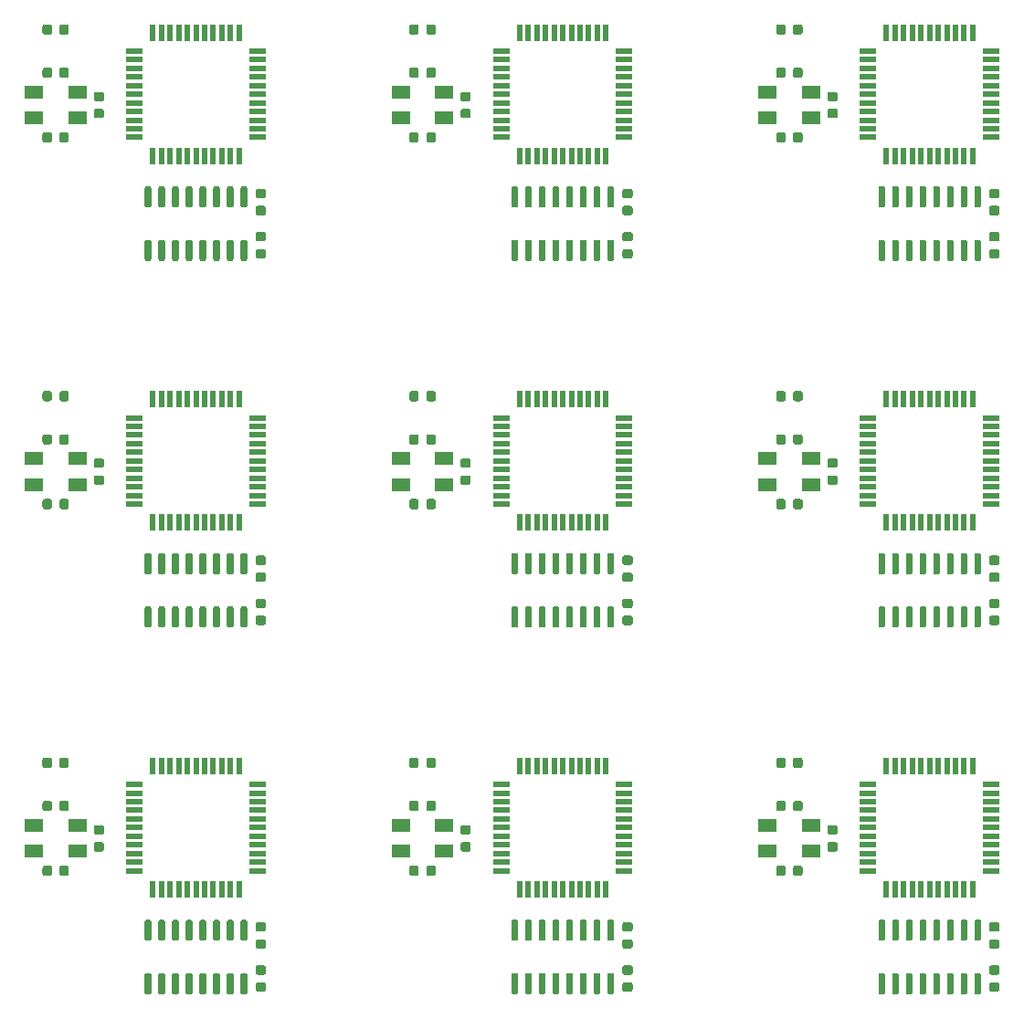
<source format=gtp>
G04 #@! TF.GenerationSoftware,KiCad,Pcbnew,(5.1.5)-3*
G04 #@! TF.CreationDate,2021-06-29T22:10:07+07:00*
G04 #@! TF.ProjectId,noname,6e6f6e61-6d65-42e6-9b69-6361645f7063,rev?*
G04 #@! TF.SameCoordinates,Original*
G04 #@! TF.FileFunction,Paste,Top*
G04 #@! TF.FilePolarity,Positive*
%FSLAX46Y46*%
G04 Gerber Fmt 4.6, Leading zero omitted, Abs format (unit mm)*
G04 Created by KiCad (PCBNEW (5.1.5)-3) date 2021-06-29 22:10:07*
%MOMM*%
%LPD*%
G04 APERTURE LIST*
%ADD10C,0.100000*%
%ADD11R,1.800000X1.200000*%
%ADD12R,1.500000X0.550000*%
%ADD13R,0.550000X1.500000*%
G04 APERTURE END LIST*
D10*
G36*
X174292891Y-150078653D02*
G01*
X174314126Y-150081803D01*
X174334950Y-150087019D01*
X174355162Y-150094251D01*
X174374568Y-150103430D01*
X174392981Y-150114466D01*
X174410224Y-150127254D01*
X174426130Y-150141670D01*
X174440546Y-150157576D01*
X174453334Y-150174819D01*
X174464370Y-150193232D01*
X174473549Y-150212638D01*
X174480781Y-150232850D01*
X174485997Y-150253674D01*
X174489147Y-150274909D01*
X174490200Y-150296350D01*
X174490200Y-150733850D01*
X174489147Y-150755291D01*
X174485997Y-150776526D01*
X174480781Y-150797350D01*
X174473549Y-150817562D01*
X174464370Y-150836968D01*
X174453334Y-150855381D01*
X174440546Y-150872624D01*
X174426130Y-150888530D01*
X174410224Y-150902946D01*
X174392981Y-150915734D01*
X174374568Y-150926770D01*
X174355162Y-150935949D01*
X174334950Y-150943181D01*
X174314126Y-150948397D01*
X174292891Y-150951547D01*
X174271450Y-150952600D01*
X173758950Y-150952600D01*
X173737509Y-150951547D01*
X173716274Y-150948397D01*
X173695450Y-150943181D01*
X173675238Y-150935949D01*
X173655832Y-150926770D01*
X173637419Y-150915734D01*
X173620176Y-150902946D01*
X173604270Y-150888530D01*
X173589854Y-150872624D01*
X173577066Y-150855381D01*
X173566030Y-150836968D01*
X173556851Y-150817562D01*
X173549619Y-150797350D01*
X173544403Y-150776526D01*
X173541253Y-150755291D01*
X173540200Y-150733850D01*
X173540200Y-150296350D01*
X173541253Y-150274909D01*
X173544403Y-150253674D01*
X173549619Y-150232850D01*
X173556851Y-150212638D01*
X173566030Y-150193232D01*
X173577066Y-150174819D01*
X173589854Y-150157576D01*
X173604270Y-150141670D01*
X173620176Y-150127254D01*
X173637419Y-150114466D01*
X173655832Y-150103430D01*
X173675238Y-150094251D01*
X173695450Y-150087019D01*
X173716274Y-150081803D01*
X173737509Y-150078653D01*
X173758950Y-150077600D01*
X174271450Y-150077600D01*
X174292891Y-150078653D01*
G37*
G36*
X174292891Y-151653653D02*
G01*
X174314126Y-151656803D01*
X174334950Y-151662019D01*
X174355162Y-151669251D01*
X174374568Y-151678430D01*
X174392981Y-151689466D01*
X174410224Y-151702254D01*
X174426130Y-151716670D01*
X174440546Y-151732576D01*
X174453334Y-151749819D01*
X174464370Y-151768232D01*
X174473549Y-151787638D01*
X174480781Y-151807850D01*
X174485997Y-151828674D01*
X174489147Y-151849909D01*
X174490200Y-151871350D01*
X174490200Y-152308850D01*
X174489147Y-152330291D01*
X174485997Y-152351526D01*
X174480781Y-152372350D01*
X174473549Y-152392562D01*
X174464370Y-152411968D01*
X174453334Y-152430381D01*
X174440546Y-152447624D01*
X174426130Y-152463530D01*
X174410224Y-152477946D01*
X174392981Y-152490734D01*
X174374568Y-152501770D01*
X174355162Y-152510949D01*
X174334950Y-152518181D01*
X174314126Y-152523397D01*
X174292891Y-152526547D01*
X174271450Y-152527600D01*
X173758950Y-152527600D01*
X173737509Y-152526547D01*
X173716274Y-152523397D01*
X173695450Y-152518181D01*
X173675238Y-152510949D01*
X173655832Y-152501770D01*
X173637419Y-152490734D01*
X173620176Y-152477946D01*
X173604270Y-152463530D01*
X173589854Y-152447624D01*
X173577066Y-152430381D01*
X173566030Y-152411968D01*
X173556851Y-152392562D01*
X173549619Y-152372350D01*
X173544403Y-152351526D01*
X173541253Y-152330291D01*
X173540200Y-152308850D01*
X173540200Y-151871350D01*
X173541253Y-151849909D01*
X173544403Y-151828674D01*
X173549619Y-151807850D01*
X173556851Y-151787638D01*
X173566030Y-151768232D01*
X173577066Y-151749819D01*
X173589854Y-151732576D01*
X173604270Y-151716670D01*
X173620176Y-151702254D01*
X173637419Y-151689466D01*
X173655832Y-151678430D01*
X173675238Y-151669251D01*
X173695450Y-151662019D01*
X173716274Y-151656803D01*
X173737509Y-151653653D01*
X173758950Y-151652600D01*
X174271450Y-151652600D01*
X174292891Y-151653653D01*
G37*
G36*
X140292891Y-150078653D02*
G01*
X140314126Y-150081803D01*
X140334950Y-150087019D01*
X140355162Y-150094251D01*
X140374568Y-150103430D01*
X140392981Y-150114466D01*
X140410224Y-150127254D01*
X140426130Y-150141670D01*
X140440546Y-150157576D01*
X140453334Y-150174819D01*
X140464370Y-150193232D01*
X140473549Y-150212638D01*
X140480781Y-150232850D01*
X140485997Y-150253674D01*
X140489147Y-150274909D01*
X140490200Y-150296350D01*
X140490200Y-150733850D01*
X140489147Y-150755291D01*
X140485997Y-150776526D01*
X140480781Y-150797350D01*
X140473549Y-150817562D01*
X140464370Y-150836968D01*
X140453334Y-150855381D01*
X140440546Y-150872624D01*
X140426130Y-150888530D01*
X140410224Y-150902946D01*
X140392981Y-150915734D01*
X140374568Y-150926770D01*
X140355162Y-150935949D01*
X140334950Y-150943181D01*
X140314126Y-150948397D01*
X140292891Y-150951547D01*
X140271450Y-150952600D01*
X139758950Y-150952600D01*
X139737509Y-150951547D01*
X139716274Y-150948397D01*
X139695450Y-150943181D01*
X139675238Y-150935949D01*
X139655832Y-150926770D01*
X139637419Y-150915734D01*
X139620176Y-150902946D01*
X139604270Y-150888530D01*
X139589854Y-150872624D01*
X139577066Y-150855381D01*
X139566030Y-150836968D01*
X139556851Y-150817562D01*
X139549619Y-150797350D01*
X139544403Y-150776526D01*
X139541253Y-150755291D01*
X139540200Y-150733850D01*
X139540200Y-150296350D01*
X139541253Y-150274909D01*
X139544403Y-150253674D01*
X139549619Y-150232850D01*
X139556851Y-150212638D01*
X139566030Y-150193232D01*
X139577066Y-150174819D01*
X139589854Y-150157576D01*
X139604270Y-150141670D01*
X139620176Y-150127254D01*
X139637419Y-150114466D01*
X139655832Y-150103430D01*
X139675238Y-150094251D01*
X139695450Y-150087019D01*
X139716274Y-150081803D01*
X139737509Y-150078653D01*
X139758950Y-150077600D01*
X140271450Y-150077600D01*
X140292891Y-150078653D01*
G37*
G36*
X140292891Y-151653653D02*
G01*
X140314126Y-151656803D01*
X140334950Y-151662019D01*
X140355162Y-151669251D01*
X140374568Y-151678430D01*
X140392981Y-151689466D01*
X140410224Y-151702254D01*
X140426130Y-151716670D01*
X140440546Y-151732576D01*
X140453334Y-151749819D01*
X140464370Y-151768232D01*
X140473549Y-151787638D01*
X140480781Y-151807850D01*
X140485997Y-151828674D01*
X140489147Y-151849909D01*
X140490200Y-151871350D01*
X140490200Y-152308850D01*
X140489147Y-152330291D01*
X140485997Y-152351526D01*
X140480781Y-152372350D01*
X140473549Y-152392562D01*
X140464370Y-152411968D01*
X140453334Y-152430381D01*
X140440546Y-152447624D01*
X140426130Y-152463530D01*
X140410224Y-152477946D01*
X140392981Y-152490734D01*
X140374568Y-152501770D01*
X140355162Y-152510949D01*
X140334950Y-152518181D01*
X140314126Y-152523397D01*
X140292891Y-152526547D01*
X140271450Y-152527600D01*
X139758950Y-152527600D01*
X139737509Y-152526547D01*
X139716274Y-152523397D01*
X139695450Y-152518181D01*
X139675238Y-152510949D01*
X139655832Y-152501770D01*
X139637419Y-152490734D01*
X139620176Y-152477946D01*
X139604270Y-152463530D01*
X139589854Y-152447624D01*
X139577066Y-152430381D01*
X139566030Y-152411968D01*
X139556851Y-152392562D01*
X139549619Y-152372350D01*
X139544403Y-152351526D01*
X139541253Y-152330291D01*
X139540200Y-152308850D01*
X139540200Y-151871350D01*
X139541253Y-151849909D01*
X139544403Y-151828674D01*
X139549619Y-151807850D01*
X139556851Y-151787638D01*
X139566030Y-151768232D01*
X139577066Y-151749819D01*
X139589854Y-151732576D01*
X139604270Y-151716670D01*
X139620176Y-151702254D01*
X139637419Y-151689466D01*
X139655832Y-151678430D01*
X139675238Y-151669251D01*
X139695450Y-151662019D01*
X139716274Y-151656803D01*
X139737509Y-151653653D01*
X139758950Y-151652600D01*
X140271450Y-151652600D01*
X140292891Y-151653653D01*
G37*
G36*
X106292891Y-150078653D02*
G01*
X106314126Y-150081803D01*
X106334950Y-150087019D01*
X106355162Y-150094251D01*
X106374568Y-150103430D01*
X106392981Y-150114466D01*
X106410224Y-150127254D01*
X106426130Y-150141670D01*
X106440546Y-150157576D01*
X106453334Y-150174819D01*
X106464370Y-150193232D01*
X106473549Y-150212638D01*
X106480781Y-150232850D01*
X106485997Y-150253674D01*
X106489147Y-150274909D01*
X106490200Y-150296350D01*
X106490200Y-150733850D01*
X106489147Y-150755291D01*
X106485997Y-150776526D01*
X106480781Y-150797350D01*
X106473549Y-150817562D01*
X106464370Y-150836968D01*
X106453334Y-150855381D01*
X106440546Y-150872624D01*
X106426130Y-150888530D01*
X106410224Y-150902946D01*
X106392981Y-150915734D01*
X106374568Y-150926770D01*
X106355162Y-150935949D01*
X106334950Y-150943181D01*
X106314126Y-150948397D01*
X106292891Y-150951547D01*
X106271450Y-150952600D01*
X105758950Y-150952600D01*
X105737509Y-150951547D01*
X105716274Y-150948397D01*
X105695450Y-150943181D01*
X105675238Y-150935949D01*
X105655832Y-150926770D01*
X105637419Y-150915734D01*
X105620176Y-150902946D01*
X105604270Y-150888530D01*
X105589854Y-150872624D01*
X105577066Y-150855381D01*
X105566030Y-150836968D01*
X105556851Y-150817562D01*
X105549619Y-150797350D01*
X105544403Y-150776526D01*
X105541253Y-150755291D01*
X105540200Y-150733850D01*
X105540200Y-150296350D01*
X105541253Y-150274909D01*
X105544403Y-150253674D01*
X105549619Y-150232850D01*
X105556851Y-150212638D01*
X105566030Y-150193232D01*
X105577066Y-150174819D01*
X105589854Y-150157576D01*
X105604270Y-150141670D01*
X105620176Y-150127254D01*
X105637419Y-150114466D01*
X105655832Y-150103430D01*
X105675238Y-150094251D01*
X105695450Y-150087019D01*
X105716274Y-150081803D01*
X105737509Y-150078653D01*
X105758950Y-150077600D01*
X106271450Y-150077600D01*
X106292891Y-150078653D01*
G37*
G36*
X106292891Y-151653653D02*
G01*
X106314126Y-151656803D01*
X106334950Y-151662019D01*
X106355162Y-151669251D01*
X106374568Y-151678430D01*
X106392981Y-151689466D01*
X106410224Y-151702254D01*
X106426130Y-151716670D01*
X106440546Y-151732576D01*
X106453334Y-151749819D01*
X106464370Y-151768232D01*
X106473549Y-151787638D01*
X106480781Y-151807850D01*
X106485997Y-151828674D01*
X106489147Y-151849909D01*
X106490200Y-151871350D01*
X106490200Y-152308850D01*
X106489147Y-152330291D01*
X106485997Y-152351526D01*
X106480781Y-152372350D01*
X106473549Y-152392562D01*
X106464370Y-152411968D01*
X106453334Y-152430381D01*
X106440546Y-152447624D01*
X106426130Y-152463530D01*
X106410224Y-152477946D01*
X106392981Y-152490734D01*
X106374568Y-152501770D01*
X106355162Y-152510949D01*
X106334950Y-152518181D01*
X106314126Y-152523397D01*
X106292891Y-152526547D01*
X106271450Y-152527600D01*
X105758950Y-152527600D01*
X105737509Y-152526547D01*
X105716274Y-152523397D01*
X105695450Y-152518181D01*
X105675238Y-152510949D01*
X105655832Y-152501770D01*
X105637419Y-152490734D01*
X105620176Y-152477946D01*
X105604270Y-152463530D01*
X105589854Y-152447624D01*
X105577066Y-152430381D01*
X105566030Y-152411968D01*
X105556851Y-152392562D01*
X105549619Y-152372350D01*
X105544403Y-152351526D01*
X105541253Y-152330291D01*
X105540200Y-152308850D01*
X105540200Y-151871350D01*
X105541253Y-151849909D01*
X105544403Y-151828674D01*
X105549619Y-151807850D01*
X105556851Y-151787638D01*
X105566030Y-151768232D01*
X105577066Y-151749819D01*
X105589854Y-151732576D01*
X105604270Y-151716670D01*
X105620176Y-151702254D01*
X105637419Y-151689466D01*
X105655832Y-151678430D01*
X105675238Y-151669251D01*
X105695450Y-151662019D01*
X105716274Y-151656803D01*
X105737509Y-151653653D01*
X105758950Y-151652600D01*
X106271450Y-151652600D01*
X106292891Y-151653653D01*
G37*
G36*
X174292891Y-116078653D02*
G01*
X174314126Y-116081803D01*
X174334950Y-116087019D01*
X174355162Y-116094251D01*
X174374568Y-116103430D01*
X174392981Y-116114466D01*
X174410224Y-116127254D01*
X174426130Y-116141670D01*
X174440546Y-116157576D01*
X174453334Y-116174819D01*
X174464370Y-116193232D01*
X174473549Y-116212638D01*
X174480781Y-116232850D01*
X174485997Y-116253674D01*
X174489147Y-116274909D01*
X174490200Y-116296350D01*
X174490200Y-116733850D01*
X174489147Y-116755291D01*
X174485997Y-116776526D01*
X174480781Y-116797350D01*
X174473549Y-116817562D01*
X174464370Y-116836968D01*
X174453334Y-116855381D01*
X174440546Y-116872624D01*
X174426130Y-116888530D01*
X174410224Y-116902946D01*
X174392981Y-116915734D01*
X174374568Y-116926770D01*
X174355162Y-116935949D01*
X174334950Y-116943181D01*
X174314126Y-116948397D01*
X174292891Y-116951547D01*
X174271450Y-116952600D01*
X173758950Y-116952600D01*
X173737509Y-116951547D01*
X173716274Y-116948397D01*
X173695450Y-116943181D01*
X173675238Y-116935949D01*
X173655832Y-116926770D01*
X173637419Y-116915734D01*
X173620176Y-116902946D01*
X173604270Y-116888530D01*
X173589854Y-116872624D01*
X173577066Y-116855381D01*
X173566030Y-116836968D01*
X173556851Y-116817562D01*
X173549619Y-116797350D01*
X173544403Y-116776526D01*
X173541253Y-116755291D01*
X173540200Y-116733850D01*
X173540200Y-116296350D01*
X173541253Y-116274909D01*
X173544403Y-116253674D01*
X173549619Y-116232850D01*
X173556851Y-116212638D01*
X173566030Y-116193232D01*
X173577066Y-116174819D01*
X173589854Y-116157576D01*
X173604270Y-116141670D01*
X173620176Y-116127254D01*
X173637419Y-116114466D01*
X173655832Y-116103430D01*
X173675238Y-116094251D01*
X173695450Y-116087019D01*
X173716274Y-116081803D01*
X173737509Y-116078653D01*
X173758950Y-116077600D01*
X174271450Y-116077600D01*
X174292891Y-116078653D01*
G37*
G36*
X174292891Y-117653653D02*
G01*
X174314126Y-117656803D01*
X174334950Y-117662019D01*
X174355162Y-117669251D01*
X174374568Y-117678430D01*
X174392981Y-117689466D01*
X174410224Y-117702254D01*
X174426130Y-117716670D01*
X174440546Y-117732576D01*
X174453334Y-117749819D01*
X174464370Y-117768232D01*
X174473549Y-117787638D01*
X174480781Y-117807850D01*
X174485997Y-117828674D01*
X174489147Y-117849909D01*
X174490200Y-117871350D01*
X174490200Y-118308850D01*
X174489147Y-118330291D01*
X174485997Y-118351526D01*
X174480781Y-118372350D01*
X174473549Y-118392562D01*
X174464370Y-118411968D01*
X174453334Y-118430381D01*
X174440546Y-118447624D01*
X174426130Y-118463530D01*
X174410224Y-118477946D01*
X174392981Y-118490734D01*
X174374568Y-118501770D01*
X174355162Y-118510949D01*
X174334950Y-118518181D01*
X174314126Y-118523397D01*
X174292891Y-118526547D01*
X174271450Y-118527600D01*
X173758950Y-118527600D01*
X173737509Y-118526547D01*
X173716274Y-118523397D01*
X173695450Y-118518181D01*
X173675238Y-118510949D01*
X173655832Y-118501770D01*
X173637419Y-118490734D01*
X173620176Y-118477946D01*
X173604270Y-118463530D01*
X173589854Y-118447624D01*
X173577066Y-118430381D01*
X173566030Y-118411968D01*
X173556851Y-118392562D01*
X173549619Y-118372350D01*
X173544403Y-118351526D01*
X173541253Y-118330291D01*
X173540200Y-118308850D01*
X173540200Y-117871350D01*
X173541253Y-117849909D01*
X173544403Y-117828674D01*
X173549619Y-117807850D01*
X173556851Y-117787638D01*
X173566030Y-117768232D01*
X173577066Y-117749819D01*
X173589854Y-117732576D01*
X173604270Y-117716670D01*
X173620176Y-117702254D01*
X173637419Y-117689466D01*
X173655832Y-117678430D01*
X173675238Y-117669251D01*
X173695450Y-117662019D01*
X173716274Y-117656803D01*
X173737509Y-117653653D01*
X173758950Y-117652600D01*
X174271450Y-117652600D01*
X174292891Y-117653653D01*
G37*
G36*
X140292891Y-116078653D02*
G01*
X140314126Y-116081803D01*
X140334950Y-116087019D01*
X140355162Y-116094251D01*
X140374568Y-116103430D01*
X140392981Y-116114466D01*
X140410224Y-116127254D01*
X140426130Y-116141670D01*
X140440546Y-116157576D01*
X140453334Y-116174819D01*
X140464370Y-116193232D01*
X140473549Y-116212638D01*
X140480781Y-116232850D01*
X140485997Y-116253674D01*
X140489147Y-116274909D01*
X140490200Y-116296350D01*
X140490200Y-116733850D01*
X140489147Y-116755291D01*
X140485997Y-116776526D01*
X140480781Y-116797350D01*
X140473549Y-116817562D01*
X140464370Y-116836968D01*
X140453334Y-116855381D01*
X140440546Y-116872624D01*
X140426130Y-116888530D01*
X140410224Y-116902946D01*
X140392981Y-116915734D01*
X140374568Y-116926770D01*
X140355162Y-116935949D01*
X140334950Y-116943181D01*
X140314126Y-116948397D01*
X140292891Y-116951547D01*
X140271450Y-116952600D01*
X139758950Y-116952600D01*
X139737509Y-116951547D01*
X139716274Y-116948397D01*
X139695450Y-116943181D01*
X139675238Y-116935949D01*
X139655832Y-116926770D01*
X139637419Y-116915734D01*
X139620176Y-116902946D01*
X139604270Y-116888530D01*
X139589854Y-116872624D01*
X139577066Y-116855381D01*
X139566030Y-116836968D01*
X139556851Y-116817562D01*
X139549619Y-116797350D01*
X139544403Y-116776526D01*
X139541253Y-116755291D01*
X139540200Y-116733850D01*
X139540200Y-116296350D01*
X139541253Y-116274909D01*
X139544403Y-116253674D01*
X139549619Y-116232850D01*
X139556851Y-116212638D01*
X139566030Y-116193232D01*
X139577066Y-116174819D01*
X139589854Y-116157576D01*
X139604270Y-116141670D01*
X139620176Y-116127254D01*
X139637419Y-116114466D01*
X139655832Y-116103430D01*
X139675238Y-116094251D01*
X139695450Y-116087019D01*
X139716274Y-116081803D01*
X139737509Y-116078653D01*
X139758950Y-116077600D01*
X140271450Y-116077600D01*
X140292891Y-116078653D01*
G37*
G36*
X140292891Y-117653653D02*
G01*
X140314126Y-117656803D01*
X140334950Y-117662019D01*
X140355162Y-117669251D01*
X140374568Y-117678430D01*
X140392981Y-117689466D01*
X140410224Y-117702254D01*
X140426130Y-117716670D01*
X140440546Y-117732576D01*
X140453334Y-117749819D01*
X140464370Y-117768232D01*
X140473549Y-117787638D01*
X140480781Y-117807850D01*
X140485997Y-117828674D01*
X140489147Y-117849909D01*
X140490200Y-117871350D01*
X140490200Y-118308850D01*
X140489147Y-118330291D01*
X140485997Y-118351526D01*
X140480781Y-118372350D01*
X140473549Y-118392562D01*
X140464370Y-118411968D01*
X140453334Y-118430381D01*
X140440546Y-118447624D01*
X140426130Y-118463530D01*
X140410224Y-118477946D01*
X140392981Y-118490734D01*
X140374568Y-118501770D01*
X140355162Y-118510949D01*
X140334950Y-118518181D01*
X140314126Y-118523397D01*
X140292891Y-118526547D01*
X140271450Y-118527600D01*
X139758950Y-118527600D01*
X139737509Y-118526547D01*
X139716274Y-118523397D01*
X139695450Y-118518181D01*
X139675238Y-118510949D01*
X139655832Y-118501770D01*
X139637419Y-118490734D01*
X139620176Y-118477946D01*
X139604270Y-118463530D01*
X139589854Y-118447624D01*
X139577066Y-118430381D01*
X139566030Y-118411968D01*
X139556851Y-118392562D01*
X139549619Y-118372350D01*
X139544403Y-118351526D01*
X139541253Y-118330291D01*
X139540200Y-118308850D01*
X139540200Y-117871350D01*
X139541253Y-117849909D01*
X139544403Y-117828674D01*
X139549619Y-117807850D01*
X139556851Y-117787638D01*
X139566030Y-117768232D01*
X139577066Y-117749819D01*
X139589854Y-117732576D01*
X139604270Y-117716670D01*
X139620176Y-117702254D01*
X139637419Y-117689466D01*
X139655832Y-117678430D01*
X139675238Y-117669251D01*
X139695450Y-117662019D01*
X139716274Y-117656803D01*
X139737509Y-117653653D01*
X139758950Y-117652600D01*
X140271450Y-117652600D01*
X140292891Y-117653653D01*
G37*
G36*
X106292891Y-116078653D02*
G01*
X106314126Y-116081803D01*
X106334950Y-116087019D01*
X106355162Y-116094251D01*
X106374568Y-116103430D01*
X106392981Y-116114466D01*
X106410224Y-116127254D01*
X106426130Y-116141670D01*
X106440546Y-116157576D01*
X106453334Y-116174819D01*
X106464370Y-116193232D01*
X106473549Y-116212638D01*
X106480781Y-116232850D01*
X106485997Y-116253674D01*
X106489147Y-116274909D01*
X106490200Y-116296350D01*
X106490200Y-116733850D01*
X106489147Y-116755291D01*
X106485997Y-116776526D01*
X106480781Y-116797350D01*
X106473549Y-116817562D01*
X106464370Y-116836968D01*
X106453334Y-116855381D01*
X106440546Y-116872624D01*
X106426130Y-116888530D01*
X106410224Y-116902946D01*
X106392981Y-116915734D01*
X106374568Y-116926770D01*
X106355162Y-116935949D01*
X106334950Y-116943181D01*
X106314126Y-116948397D01*
X106292891Y-116951547D01*
X106271450Y-116952600D01*
X105758950Y-116952600D01*
X105737509Y-116951547D01*
X105716274Y-116948397D01*
X105695450Y-116943181D01*
X105675238Y-116935949D01*
X105655832Y-116926770D01*
X105637419Y-116915734D01*
X105620176Y-116902946D01*
X105604270Y-116888530D01*
X105589854Y-116872624D01*
X105577066Y-116855381D01*
X105566030Y-116836968D01*
X105556851Y-116817562D01*
X105549619Y-116797350D01*
X105544403Y-116776526D01*
X105541253Y-116755291D01*
X105540200Y-116733850D01*
X105540200Y-116296350D01*
X105541253Y-116274909D01*
X105544403Y-116253674D01*
X105549619Y-116232850D01*
X105556851Y-116212638D01*
X105566030Y-116193232D01*
X105577066Y-116174819D01*
X105589854Y-116157576D01*
X105604270Y-116141670D01*
X105620176Y-116127254D01*
X105637419Y-116114466D01*
X105655832Y-116103430D01*
X105675238Y-116094251D01*
X105695450Y-116087019D01*
X105716274Y-116081803D01*
X105737509Y-116078653D01*
X105758950Y-116077600D01*
X106271450Y-116077600D01*
X106292891Y-116078653D01*
G37*
G36*
X106292891Y-117653653D02*
G01*
X106314126Y-117656803D01*
X106334950Y-117662019D01*
X106355162Y-117669251D01*
X106374568Y-117678430D01*
X106392981Y-117689466D01*
X106410224Y-117702254D01*
X106426130Y-117716670D01*
X106440546Y-117732576D01*
X106453334Y-117749819D01*
X106464370Y-117768232D01*
X106473549Y-117787638D01*
X106480781Y-117807850D01*
X106485997Y-117828674D01*
X106489147Y-117849909D01*
X106490200Y-117871350D01*
X106490200Y-118308850D01*
X106489147Y-118330291D01*
X106485997Y-118351526D01*
X106480781Y-118372350D01*
X106473549Y-118392562D01*
X106464370Y-118411968D01*
X106453334Y-118430381D01*
X106440546Y-118447624D01*
X106426130Y-118463530D01*
X106410224Y-118477946D01*
X106392981Y-118490734D01*
X106374568Y-118501770D01*
X106355162Y-118510949D01*
X106334950Y-118518181D01*
X106314126Y-118523397D01*
X106292891Y-118526547D01*
X106271450Y-118527600D01*
X105758950Y-118527600D01*
X105737509Y-118526547D01*
X105716274Y-118523397D01*
X105695450Y-118518181D01*
X105675238Y-118510949D01*
X105655832Y-118501770D01*
X105637419Y-118490734D01*
X105620176Y-118477946D01*
X105604270Y-118463530D01*
X105589854Y-118447624D01*
X105577066Y-118430381D01*
X105566030Y-118411968D01*
X105556851Y-118392562D01*
X105549619Y-118372350D01*
X105544403Y-118351526D01*
X105541253Y-118330291D01*
X105540200Y-118308850D01*
X105540200Y-117871350D01*
X105541253Y-117849909D01*
X105544403Y-117828674D01*
X105549619Y-117807850D01*
X105556851Y-117787638D01*
X105566030Y-117768232D01*
X105577066Y-117749819D01*
X105589854Y-117732576D01*
X105604270Y-117716670D01*
X105620176Y-117702254D01*
X105637419Y-117689466D01*
X105655832Y-117678430D01*
X105675238Y-117669251D01*
X105695450Y-117662019D01*
X105716274Y-117656803D01*
X105737509Y-117653653D01*
X105758950Y-117652600D01*
X106271450Y-117652600D01*
X106292891Y-117653653D01*
G37*
G36*
X174292891Y-82078653D02*
G01*
X174314126Y-82081803D01*
X174334950Y-82087019D01*
X174355162Y-82094251D01*
X174374568Y-82103430D01*
X174392981Y-82114466D01*
X174410224Y-82127254D01*
X174426130Y-82141670D01*
X174440546Y-82157576D01*
X174453334Y-82174819D01*
X174464370Y-82193232D01*
X174473549Y-82212638D01*
X174480781Y-82232850D01*
X174485997Y-82253674D01*
X174489147Y-82274909D01*
X174490200Y-82296350D01*
X174490200Y-82733850D01*
X174489147Y-82755291D01*
X174485997Y-82776526D01*
X174480781Y-82797350D01*
X174473549Y-82817562D01*
X174464370Y-82836968D01*
X174453334Y-82855381D01*
X174440546Y-82872624D01*
X174426130Y-82888530D01*
X174410224Y-82902946D01*
X174392981Y-82915734D01*
X174374568Y-82926770D01*
X174355162Y-82935949D01*
X174334950Y-82943181D01*
X174314126Y-82948397D01*
X174292891Y-82951547D01*
X174271450Y-82952600D01*
X173758950Y-82952600D01*
X173737509Y-82951547D01*
X173716274Y-82948397D01*
X173695450Y-82943181D01*
X173675238Y-82935949D01*
X173655832Y-82926770D01*
X173637419Y-82915734D01*
X173620176Y-82902946D01*
X173604270Y-82888530D01*
X173589854Y-82872624D01*
X173577066Y-82855381D01*
X173566030Y-82836968D01*
X173556851Y-82817562D01*
X173549619Y-82797350D01*
X173544403Y-82776526D01*
X173541253Y-82755291D01*
X173540200Y-82733850D01*
X173540200Y-82296350D01*
X173541253Y-82274909D01*
X173544403Y-82253674D01*
X173549619Y-82232850D01*
X173556851Y-82212638D01*
X173566030Y-82193232D01*
X173577066Y-82174819D01*
X173589854Y-82157576D01*
X173604270Y-82141670D01*
X173620176Y-82127254D01*
X173637419Y-82114466D01*
X173655832Y-82103430D01*
X173675238Y-82094251D01*
X173695450Y-82087019D01*
X173716274Y-82081803D01*
X173737509Y-82078653D01*
X173758950Y-82077600D01*
X174271450Y-82077600D01*
X174292891Y-82078653D01*
G37*
G36*
X174292891Y-83653653D02*
G01*
X174314126Y-83656803D01*
X174334950Y-83662019D01*
X174355162Y-83669251D01*
X174374568Y-83678430D01*
X174392981Y-83689466D01*
X174410224Y-83702254D01*
X174426130Y-83716670D01*
X174440546Y-83732576D01*
X174453334Y-83749819D01*
X174464370Y-83768232D01*
X174473549Y-83787638D01*
X174480781Y-83807850D01*
X174485997Y-83828674D01*
X174489147Y-83849909D01*
X174490200Y-83871350D01*
X174490200Y-84308850D01*
X174489147Y-84330291D01*
X174485997Y-84351526D01*
X174480781Y-84372350D01*
X174473549Y-84392562D01*
X174464370Y-84411968D01*
X174453334Y-84430381D01*
X174440546Y-84447624D01*
X174426130Y-84463530D01*
X174410224Y-84477946D01*
X174392981Y-84490734D01*
X174374568Y-84501770D01*
X174355162Y-84510949D01*
X174334950Y-84518181D01*
X174314126Y-84523397D01*
X174292891Y-84526547D01*
X174271450Y-84527600D01*
X173758950Y-84527600D01*
X173737509Y-84526547D01*
X173716274Y-84523397D01*
X173695450Y-84518181D01*
X173675238Y-84510949D01*
X173655832Y-84501770D01*
X173637419Y-84490734D01*
X173620176Y-84477946D01*
X173604270Y-84463530D01*
X173589854Y-84447624D01*
X173577066Y-84430381D01*
X173566030Y-84411968D01*
X173556851Y-84392562D01*
X173549619Y-84372350D01*
X173544403Y-84351526D01*
X173541253Y-84330291D01*
X173540200Y-84308850D01*
X173540200Y-83871350D01*
X173541253Y-83849909D01*
X173544403Y-83828674D01*
X173549619Y-83807850D01*
X173556851Y-83787638D01*
X173566030Y-83768232D01*
X173577066Y-83749819D01*
X173589854Y-83732576D01*
X173604270Y-83716670D01*
X173620176Y-83702254D01*
X173637419Y-83689466D01*
X173655832Y-83678430D01*
X173675238Y-83669251D01*
X173695450Y-83662019D01*
X173716274Y-83656803D01*
X173737509Y-83653653D01*
X173758950Y-83652600D01*
X174271450Y-83652600D01*
X174292891Y-83653653D01*
G37*
G36*
X140292891Y-82078653D02*
G01*
X140314126Y-82081803D01*
X140334950Y-82087019D01*
X140355162Y-82094251D01*
X140374568Y-82103430D01*
X140392981Y-82114466D01*
X140410224Y-82127254D01*
X140426130Y-82141670D01*
X140440546Y-82157576D01*
X140453334Y-82174819D01*
X140464370Y-82193232D01*
X140473549Y-82212638D01*
X140480781Y-82232850D01*
X140485997Y-82253674D01*
X140489147Y-82274909D01*
X140490200Y-82296350D01*
X140490200Y-82733850D01*
X140489147Y-82755291D01*
X140485997Y-82776526D01*
X140480781Y-82797350D01*
X140473549Y-82817562D01*
X140464370Y-82836968D01*
X140453334Y-82855381D01*
X140440546Y-82872624D01*
X140426130Y-82888530D01*
X140410224Y-82902946D01*
X140392981Y-82915734D01*
X140374568Y-82926770D01*
X140355162Y-82935949D01*
X140334950Y-82943181D01*
X140314126Y-82948397D01*
X140292891Y-82951547D01*
X140271450Y-82952600D01*
X139758950Y-82952600D01*
X139737509Y-82951547D01*
X139716274Y-82948397D01*
X139695450Y-82943181D01*
X139675238Y-82935949D01*
X139655832Y-82926770D01*
X139637419Y-82915734D01*
X139620176Y-82902946D01*
X139604270Y-82888530D01*
X139589854Y-82872624D01*
X139577066Y-82855381D01*
X139566030Y-82836968D01*
X139556851Y-82817562D01*
X139549619Y-82797350D01*
X139544403Y-82776526D01*
X139541253Y-82755291D01*
X139540200Y-82733850D01*
X139540200Y-82296350D01*
X139541253Y-82274909D01*
X139544403Y-82253674D01*
X139549619Y-82232850D01*
X139556851Y-82212638D01*
X139566030Y-82193232D01*
X139577066Y-82174819D01*
X139589854Y-82157576D01*
X139604270Y-82141670D01*
X139620176Y-82127254D01*
X139637419Y-82114466D01*
X139655832Y-82103430D01*
X139675238Y-82094251D01*
X139695450Y-82087019D01*
X139716274Y-82081803D01*
X139737509Y-82078653D01*
X139758950Y-82077600D01*
X140271450Y-82077600D01*
X140292891Y-82078653D01*
G37*
G36*
X140292891Y-83653653D02*
G01*
X140314126Y-83656803D01*
X140334950Y-83662019D01*
X140355162Y-83669251D01*
X140374568Y-83678430D01*
X140392981Y-83689466D01*
X140410224Y-83702254D01*
X140426130Y-83716670D01*
X140440546Y-83732576D01*
X140453334Y-83749819D01*
X140464370Y-83768232D01*
X140473549Y-83787638D01*
X140480781Y-83807850D01*
X140485997Y-83828674D01*
X140489147Y-83849909D01*
X140490200Y-83871350D01*
X140490200Y-84308850D01*
X140489147Y-84330291D01*
X140485997Y-84351526D01*
X140480781Y-84372350D01*
X140473549Y-84392562D01*
X140464370Y-84411968D01*
X140453334Y-84430381D01*
X140440546Y-84447624D01*
X140426130Y-84463530D01*
X140410224Y-84477946D01*
X140392981Y-84490734D01*
X140374568Y-84501770D01*
X140355162Y-84510949D01*
X140334950Y-84518181D01*
X140314126Y-84523397D01*
X140292891Y-84526547D01*
X140271450Y-84527600D01*
X139758950Y-84527600D01*
X139737509Y-84526547D01*
X139716274Y-84523397D01*
X139695450Y-84518181D01*
X139675238Y-84510949D01*
X139655832Y-84501770D01*
X139637419Y-84490734D01*
X139620176Y-84477946D01*
X139604270Y-84463530D01*
X139589854Y-84447624D01*
X139577066Y-84430381D01*
X139566030Y-84411968D01*
X139556851Y-84392562D01*
X139549619Y-84372350D01*
X139544403Y-84351526D01*
X139541253Y-84330291D01*
X139540200Y-84308850D01*
X139540200Y-83871350D01*
X139541253Y-83849909D01*
X139544403Y-83828674D01*
X139549619Y-83807850D01*
X139556851Y-83787638D01*
X139566030Y-83768232D01*
X139577066Y-83749819D01*
X139589854Y-83732576D01*
X139604270Y-83716670D01*
X139620176Y-83702254D01*
X139637419Y-83689466D01*
X139655832Y-83678430D01*
X139675238Y-83669251D01*
X139695450Y-83662019D01*
X139716274Y-83656803D01*
X139737509Y-83653653D01*
X139758950Y-83652600D01*
X140271450Y-83652600D01*
X140292891Y-83653653D01*
G37*
G36*
X154467891Y-130828653D02*
G01*
X154489126Y-130831803D01*
X154509950Y-130837019D01*
X154530162Y-130844251D01*
X154549568Y-130853430D01*
X154567981Y-130864466D01*
X154585224Y-130877254D01*
X154601130Y-130891670D01*
X154615546Y-130907576D01*
X154628334Y-130924819D01*
X154639370Y-130943232D01*
X154648549Y-130962638D01*
X154655781Y-130982850D01*
X154660997Y-131003674D01*
X154664147Y-131024909D01*
X154665200Y-131046350D01*
X154665200Y-131558850D01*
X154664147Y-131580291D01*
X154660997Y-131601526D01*
X154655781Y-131622350D01*
X154648549Y-131642562D01*
X154639370Y-131661968D01*
X154628334Y-131680381D01*
X154615546Y-131697624D01*
X154601130Y-131713530D01*
X154585224Y-131727946D01*
X154567981Y-131740734D01*
X154549568Y-131751770D01*
X154530162Y-131760949D01*
X154509950Y-131768181D01*
X154489126Y-131773397D01*
X154467891Y-131776547D01*
X154446450Y-131777600D01*
X154008950Y-131777600D01*
X153987509Y-131776547D01*
X153966274Y-131773397D01*
X153945450Y-131768181D01*
X153925238Y-131760949D01*
X153905832Y-131751770D01*
X153887419Y-131740734D01*
X153870176Y-131727946D01*
X153854270Y-131713530D01*
X153839854Y-131697624D01*
X153827066Y-131680381D01*
X153816030Y-131661968D01*
X153806851Y-131642562D01*
X153799619Y-131622350D01*
X153794403Y-131601526D01*
X153791253Y-131580291D01*
X153790200Y-131558850D01*
X153790200Y-131046350D01*
X153791253Y-131024909D01*
X153794403Y-131003674D01*
X153799619Y-130982850D01*
X153806851Y-130962638D01*
X153816030Y-130943232D01*
X153827066Y-130924819D01*
X153839854Y-130907576D01*
X153854270Y-130891670D01*
X153870176Y-130877254D01*
X153887419Y-130864466D01*
X153905832Y-130853430D01*
X153925238Y-130844251D01*
X153945450Y-130837019D01*
X153966274Y-130831803D01*
X153987509Y-130828653D01*
X154008950Y-130827600D01*
X154446450Y-130827600D01*
X154467891Y-130828653D01*
G37*
G36*
X156042891Y-130828653D02*
G01*
X156064126Y-130831803D01*
X156084950Y-130837019D01*
X156105162Y-130844251D01*
X156124568Y-130853430D01*
X156142981Y-130864466D01*
X156160224Y-130877254D01*
X156176130Y-130891670D01*
X156190546Y-130907576D01*
X156203334Y-130924819D01*
X156214370Y-130943232D01*
X156223549Y-130962638D01*
X156230781Y-130982850D01*
X156235997Y-131003674D01*
X156239147Y-131024909D01*
X156240200Y-131046350D01*
X156240200Y-131558850D01*
X156239147Y-131580291D01*
X156235997Y-131601526D01*
X156230781Y-131622350D01*
X156223549Y-131642562D01*
X156214370Y-131661968D01*
X156203334Y-131680381D01*
X156190546Y-131697624D01*
X156176130Y-131713530D01*
X156160224Y-131727946D01*
X156142981Y-131740734D01*
X156124568Y-131751770D01*
X156105162Y-131760949D01*
X156084950Y-131768181D01*
X156064126Y-131773397D01*
X156042891Y-131776547D01*
X156021450Y-131777600D01*
X155583950Y-131777600D01*
X155562509Y-131776547D01*
X155541274Y-131773397D01*
X155520450Y-131768181D01*
X155500238Y-131760949D01*
X155480832Y-131751770D01*
X155462419Y-131740734D01*
X155445176Y-131727946D01*
X155429270Y-131713530D01*
X155414854Y-131697624D01*
X155402066Y-131680381D01*
X155391030Y-131661968D01*
X155381851Y-131642562D01*
X155374619Y-131622350D01*
X155369403Y-131601526D01*
X155366253Y-131580291D01*
X155365200Y-131558850D01*
X155365200Y-131046350D01*
X155366253Y-131024909D01*
X155369403Y-131003674D01*
X155374619Y-130982850D01*
X155381851Y-130962638D01*
X155391030Y-130943232D01*
X155402066Y-130924819D01*
X155414854Y-130907576D01*
X155429270Y-130891670D01*
X155445176Y-130877254D01*
X155462419Y-130864466D01*
X155480832Y-130853430D01*
X155500238Y-130844251D01*
X155520450Y-130837019D01*
X155541274Y-130831803D01*
X155562509Y-130828653D01*
X155583950Y-130827600D01*
X156021450Y-130827600D01*
X156042891Y-130828653D01*
G37*
G36*
X120467891Y-130828653D02*
G01*
X120489126Y-130831803D01*
X120509950Y-130837019D01*
X120530162Y-130844251D01*
X120549568Y-130853430D01*
X120567981Y-130864466D01*
X120585224Y-130877254D01*
X120601130Y-130891670D01*
X120615546Y-130907576D01*
X120628334Y-130924819D01*
X120639370Y-130943232D01*
X120648549Y-130962638D01*
X120655781Y-130982850D01*
X120660997Y-131003674D01*
X120664147Y-131024909D01*
X120665200Y-131046350D01*
X120665200Y-131558850D01*
X120664147Y-131580291D01*
X120660997Y-131601526D01*
X120655781Y-131622350D01*
X120648549Y-131642562D01*
X120639370Y-131661968D01*
X120628334Y-131680381D01*
X120615546Y-131697624D01*
X120601130Y-131713530D01*
X120585224Y-131727946D01*
X120567981Y-131740734D01*
X120549568Y-131751770D01*
X120530162Y-131760949D01*
X120509950Y-131768181D01*
X120489126Y-131773397D01*
X120467891Y-131776547D01*
X120446450Y-131777600D01*
X120008950Y-131777600D01*
X119987509Y-131776547D01*
X119966274Y-131773397D01*
X119945450Y-131768181D01*
X119925238Y-131760949D01*
X119905832Y-131751770D01*
X119887419Y-131740734D01*
X119870176Y-131727946D01*
X119854270Y-131713530D01*
X119839854Y-131697624D01*
X119827066Y-131680381D01*
X119816030Y-131661968D01*
X119806851Y-131642562D01*
X119799619Y-131622350D01*
X119794403Y-131601526D01*
X119791253Y-131580291D01*
X119790200Y-131558850D01*
X119790200Y-131046350D01*
X119791253Y-131024909D01*
X119794403Y-131003674D01*
X119799619Y-130982850D01*
X119806851Y-130962638D01*
X119816030Y-130943232D01*
X119827066Y-130924819D01*
X119839854Y-130907576D01*
X119854270Y-130891670D01*
X119870176Y-130877254D01*
X119887419Y-130864466D01*
X119905832Y-130853430D01*
X119925238Y-130844251D01*
X119945450Y-130837019D01*
X119966274Y-130831803D01*
X119987509Y-130828653D01*
X120008950Y-130827600D01*
X120446450Y-130827600D01*
X120467891Y-130828653D01*
G37*
G36*
X122042891Y-130828653D02*
G01*
X122064126Y-130831803D01*
X122084950Y-130837019D01*
X122105162Y-130844251D01*
X122124568Y-130853430D01*
X122142981Y-130864466D01*
X122160224Y-130877254D01*
X122176130Y-130891670D01*
X122190546Y-130907576D01*
X122203334Y-130924819D01*
X122214370Y-130943232D01*
X122223549Y-130962638D01*
X122230781Y-130982850D01*
X122235997Y-131003674D01*
X122239147Y-131024909D01*
X122240200Y-131046350D01*
X122240200Y-131558850D01*
X122239147Y-131580291D01*
X122235997Y-131601526D01*
X122230781Y-131622350D01*
X122223549Y-131642562D01*
X122214370Y-131661968D01*
X122203334Y-131680381D01*
X122190546Y-131697624D01*
X122176130Y-131713530D01*
X122160224Y-131727946D01*
X122142981Y-131740734D01*
X122124568Y-131751770D01*
X122105162Y-131760949D01*
X122084950Y-131768181D01*
X122064126Y-131773397D01*
X122042891Y-131776547D01*
X122021450Y-131777600D01*
X121583950Y-131777600D01*
X121562509Y-131776547D01*
X121541274Y-131773397D01*
X121520450Y-131768181D01*
X121500238Y-131760949D01*
X121480832Y-131751770D01*
X121462419Y-131740734D01*
X121445176Y-131727946D01*
X121429270Y-131713530D01*
X121414854Y-131697624D01*
X121402066Y-131680381D01*
X121391030Y-131661968D01*
X121381851Y-131642562D01*
X121374619Y-131622350D01*
X121369403Y-131601526D01*
X121366253Y-131580291D01*
X121365200Y-131558850D01*
X121365200Y-131046350D01*
X121366253Y-131024909D01*
X121369403Y-131003674D01*
X121374619Y-130982850D01*
X121381851Y-130962638D01*
X121391030Y-130943232D01*
X121402066Y-130924819D01*
X121414854Y-130907576D01*
X121429270Y-130891670D01*
X121445176Y-130877254D01*
X121462419Y-130864466D01*
X121480832Y-130853430D01*
X121500238Y-130844251D01*
X121520450Y-130837019D01*
X121541274Y-130831803D01*
X121562509Y-130828653D01*
X121583950Y-130827600D01*
X122021450Y-130827600D01*
X122042891Y-130828653D01*
G37*
G36*
X86467891Y-130828653D02*
G01*
X86489126Y-130831803D01*
X86509950Y-130837019D01*
X86530162Y-130844251D01*
X86549568Y-130853430D01*
X86567981Y-130864466D01*
X86585224Y-130877254D01*
X86601130Y-130891670D01*
X86615546Y-130907576D01*
X86628334Y-130924819D01*
X86639370Y-130943232D01*
X86648549Y-130962638D01*
X86655781Y-130982850D01*
X86660997Y-131003674D01*
X86664147Y-131024909D01*
X86665200Y-131046350D01*
X86665200Y-131558850D01*
X86664147Y-131580291D01*
X86660997Y-131601526D01*
X86655781Y-131622350D01*
X86648549Y-131642562D01*
X86639370Y-131661968D01*
X86628334Y-131680381D01*
X86615546Y-131697624D01*
X86601130Y-131713530D01*
X86585224Y-131727946D01*
X86567981Y-131740734D01*
X86549568Y-131751770D01*
X86530162Y-131760949D01*
X86509950Y-131768181D01*
X86489126Y-131773397D01*
X86467891Y-131776547D01*
X86446450Y-131777600D01*
X86008950Y-131777600D01*
X85987509Y-131776547D01*
X85966274Y-131773397D01*
X85945450Y-131768181D01*
X85925238Y-131760949D01*
X85905832Y-131751770D01*
X85887419Y-131740734D01*
X85870176Y-131727946D01*
X85854270Y-131713530D01*
X85839854Y-131697624D01*
X85827066Y-131680381D01*
X85816030Y-131661968D01*
X85806851Y-131642562D01*
X85799619Y-131622350D01*
X85794403Y-131601526D01*
X85791253Y-131580291D01*
X85790200Y-131558850D01*
X85790200Y-131046350D01*
X85791253Y-131024909D01*
X85794403Y-131003674D01*
X85799619Y-130982850D01*
X85806851Y-130962638D01*
X85816030Y-130943232D01*
X85827066Y-130924819D01*
X85839854Y-130907576D01*
X85854270Y-130891670D01*
X85870176Y-130877254D01*
X85887419Y-130864466D01*
X85905832Y-130853430D01*
X85925238Y-130844251D01*
X85945450Y-130837019D01*
X85966274Y-130831803D01*
X85987509Y-130828653D01*
X86008950Y-130827600D01*
X86446450Y-130827600D01*
X86467891Y-130828653D01*
G37*
G36*
X88042891Y-130828653D02*
G01*
X88064126Y-130831803D01*
X88084950Y-130837019D01*
X88105162Y-130844251D01*
X88124568Y-130853430D01*
X88142981Y-130864466D01*
X88160224Y-130877254D01*
X88176130Y-130891670D01*
X88190546Y-130907576D01*
X88203334Y-130924819D01*
X88214370Y-130943232D01*
X88223549Y-130962638D01*
X88230781Y-130982850D01*
X88235997Y-131003674D01*
X88239147Y-131024909D01*
X88240200Y-131046350D01*
X88240200Y-131558850D01*
X88239147Y-131580291D01*
X88235997Y-131601526D01*
X88230781Y-131622350D01*
X88223549Y-131642562D01*
X88214370Y-131661968D01*
X88203334Y-131680381D01*
X88190546Y-131697624D01*
X88176130Y-131713530D01*
X88160224Y-131727946D01*
X88142981Y-131740734D01*
X88124568Y-131751770D01*
X88105162Y-131760949D01*
X88084950Y-131768181D01*
X88064126Y-131773397D01*
X88042891Y-131776547D01*
X88021450Y-131777600D01*
X87583950Y-131777600D01*
X87562509Y-131776547D01*
X87541274Y-131773397D01*
X87520450Y-131768181D01*
X87500238Y-131760949D01*
X87480832Y-131751770D01*
X87462419Y-131740734D01*
X87445176Y-131727946D01*
X87429270Y-131713530D01*
X87414854Y-131697624D01*
X87402066Y-131680381D01*
X87391030Y-131661968D01*
X87381851Y-131642562D01*
X87374619Y-131622350D01*
X87369403Y-131601526D01*
X87366253Y-131580291D01*
X87365200Y-131558850D01*
X87365200Y-131046350D01*
X87366253Y-131024909D01*
X87369403Y-131003674D01*
X87374619Y-130982850D01*
X87381851Y-130962638D01*
X87391030Y-130943232D01*
X87402066Y-130924819D01*
X87414854Y-130907576D01*
X87429270Y-130891670D01*
X87445176Y-130877254D01*
X87462419Y-130864466D01*
X87480832Y-130853430D01*
X87500238Y-130844251D01*
X87520450Y-130837019D01*
X87541274Y-130831803D01*
X87562509Y-130828653D01*
X87583950Y-130827600D01*
X88021450Y-130827600D01*
X88042891Y-130828653D01*
G37*
G36*
X154467891Y-96828653D02*
G01*
X154489126Y-96831803D01*
X154509950Y-96837019D01*
X154530162Y-96844251D01*
X154549568Y-96853430D01*
X154567981Y-96864466D01*
X154585224Y-96877254D01*
X154601130Y-96891670D01*
X154615546Y-96907576D01*
X154628334Y-96924819D01*
X154639370Y-96943232D01*
X154648549Y-96962638D01*
X154655781Y-96982850D01*
X154660997Y-97003674D01*
X154664147Y-97024909D01*
X154665200Y-97046350D01*
X154665200Y-97558850D01*
X154664147Y-97580291D01*
X154660997Y-97601526D01*
X154655781Y-97622350D01*
X154648549Y-97642562D01*
X154639370Y-97661968D01*
X154628334Y-97680381D01*
X154615546Y-97697624D01*
X154601130Y-97713530D01*
X154585224Y-97727946D01*
X154567981Y-97740734D01*
X154549568Y-97751770D01*
X154530162Y-97760949D01*
X154509950Y-97768181D01*
X154489126Y-97773397D01*
X154467891Y-97776547D01*
X154446450Y-97777600D01*
X154008950Y-97777600D01*
X153987509Y-97776547D01*
X153966274Y-97773397D01*
X153945450Y-97768181D01*
X153925238Y-97760949D01*
X153905832Y-97751770D01*
X153887419Y-97740734D01*
X153870176Y-97727946D01*
X153854270Y-97713530D01*
X153839854Y-97697624D01*
X153827066Y-97680381D01*
X153816030Y-97661968D01*
X153806851Y-97642562D01*
X153799619Y-97622350D01*
X153794403Y-97601526D01*
X153791253Y-97580291D01*
X153790200Y-97558850D01*
X153790200Y-97046350D01*
X153791253Y-97024909D01*
X153794403Y-97003674D01*
X153799619Y-96982850D01*
X153806851Y-96962638D01*
X153816030Y-96943232D01*
X153827066Y-96924819D01*
X153839854Y-96907576D01*
X153854270Y-96891670D01*
X153870176Y-96877254D01*
X153887419Y-96864466D01*
X153905832Y-96853430D01*
X153925238Y-96844251D01*
X153945450Y-96837019D01*
X153966274Y-96831803D01*
X153987509Y-96828653D01*
X154008950Y-96827600D01*
X154446450Y-96827600D01*
X154467891Y-96828653D01*
G37*
G36*
X156042891Y-96828653D02*
G01*
X156064126Y-96831803D01*
X156084950Y-96837019D01*
X156105162Y-96844251D01*
X156124568Y-96853430D01*
X156142981Y-96864466D01*
X156160224Y-96877254D01*
X156176130Y-96891670D01*
X156190546Y-96907576D01*
X156203334Y-96924819D01*
X156214370Y-96943232D01*
X156223549Y-96962638D01*
X156230781Y-96982850D01*
X156235997Y-97003674D01*
X156239147Y-97024909D01*
X156240200Y-97046350D01*
X156240200Y-97558850D01*
X156239147Y-97580291D01*
X156235997Y-97601526D01*
X156230781Y-97622350D01*
X156223549Y-97642562D01*
X156214370Y-97661968D01*
X156203334Y-97680381D01*
X156190546Y-97697624D01*
X156176130Y-97713530D01*
X156160224Y-97727946D01*
X156142981Y-97740734D01*
X156124568Y-97751770D01*
X156105162Y-97760949D01*
X156084950Y-97768181D01*
X156064126Y-97773397D01*
X156042891Y-97776547D01*
X156021450Y-97777600D01*
X155583950Y-97777600D01*
X155562509Y-97776547D01*
X155541274Y-97773397D01*
X155520450Y-97768181D01*
X155500238Y-97760949D01*
X155480832Y-97751770D01*
X155462419Y-97740734D01*
X155445176Y-97727946D01*
X155429270Y-97713530D01*
X155414854Y-97697624D01*
X155402066Y-97680381D01*
X155391030Y-97661968D01*
X155381851Y-97642562D01*
X155374619Y-97622350D01*
X155369403Y-97601526D01*
X155366253Y-97580291D01*
X155365200Y-97558850D01*
X155365200Y-97046350D01*
X155366253Y-97024909D01*
X155369403Y-97003674D01*
X155374619Y-96982850D01*
X155381851Y-96962638D01*
X155391030Y-96943232D01*
X155402066Y-96924819D01*
X155414854Y-96907576D01*
X155429270Y-96891670D01*
X155445176Y-96877254D01*
X155462419Y-96864466D01*
X155480832Y-96853430D01*
X155500238Y-96844251D01*
X155520450Y-96837019D01*
X155541274Y-96831803D01*
X155562509Y-96828653D01*
X155583950Y-96827600D01*
X156021450Y-96827600D01*
X156042891Y-96828653D01*
G37*
G36*
X120467891Y-96828653D02*
G01*
X120489126Y-96831803D01*
X120509950Y-96837019D01*
X120530162Y-96844251D01*
X120549568Y-96853430D01*
X120567981Y-96864466D01*
X120585224Y-96877254D01*
X120601130Y-96891670D01*
X120615546Y-96907576D01*
X120628334Y-96924819D01*
X120639370Y-96943232D01*
X120648549Y-96962638D01*
X120655781Y-96982850D01*
X120660997Y-97003674D01*
X120664147Y-97024909D01*
X120665200Y-97046350D01*
X120665200Y-97558850D01*
X120664147Y-97580291D01*
X120660997Y-97601526D01*
X120655781Y-97622350D01*
X120648549Y-97642562D01*
X120639370Y-97661968D01*
X120628334Y-97680381D01*
X120615546Y-97697624D01*
X120601130Y-97713530D01*
X120585224Y-97727946D01*
X120567981Y-97740734D01*
X120549568Y-97751770D01*
X120530162Y-97760949D01*
X120509950Y-97768181D01*
X120489126Y-97773397D01*
X120467891Y-97776547D01*
X120446450Y-97777600D01*
X120008950Y-97777600D01*
X119987509Y-97776547D01*
X119966274Y-97773397D01*
X119945450Y-97768181D01*
X119925238Y-97760949D01*
X119905832Y-97751770D01*
X119887419Y-97740734D01*
X119870176Y-97727946D01*
X119854270Y-97713530D01*
X119839854Y-97697624D01*
X119827066Y-97680381D01*
X119816030Y-97661968D01*
X119806851Y-97642562D01*
X119799619Y-97622350D01*
X119794403Y-97601526D01*
X119791253Y-97580291D01*
X119790200Y-97558850D01*
X119790200Y-97046350D01*
X119791253Y-97024909D01*
X119794403Y-97003674D01*
X119799619Y-96982850D01*
X119806851Y-96962638D01*
X119816030Y-96943232D01*
X119827066Y-96924819D01*
X119839854Y-96907576D01*
X119854270Y-96891670D01*
X119870176Y-96877254D01*
X119887419Y-96864466D01*
X119905832Y-96853430D01*
X119925238Y-96844251D01*
X119945450Y-96837019D01*
X119966274Y-96831803D01*
X119987509Y-96828653D01*
X120008950Y-96827600D01*
X120446450Y-96827600D01*
X120467891Y-96828653D01*
G37*
G36*
X122042891Y-96828653D02*
G01*
X122064126Y-96831803D01*
X122084950Y-96837019D01*
X122105162Y-96844251D01*
X122124568Y-96853430D01*
X122142981Y-96864466D01*
X122160224Y-96877254D01*
X122176130Y-96891670D01*
X122190546Y-96907576D01*
X122203334Y-96924819D01*
X122214370Y-96943232D01*
X122223549Y-96962638D01*
X122230781Y-96982850D01*
X122235997Y-97003674D01*
X122239147Y-97024909D01*
X122240200Y-97046350D01*
X122240200Y-97558850D01*
X122239147Y-97580291D01*
X122235997Y-97601526D01*
X122230781Y-97622350D01*
X122223549Y-97642562D01*
X122214370Y-97661968D01*
X122203334Y-97680381D01*
X122190546Y-97697624D01*
X122176130Y-97713530D01*
X122160224Y-97727946D01*
X122142981Y-97740734D01*
X122124568Y-97751770D01*
X122105162Y-97760949D01*
X122084950Y-97768181D01*
X122064126Y-97773397D01*
X122042891Y-97776547D01*
X122021450Y-97777600D01*
X121583950Y-97777600D01*
X121562509Y-97776547D01*
X121541274Y-97773397D01*
X121520450Y-97768181D01*
X121500238Y-97760949D01*
X121480832Y-97751770D01*
X121462419Y-97740734D01*
X121445176Y-97727946D01*
X121429270Y-97713530D01*
X121414854Y-97697624D01*
X121402066Y-97680381D01*
X121391030Y-97661968D01*
X121381851Y-97642562D01*
X121374619Y-97622350D01*
X121369403Y-97601526D01*
X121366253Y-97580291D01*
X121365200Y-97558850D01*
X121365200Y-97046350D01*
X121366253Y-97024909D01*
X121369403Y-97003674D01*
X121374619Y-96982850D01*
X121381851Y-96962638D01*
X121391030Y-96943232D01*
X121402066Y-96924819D01*
X121414854Y-96907576D01*
X121429270Y-96891670D01*
X121445176Y-96877254D01*
X121462419Y-96864466D01*
X121480832Y-96853430D01*
X121500238Y-96844251D01*
X121520450Y-96837019D01*
X121541274Y-96831803D01*
X121562509Y-96828653D01*
X121583950Y-96827600D01*
X122021450Y-96827600D01*
X122042891Y-96828653D01*
G37*
G36*
X86467891Y-96828653D02*
G01*
X86489126Y-96831803D01*
X86509950Y-96837019D01*
X86530162Y-96844251D01*
X86549568Y-96853430D01*
X86567981Y-96864466D01*
X86585224Y-96877254D01*
X86601130Y-96891670D01*
X86615546Y-96907576D01*
X86628334Y-96924819D01*
X86639370Y-96943232D01*
X86648549Y-96962638D01*
X86655781Y-96982850D01*
X86660997Y-97003674D01*
X86664147Y-97024909D01*
X86665200Y-97046350D01*
X86665200Y-97558850D01*
X86664147Y-97580291D01*
X86660997Y-97601526D01*
X86655781Y-97622350D01*
X86648549Y-97642562D01*
X86639370Y-97661968D01*
X86628334Y-97680381D01*
X86615546Y-97697624D01*
X86601130Y-97713530D01*
X86585224Y-97727946D01*
X86567981Y-97740734D01*
X86549568Y-97751770D01*
X86530162Y-97760949D01*
X86509950Y-97768181D01*
X86489126Y-97773397D01*
X86467891Y-97776547D01*
X86446450Y-97777600D01*
X86008950Y-97777600D01*
X85987509Y-97776547D01*
X85966274Y-97773397D01*
X85945450Y-97768181D01*
X85925238Y-97760949D01*
X85905832Y-97751770D01*
X85887419Y-97740734D01*
X85870176Y-97727946D01*
X85854270Y-97713530D01*
X85839854Y-97697624D01*
X85827066Y-97680381D01*
X85816030Y-97661968D01*
X85806851Y-97642562D01*
X85799619Y-97622350D01*
X85794403Y-97601526D01*
X85791253Y-97580291D01*
X85790200Y-97558850D01*
X85790200Y-97046350D01*
X85791253Y-97024909D01*
X85794403Y-97003674D01*
X85799619Y-96982850D01*
X85806851Y-96962638D01*
X85816030Y-96943232D01*
X85827066Y-96924819D01*
X85839854Y-96907576D01*
X85854270Y-96891670D01*
X85870176Y-96877254D01*
X85887419Y-96864466D01*
X85905832Y-96853430D01*
X85925238Y-96844251D01*
X85945450Y-96837019D01*
X85966274Y-96831803D01*
X85987509Y-96828653D01*
X86008950Y-96827600D01*
X86446450Y-96827600D01*
X86467891Y-96828653D01*
G37*
G36*
X88042891Y-96828653D02*
G01*
X88064126Y-96831803D01*
X88084950Y-96837019D01*
X88105162Y-96844251D01*
X88124568Y-96853430D01*
X88142981Y-96864466D01*
X88160224Y-96877254D01*
X88176130Y-96891670D01*
X88190546Y-96907576D01*
X88203334Y-96924819D01*
X88214370Y-96943232D01*
X88223549Y-96962638D01*
X88230781Y-96982850D01*
X88235997Y-97003674D01*
X88239147Y-97024909D01*
X88240200Y-97046350D01*
X88240200Y-97558850D01*
X88239147Y-97580291D01*
X88235997Y-97601526D01*
X88230781Y-97622350D01*
X88223549Y-97642562D01*
X88214370Y-97661968D01*
X88203334Y-97680381D01*
X88190546Y-97697624D01*
X88176130Y-97713530D01*
X88160224Y-97727946D01*
X88142981Y-97740734D01*
X88124568Y-97751770D01*
X88105162Y-97760949D01*
X88084950Y-97768181D01*
X88064126Y-97773397D01*
X88042891Y-97776547D01*
X88021450Y-97777600D01*
X87583950Y-97777600D01*
X87562509Y-97776547D01*
X87541274Y-97773397D01*
X87520450Y-97768181D01*
X87500238Y-97760949D01*
X87480832Y-97751770D01*
X87462419Y-97740734D01*
X87445176Y-97727946D01*
X87429270Y-97713530D01*
X87414854Y-97697624D01*
X87402066Y-97680381D01*
X87391030Y-97661968D01*
X87381851Y-97642562D01*
X87374619Y-97622350D01*
X87369403Y-97601526D01*
X87366253Y-97580291D01*
X87365200Y-97558850D01*
X87365200Y-97046350D01*
X87366253Y-97024909D01*
X87369403Y-97003674D01*
X87374619Y-96982850D01*
X87381851Y-96962638D01*
X87391030Y-96943232D01*
X87402066Y-96924819D01*
X87414854Y-96907576D01*
X87429270Y-96891670D01*
X87445176Y-96877254D01*
X87462419Y-96864466D01*
X87480832Y-96853430D01*
X87500238Y-96844251D01*
X87520450Y-96837019D01*
X87541274Y-96831803D01*
X87562509Y-96828653D01*
X87583950Y-96827600D01*
X88021450Y-96827600D01*
X88042891Y-96828653D01*
G37*
G36*
X154467891Y-62828653D02*
G01*
X154489126Y-62831803D01*
X154509950Y-62837019D01*
X154530162Y-62844251D01*
X154549568Y-62853430D01*
X154567981Y-62864466D01*
X154585224Y-62877254D01*
X154601130Y-62891670D01*
X154615546Y-62907576D01*
X154628334Y-62924819D01*
X154639370Y-62943232D01*
X154648549Y-62962638D01*
X154655781Y-62982850D01*
X154660997Y-63003674D01*
X154664147Y-63024909D01*
X154665200Y-63046350D01*
X154665200Y-63558850D01*
X154664147Y-63580291D01*
X154660997Y-63601526D01*
X154655781Y-63622350D01*
X154648549Y-63642562D01*
X154639370Y-63661968D01*
X154628334Y-63680381D01*
X154615546Y-63697624D01*
X154601130Y-63713530D01*
X154585224Y-63727946D01*
X154567981Y-63740734D01*
X154549568Y-63751770D01*
X154530162Y-63760949D01*
X154509950Y-63768181D01*
X154489126Y-63773397D01*
X154467891Y-63776547D01*
X154446450Y-63777600D01*
X154008950Y-63777600D01*
X153987509Y-63776547D01*
X153966274Y-63773397D01*
X153945450Y-63768181D01*
X153925238Y-63760949D01*
X153905832Y-63751770D01*
X153887419Y-63740734D01*
X153870176Y-63727946D01*
X153854270Y-63713530D01*
X153839854Y-63697624D01*
X153827066Y-63680381D01*
X153816030Y-63661968D01*
X153806851Y-63642562D01*
X153799619Y-63622350D01*
X153794403Y-63601526D01*
X153791253Y-63580291D01*
X153790200Y-63558850D01*
X153790200Y-63046350D01*
X153791253Y-63024909D01*
X153794403Y-63003674D01*
X153799619Y-62982850D01*
X153806851Y-62962638D01*
X153816030Y-62943232D01*
X153827066Y-62924819D01*
X153839854Y-62907576D01*
X153854270Y-62891670D01*
X153870176Y-62877254D01*
X153887419Y-62864466D01*
X153905832Y-62853430D01*
X153925238Y-62844251D01*
X153945450Y-62837019D01*
X153966274Y-62831803D01*
X153987509Y-62828653D01*
X154008950Y-62827600D01*
X154446450Y-62827600D01*
X154467891Y-62828653D01*
G37*
G36*
X156042891Y-62828653D02*
G01*
X156064126Y-62831803D01*
X156084950Y-62837019D01*
X156105162Y-62844251D01*
X156124568Y-62853430D01*
X156142981Y-62864466D01*
X156160224Y-62877254D01*
X156176130Y-62891670D01*
X156190546Y-62907576D01*
X156203334Y-62924819D01*
X156214370Y-62943232D01*
X156223549Y-62962638D01*
X156230781Y-62982850D01*
X156235997Y-63003674D01*
X156239147Y-63024909D01*
X156240200Y-63046350D01*
X156240200Y-63558850D01*
X156239147Y-63580291D01*
X156235997Y-63601526D01*
X156230781Y-63622350D01*
X156223549Y-63642562D01*
X156214370Y-63661968D01*
X156203334Y-63680381D01*
X156190546Y-63697624D01*
X156176130Y-63713530D01*
X156160224Y-63727946D01*
X156142981Y-63740734D01*
X156124568Y-63751770D01*
X156105162Y-63760949D01*
X156084950Y-63768181D01*
X156064126Y-63773397D01*
X156042891Y-63776547D01*
X156021450Y-63777600D01*
X155583950Y-63777600D01*
X155562509Y-63776547D01*
X155541274Y-63773397D01*
X155520450Y-63768181D01*
X155500238Y-63760949D01*
X155480832Y-63751770D01*
X155462419Y-63740734D01*
X155445176Y-63727946D01*
X155429270Y-63713530D01*
X155414854Y-63697624D01*
X155402066Y-63680381D01*
X155391030Y-63661968D01*
X155381851Y-63642562D01*
X155374619Y-63622350D01*
X155369403Y-63601526D01*
X155366253Y-63580291D01*
X155365200Y-63558850D01*
X155365200Y-63046350D01*
X155366253Y-63024909D01*
X155369403Y-63003674D01*
X155374619Y-62982850D01*
X155381851Y-62962638D01*
X155391030Y-62943232D01*
X155402066Y-62924819D01*
X155414854Y-62907576D01*
X155429270Y-62891670D01*
X155445176Y-62877254D01*
X155462419Y-62864466D01*
X155480832Y-62853430D01*
X155500238Y-62844251D01*
X155520450Y-62837019D01*
X155541274Y-62831803D01*
X155562509Y-62828653D01*
X155583950Y-62827600D01*
X156021450Y-62827600D01*
X156042891Y-62828653D01*
G37*
G36*
X120467891Y-62828653D02*
G01*
X120489126Y-62831803D01*
X120509950Y-62837019D01*
X120530162Y-62844251D01*
X120549568Y-62853430D01*
X120567981Y-62864466D01*
X120585224Y-62877254D01*
X120601130Y-62891670D01*
X120615546Y-62907576D01*
X120628334Y-62924819D01*
X120639370Y-62943232D01*
X120648549Y-62962638D01*
X120655781Y-62982850D01*
X120660997Y-63003674D01*
X120664147Y-63024909D01*
X120665200Y-63046350D01*
X120665200Y-63558850D01*
X120664147Y-63580291D01*
X120660997Y-63601526D01*
X120655781Y-63622350D01*
X120648549Y-63642562D01*
X120639370Y-63661968D01*
X120628334Y-63680381D01*
X120615546Y-63697624D01*
X120601130Y-63713530D01*
X120585224Y-63727946D01*
X120567981Y-63740734D01*
X120549568Y-63751770D01*
X120530162Y-63760949D01*
X120509950Y-63768181D01*
X120489126Y-63773397D01*
X120467891Y-63776547D01*
X120446450Y-63777600D01*
X120008950Y-63777600D01*
X119987509Y-63776547D01*
X119966274Y-63773397D01*
X119945450Y-63768181D01*
X119925238Y-63760949D01*
X119905832Y-63751770D01*
X119887419Y-63740734D01*
X119870176Y-63727946D01*
X119854270Y-63713530D01*
X119839854Y-63697624D01*
X119827066Y-63680381D01*
X119816030Y-63661968D01*
X119806851Y-63642562D01*
X119799619Y-63622350D01*
X119794403Y-63601526D01*
X119791253Y-63580291D01*
X119790200Y-63558850D01*
X119790200Y-63046350D01*
X119791253Y-63024909D01*
X119794403Y-63003674D01*
X119799619Y-62982850D01*
X119806851Y-62962638D01*
X119816030Y-62943232D01*
X119827066Y-62924819D01*
X119839854Y-62907576D01*
X119854270Y-62891670D01*
X119870176Y-62877254D01*
X119887419Y-62864466D01*
X119905832Y-62853430D01*
X119925238Y-62844251D01*
X119945450Y-62837019D01*
X119966274Y-62831803D01*
X119987509Y-62828653D01*
X120008950Y-62827600D01*
X120446450Y-62827600D01*
X120467891Y-62828653D01*
G37*
G36*
X122042891Y-62828653D02*
G01*
X122064126Y-62831803D01*
X122084950Y-62837019D01*
X122105162Y-62844251D01*
X122124568Y-62853430D01*
X122142981Y-62864466D01*
X122160224Y-62877254D01*
X122176130Y-62891670D01*
X122190546Y-62907576D01*
X122203334Y-62924819D01*
X122214370Y-62943232D01*
X122223549Y-62962638D01*
X122230781Y-62982850D01*
X122235997Y-63003674D01*
X122239147Y-63024909D01*
X122240200Y-63046350D01*
X122240200Y-63558850D01*
X122239147Y-63580291D01*
X122235997Y-63601526D01*
X122230781Y-63622350D01*
X122223549Y-63642562D01*
X122214370Y-63661968D01*
X122203334Y-63680381D01*
X122190546Y-63697624D01*
X122176130Y-63713530D01*
X122160224Y-63727946D01*
X122142981Y-63740734D01*
X122124568Y-63751770D01*
X122105162Y-63760949D01*
X122084950Y-63768181D01*
X122064126Y-63773397D01*
X122042891Y-63776547D01*
X122021450Y-63777600D01*
X121583950Y-63777600D01*
X121562509Y-63776547D01*
X121541274Y-63773397D01*
X121520450Y-63768181D01*
X121500238Y-63760949D01*
X121480832Y-63751770D01*
X121462419Y-63740734D01*
X121445176Y-63727946D01*
X121429270Y-63713530D01*
X121414854Y-63697624D01*
X121402066Y-63680381D01*
X121391030Y-63661968D01*
X121381851Y-63642562D01*
X121374619Y-63622350D01*
X121369403Y-63601526D01*
X121366253Y-63580291D01*
X121365200Y-63558850D01*
X121365200Y-63046350D01*
X121366253Y-63024909D01*
X121369403Y-63003674D01*
X121374619Y-62982850D01*
X121381851Y-62962638D01*
X121391030Y-62943232D01*
X121402066Y-62924819D01*
X121414854Y-62907576D01*
X121429270Y-62891670D01*
X121445176Y-62877254D01*
X121462419Y-62864466D01*
X121480832Y-62853430D01*
X121500238Y-62844251D01*
X121520450Y-62837019D01*
X121541274Y-62831803D01*
X121562509Y-62828653D01*
X121583950Y-62827600D01*
X122021450Y-62827600D01*
X122042891Y-62828653D01*
G37*
G36*
X156042891Y-134828653D02*
G01*
X156064126Y-134831803D01*
X156084950Y-134837019D01*
X156105162Y-134844251D01*
X156124568Y-134853430D01*
X156142981Y-134864466D01*
X156160224Y-134877254D01*
X156176130Y-134891670D01*
X156190546Y-134907576D01*
X156203334Y-134924819D01*
X156214370Y-134943232D01*
X156223549Y-134962638D01*
X156230781Y-134982850D01*
X156235997Y-135003674D01*
X156239147Y-135024909D01*
X156240200Y-135046350D01*
X156240200Y-135558850D01*
X156239147Y-135580291D01*
X156235997Y-135601526D01*
X156230781Y-135622350D01*
X156223549Y-135642562D01*
X156214370Y-135661968D01*
X156203334Y-135680381D01*
X156190546Y-135697624D01*
X156176130Y-135713530D01*
X156160224Y-135727946D01*
X156142981Y-135740734D01*
X156124568Y-135751770D01*
X156105162Y-135760949D01*
X156084950Y-135768181D01*
X156064126Y-135773397D01*
X156042891Y-135776547D01*
X156021450Y-135777600D01*
X155583950Y-135777600D01*
X155562509Y-135776547D01*
X155541274Y-135773397D01*
X155520450Y-135768181D01*
X155500238Y-135760949D01*
X155480832Y-135751770D01*
X155462419Y-135740734D01*
X155445176Y-135727946D01*
X155429270Y-135713530D01*
X155414854Y-135697624D01*
X155402066Y-135680381D01*
X155391030Y-135661968D01*
X155381851Y-135642562D01*
X155374619Y-135622350D01*
X155369403Y-135601526D01*
X155366253Y-135580291D01*
X155365200Y-135558850D01*
X155365200Y-135046350D01*
X155366253Y-135024909D01*
X155369403Y-135003674D01*
X155374619Y-134982850D01*
X155381851Y-134962638D01*
X155391030Y-134943232D01*
X155402066Y-134924819D01*
X155414854Y-134907576D01*
X155429270Y-134891670D01*
X155445176Y-134877254D01*
X155462419Y-134864466D01*
X155480832Y-134853430D01*
X155500238Y-134844251D01*
X155520450Y-134837019D01*
X155541274Y-134831803D01*
X155562509Y-134828653D01*
X155583950Y-134827600D01*
X156021450Y-134827600D01*
X156042891Y-134828653D01*
G37*
G36*
X154467891Y-134828653D02*
G01*
X154489126Y-134831803D01*
X154509950Y-134837019D01*
X154530162Y-134844251D01*
X154549568Y-134853430D01*
X154567981Y-134864466D01*
X154585224Y-134877254D01*
X154601130Y-134891670D01*
X154615546Y-134907576D01*
X154628334Y-134924819D01*
X154639370Y-134943232D01*
X154648549Y-134962638D01*
X154655781Y-134982850D01*
X154660997Y-135003674D01*
X154664147Y-135024909D01*
X154665200Y-135046350D01*
X154665200Y-135558850D01*
X154664147Y-135580291D01*
X154660997Y-135601526D01*
X154655781Y-135622350D01*
X154648549Y-135642562D01*
X154639370Y-135661968D01*
X154628334Y-135680381D01*
X154615546Y-135697624D01*
X154601130Y-135713530D01*
X154585224Y-135727946D01*
X154567981Y-135740734D01*
X154549568Y-135751770D01*
X154530162Y-135760949D01*
X154509950Y-135768181D01*
X154489126Y-135773397D01*
X154467891Y-135776547D01*
X154446450Y-135777600D01*
X154008950Y-135777600D01*
X153987509Y-135776547D01*
X153966274Y-135773397D01*
X153945450Y-135768181D01*
X153925238Y-135760949D01*
X153905832Y-135751770D01*
X153887419Y-135740734D01*
X153870176Y-135727946D01*
X153854270Y-135713530D01*
X153839854Y-135697624D01*
X153827066Y-135680381D01*
X153816030Y-135661968D01*
X153806851Y-135642562D01*
X153799619Y-135622350D01*
X153794403Y-135601526D01*
X153791253Y-135580291D01*
X153790200Y-135558850D01*
X153790200Y-135046350D01*
X153791253Y-135024909D01*
X153794403Y-135003674D01*
X153799619Y-134982850D01*
X153806851Y-134962638D01*
X153816030Y-134943232D01*
X153827066Y-134924819D01*
X153839854Y-134907576D01*
X153854270Y-134891670D01*
X153870176Y-134877254D01*
X153887419Y-134864466D01*
X153905832Y-134853430D01*
X153925238Y-134844251D01*
X153945450Y-134837019D01*
X153966274Y-134831803D01*
X153987509Y-134828653D01*
X154008950Y-134827600D01*
X154446450Y-134827600D01*
X154467891Y-134828653D01*
G37*
G36*
X122042891Y-134828653D02*
G01*
X122064126Y-134831803D01*
X122084950Y-134837019D01*
X122105162Y-134844251D01*
X122124568Y-134853430D01*
X122142981Y-134864466D01*
X122160224Y-134877254D01*
X122176130Y-134891670D01*
X122190546Y-134907576D01*
X122203334Y-134924819D01*
X122214370Y-134943232D01*
X122223549Y-134962638D01*
X122230781Y-134982850D01*
X122235997Y-135003674D01*
X122239147Y-135024909D01*
X122240200Y-135046350D01*
X122240200Y-135558850D01*
X122239147Y-135580291D01*
X122235997Y-135601526D01*
X122230781Y-135622350D01*
X122223549Y-135642562D01*
X122214370Y-135661968D01*
X122203334Y-135680381D01*
X122190546Y-135697624D01*
X122176130Y-135713530D01*
X122160224Y-135727946D01*
X122142981Y-135740734D01*
X122124568Y-135751770D01*
X122105162Y-135760949D01*
X122084950Y-135768181D01*
X122064126Y-135773397D01*
X122042891Y-135776547D01*
X122021450Y-135777600D01*
X121583950Y-135777600D01*
X121562509Y-135776547D01*
X121541274Y-135773397D01*
X121520450Y-135768181D01*
X121500238Y-135760949D01*
X121480832Y-135751770D01*
X121462419Y-135740734D01*
X121445176Y-135727946D01*
X121429270Y-135713530D01*
X121414854Y-135697624D01*
X121402066Y-135680381D01*
X121391030Y-135661968D01*
X121381851Y-135642562D01*
X121374619Y-135622350D01*
X121369403Y-135601526D01*
X121366253Y-135580291D01*
X121365200Y-135558850D01*
X121365200Y-135046350D01*
X121366253Y-135024909D01*
X121369403Y-135003674D01*
X121374619Y-134982850D01*
X121381851Y-134962638D01*
X121391030Y-134943232D01*
X121402066Y-134924819D01*
X121414854Y-134907576D01*
X121429270Y-134891670D01*
X121445176Y-134877254D01*
X121462419Y-134864466D01*
X121480832Y-134853430D01*
X121500238Y-134844251D01*
X121520450Y-134837019D01*
X121541274Y-134831803D01*
X121562509Y-134828653D01*
X121583950Y-134827600D01*
X122021450Y-134827600D01*
X122042891Y-134828653D01*
G37*
G36*
X120467891Y-134828653D02*
G01*
X120489126Y-134831803D01*
X120509950Y-134837019D01*
X120530162Y-134844251D01*
X120549568Y-134853430D01*
X120567981Y-134864466D01*
X120585224Y-134877254D01*
X120601130Y-134891670D01*
X120615546Y-134907576D01*
X120628334Y-134924819D01*
X120639370Y-134943232D01*
X120648549Y-134962638D01*
X120655781Y-134982850D01*
X120660997Y-135003674D01*
X120664147Y-135024909D01*
X120665200Y-135046350D01*
X120665200Y-135558850D01*
X120664147Y-135580291D01*
X120660997Y-135601526D01*
X120655781Y-135622350D01*
X120648549Y-135642562D01*
X120639370Y-135661968D01*
X120628334Y-135680381D01*
X120615546Y-135697624D01*
X120601130Y-135713530D01*
X120585224Y-135727946D01*
X120567981Y-135740734D01*
X120549568Y-135751770D01*
X120530162Y-135760949D01*
X120509950Y-135768181D01*
X120489126Y-135773397D01*
X120467891Y-135776547D01*
X120446450Y-135777600D01*
X120008950Y-135777600D01*
X119987509Y-135776547D01*
X119966274Y-135773397D01*
X119945450Y-135768181D01*
X119925238Y-135760949D01*
X119905832Y-135751770D01*
X119887419Y-135740734D01*
X119870176Y-135727946D01*
X119854270Y-135713530D01*
X119839854Y-135697624D01*
X119827066Y-135680381D01*
X119816030Y-135661968D01*
X119806851Y-135642562D01*
X119799619Y-135622350D01*
X119794403Y-135601526D01*
X119791253Y-135580291D01*
X119790200Y-135558850D01*
X119790200Y-135046350D01*
X119791253Y-135024909D01*
X119794403Y-135003674D01*
X119799619Y-134982850D01*
X119806851Y-134962638D01*
X119816030Y-134943232D01*
X119827066Y-134924819D01*
X119839854Y-134907576D01*
X119854270Y-134891670D01*
X119870176Y-134877254D01*
X119887419Y-134864466D01*
X119905832Y-134853430D01*
X119925238Y-134844251D01*
X119945450Y-134837019D01*
X119966274Y-134831803D01*
X119987509Y-134828653D01*
X120008950Y-134827600D01*
X120446450Y-134827600D01*
X120467891Y-134828653D01*
G37*
G36*
X88042891Y-134828653D02*
G01*
X88064126Y-134831803D01*
X88084950Y-134837019D01*
X88105162Y-134844251D01*
X88124568Y-134853430D01*
X88142981Y-134864466D01*
X88160224Y-134877254D01*
X88176130Y-134891670D01*
X88190546Y-134907576D01*
X88203334Y-134924819D01*
X88214370Y-134943232D01*
X88223549Y-134962638D01*
X88230781Y-134982850D01*
X88235997Y-135003674D01*
X88239147Y-135024909D01*
X88240200Y-135046350D01*
X88240200Y-135558850D01*
X88239147Y-135580291D01*
X88235997Y-135601526D01*
X88230781Y-135622350D01*
X88223549Y-135642562D01*
X88214370Y-135661968D01*
X88203334Y-135680381D01*
X88190546Y-135697624D01*
X88176130Y-135713530D01*
X88160224Y-135727946D01*
X88142981Y-135740734D01*
X88124568Y-135751770D01*
X88105162Y-135760949D01*
X88084950Y-135768181D01*
X88064126Y-135773397D01*
X88042891Y-135776547D01*
X88021450Y-135777600D01*
X87583950Y-135777600D01*
X87562509Y-135776547D01*
X87541274Y-135773397D01*
X87520450Y-135768181D01*
X87500238Y-135760949D01*
X87480832Y-135751770D01*
X87462419Y-135740734D01*
X87445176Y-135727946D01*
X87429270Y-135713530D01*
X87414854Y-135697624D01*
X87402066Y-135680381D01*
X87391030Y-135661968D01*
X87381851Y-135642562D01*
X87374619Y-135622350D01*
X87369403Y-135601526D01*
X87366253Y-135580291D01*
X87365200Y-135558850D01*
X87365200Y-135046350D01*
X87366253Y-135024909D01*
X87369403Y-135003674D01*
X87374619Y-134982850D01*
X87381851Y-134962638D01*
X87391030Y-134943232D01*
X87402066Y-134924819D01*
X87414854Y-134907576D01*
X87429270Y-134891670D01*
X87445176Y-134877254D01*
X87462419Y-134864466D01*
X87480832Y-134853430D01*
X87500238Y-134844251D01*
X87520450Y-134837019D01*
X87541274Y-134831803D01*
X87562509Y-134828653D01*
X87583950Y-134827600D01*
X88021450Y-134827600D01*
X88042891Y-134828653D01*
G37*
G36*
X86467891Y-134828653D02*
G01*
X86489126Y-134831803D01*
X86509950Y-134837019D01*
X86530162Y-134844251D01*
X86549568Y-134853430D01*
X86567981Y-134864466D01*
X86585224Y-134877254D01*
X86601130Y-134891670D01*
X86615546Y-134907576D01*
X86628334Y-134924819D01*
X86639370Y-134943232D01*
X86648549Y-134962638D01*
X86655781Y-134982850D01*
X86660997Y-135003674D01*
X86664147Y-135024909D01*
X86665200Y-135046350D01*
X86665200Y-135558850D01*
X86664147Y-135580291D01*
X86660997Y-135601526D01*
X86655781Y-135622350D01*
X86648549Y-135642562D01*
X86639370Y-135661968D01*
X86628334Y-135680381D01*
X86615546Y-135697624D01*
X86601130Y-135713530D01*
X86585224Y-135727946D01*
X86567981Y-135740734D01*
X86549568Y-135751770D01*
X86530162Y-135760949D01*
X86509950Y-135768181D01*
X86489126Y-135773397D01*
X86467891Y-135776547D01*
X86446450Y-135777600D01*
X86008950Y-135777600D01*
X85987509Y-135776547D01*
X85966274Y-135773397D01*
X85945450Y-135768181D01*
X85925238Y-135760949D01*
X85905832Y-135751770D01*
X85887419Y-135740734D01*
X85870176Y-135727946D01*
X85854270Y-135713530D01*
X85839854Y-135697624D01*
X85827066Y-135680381D01*
X85816030Y-135661968D01*
X85806851Y-135642562D01*
X85799619Y-135622350D01*
X85794403Y-135601526D01*
X85791253Y-135580291D01*
X85790200Y-135558850D01*
X85790200Y-135046350D01*
X85791253Y-135024909D01*
X85794403Y-135003674D01*
X85799619Y-134982850D01*
X85806851Y-134962638D01*
X85816030Y-134943232D01*
X85827066Y-134924819D01*
X85839854Y-134907576D01*
X85854270Y-134891670D01*
X85870176Y-134877254D01*
X85887419Y-134864466D01*
X85905832Y-134853430D01*
X85925238Y-134844251D01*
X85945450Y-134837019D01*
X85966274Y-134831803D01*
X85987509Y-134828653D01*
X86008950Y-134827600D01*
X86446450Y-134827600D01*
X86467891Y-134828653D01*
G37*
G36*
X156042891Y-100828653D02*
G01*
X156064126Y-100831803D01*
X156084950Y-100837019D01*
X156105162Y-100844251D01*
X156124568Y-100853430D01*
X156142981Y-100864466D01*
X156160224Y-100877254D01*
X156176130Y-100891670D01*
X156190546Y-100907576D01*
X156203334Y-100924819D01*
X156214370Y-100943232D01*
X156223549Y-100962638D01*
X156230781Y-100982850D01*
X156235997Y-101003674D01*
X156239147Y-101024909D01*
X156240200Y-101046350D01*
X156240200Y-101558850D01*
X156239147Y-101580291D01*
X156235997Y-101601526D01*
X156230781Y-101622350D01*
X156223549Y-101642562D01*
X156214370Y-101661968D01*
X156203334Y-101680381D01*
X156190546Y-101697624D01*
X156176130Y-101713530D01*
X156160224Y-101727946D01*
X156142981Y-101740734D01*
X156124568Y-101751770D01*
X156105162Y-101760949D01*
X156084950Y-101768181D01*
X156064126Y-101773397D01*
X156042891Y-101776547D01*
X156021450Y-101777600D01*
X155583950Y-101777600D01*
X155562509Y-101776547D01*
X155541274Y-101773397D01*
X155520450Y-101768181D01*
X155500238Y-101760949D01*
X155480832Y-101751770D01*
X155462419Y-101740734D01*
X155445176Y-101727946D01*
X155429270Y-101713530D01*
X155414854Y-101697624D01*
X155402066Y-101680381D01*
X155391030Y-101661968D01*
X155381851Y-101642562D01*
X155374619Y-101622350D01*
X155369403Y-101601526D01*
X155366253Y-101580291D01*
X155365200Y-101558850D01*
X155365200Y-101046350D01*
X155366253Y-101024909D01*
X155369403Y-101003674D01*
X155374619Y-100982850D01*
X155381851Y-100962638D01*
X155391030Y-100943232D01*
X155402066Y-100924819D01*
X155414854Y-100907576D01*
X155429270Y-100891670D01*
X155445176Y-100877254D01*
X155462419Y-100864466D01*
X155480832Y-100853430D01*
X155500238Y-100844251D01*
X155520450Y-100837019D01*
X155541274Y-100831803D01*
X155562509Y-100828653D01*
X155583950Y-100827600D01*
X156021450Y-100827600D01*
X156042891Y-100828653D01*
G37*
G36*
X154467891Y-100828653D02*
G01*
X154489126Y-100831803D01*
X154509950Y-100837019D01*
X154530162Y-100844251D01*
X154549568Y-100853430D01*
X154567981Y-100864466D01*
X154585224Y-100877254D01*
X154601130Y-100891670D01*
X154615546Y-100907576D01*
X154628334Y-100924819D01*
X154639370Y-100943232D01*
X154648549Y-100962638D01*
X154655781Y-100982850D01*
X154660997Y-101003674D01*
X154664147Y-101024909D01*
X154665200Y-101046350D01*
X154665200Y-101558850D01*
X154664147Y-101580291D01*
X154660997Y-101601526D01*
X154655781Y-101622350D01*
X154648549Y-101642562D01*
X154639370Y-101661968D01*
X154628334Y-101680381D01*
X154615546Y-101697624D01*
X154601130Y-101713530D01*
X154585224Y-101727946D01*
X154567981Y-101740734D01*
X154549568Y-101751770D01*
X154530162Y-101760949D01*
X154509950Y-101768181D01*
X154489126Y-101773397D01*
X154467891Y-101776547D01*
X154446450Y-101777600D01*
X154008950Y-101777600D01*
X153987509Y-101776547D01*
X153966274Y-101773397D01*
X153945450Y-101768181D01*
X153925238Y-101760949D01*
X153905832Y-101751770D01*
X153887419Y-101740734D01*
X153870176Y-101727946D01*
X153854270Y-101713530D01*
X153839854Y-101697624D01*
X153827066Y-101680381D01*
X153816030Y-101661968D01*
X153806851Y-101642562D01*
X153799619Y-101622350D01*
X153794403Y-101601526D01*
X153791253Y-101580291D01*
X153790200Y-101558850D01*
X153790200Y-101046350D01*
X153791253Y-101024909D01*
X153794403Y-101003674D01*
X153799619Y-100982850D01*
X153806851Y-100962638D01*
X153816030Y-100943232D01*
X153827066Y-100924819D01*
X153839854Y-100907576D01*
X153854270Y-100891670D01*
X153870176Y-100877254D01*
X153887419Y-100864466D01*
X153905832Y-100853430D01*
X153925238Y-100844251D01*
X153945450Y-100837019D01*
X153966274Y-100831803D01*
X153987509Y-100828653D01*
X154008950Y-100827600D01*
X154446450Y-100827600D01*
X154467891Y-100828653D01*
G37*
G36*
X122042891Y-100828653D02*
G01*
X122064126Y-100831803D01*
X122084950Y-100837019D01*
X122105162Y-100844251D01*
X122124568Y-100853430D01*
X122142981Y-100864466D01*
X122160224Y-100877254D01*
X122176130Y-100891670D01*
X122190546Y-100907576D01*
X122203334Y-100924819D01*
X122214370Y-100943232D01*
X122223549Y-100962638D01*
X122230781Y-100982850D01*
X122235997Y-101003674D01*
X122239147Y-101024909D01*
X122240200Y-101046350D01*
X122240200Y-101558850D01*
X122239147Y-101580291D01*
X122235997Y-101601526D01*
X122230781Y-101622350D01*
X122223549Y-101642562D01*
X122214370Y-101661968D01*
X122203334Y-101680381D01*
X122190546Y-101697624D01*
X122176130Y-101713530D01*
X122160224Y-101727946D01*
X122142981Y-101740734D01*
X122124568Y-101751770D01*
X122105162Y-101760949D01*
X122084950Y-101768181D01*
X122064126Y-101773397D01*
X122042891Y-101776547D01*
X122021450Y-101777600D01*
X121583950Y-101777600D01*
X121562509Y-101776547D01*
X121541274Y-101773397D01*
X121520450Y-101768181D01*
X121500238Y-101760949D01*
X121480832Y-101751770D01*
X121462419Y-101740734D01*
X121445176Y-101727946D01*
X121429270Y-101713530D01*
X121414854Y-101697624D01*
X121402066Y-101680381D01*
X121391030Y-101661968D01*
X121381851Y-101642562D01*
X121374619Y-101622350D01*
X121369403Y-101601526D01*
X121366253Y-101580291D01*
X121365200Y-101558850D01*
X121365200Y-101046350D01*
X121366253Y-101024909D01*
X121369403Y-101003674D01*
X121374619Y-100982850D01*
X121381851Y-100962638D01*
X121391030Y-100943232D01*
X121402066Y-100924819D01*
X121414854Y-100907576D01*
X121429270Y-100891670D01*
X121445176Y-100877254D01*
X121462419Y-100864466D01*
X121480832Y-100853430D01*
X121500238Y-100844251D01*
X121520450Y-100837019D01*
X121541274Y-100831803D01*
X121562509Y-100828653D01*
X121583950Y-100827600D01*
X122021450Y-100827600D01*
X122042891Y-100828653D01*
G37*
G36*
X120467891Y-100828653D02*
G01*
X120489126Y-100831803D01*
X120509950Y-100837019D01*
X120530162Y-100844251D01*
X120549568Y-100853430D01*
X120567981Y-100864466D01*
X120585224Y-100877254D01*
X120601130Y-100891670D01*
X120615546Y-100907576D01*
X120628334Y-100924819D01*
X120639370Y-100943232D01*
X120648549Y-100962638D01*
X120655781Y-100982850D01*
X120660997Y-101003674D01*
X120664147Y-101024909D01*
X120665200Y-101046350D01*
X120665200Y-101558850D01*
X120664147Y-101580291D01*
X120660997Y-101601526D01*
X120655781Y-101622350D01*
X120648549Y-101642562D01*
X120639370Y-101661968D01*
X120628334Y-101680381D01*
X120615546Y-101697624D01*
X120601130Y-101713530D01*
X120585224Y-101727946D01*
X120567981Y-101740734D01*
X120549568Y-101751770D01*
X120530162Y-101760949D01*
X120509950Y-101768181D01*
X120489126Y-101773397D01*
X120467891Y-101776547D01*
X120446450Y-101777600D01*
X120008950Y-101777600D01*
X119987509Y-101776547D01*
X119966274Y-101773397D01*
X119945450Y-101768181D01*
X119925238Y-101760949D01*
X119905832Y-101751770D01*
X119887419Y-101740734D01*
X119870176Y-101727946D01*
X119854270Y-101713530D01*
X119839854Y-101697624D01*
X119827066Y-101680381D01*
X119816030Y-101661968D01*
X119806851Y-101642562D01*
X119799619Y-101622350D01*
X119794403Y-101601526D01*
X119791253Y-101580291D01*
X119790200Y-101558850D01*
X119790200Y-101046350D01*
X119791253Y-101024909D01*
X119794403Y-101003674D01*
X119799619Y-100982850D01*
X119806851Y-100962638D01*
X119816030Y-100943232D01*
X119827066Y-100924819D01*
X119839854Y-100907576D01*
X119854270Y-100891670D01*
X119870176Y-100877254D01*
X119887419Y-100864466D01*
X119905832Y-100853430D01*
X119925238Y-100844251D01*
X119945450Y-100837019D01*
X119966274Y-100831803D01*
X119987509Y-100828653D01*
X120008950Y-100827600D01*
X120446450Y-100827600D01*
X120467891Y-100828653D01*
G37*
G36*
X88042891Y-100828653D02*
G01*
X88064126Y-100831803D01*
X88084950Y-100837019D01*
X88105162Y-100844251D01*
X88124568Y-100853430D01*
X88142981Y-100864466D01*
X88160224Y-100877254D01*
X88176130Y-100891670D01*
X88190546Y-100907576D01*
X88203334Y-100924819D01*
X88214370Y-100943232D01*
X88223549Y-100962638D01*
X88230781Y-100982850D01*
X88235997Y-101003674D01*
X88239147Y-101024909D01*
X88240200Y-101046350D01*
X88240200Y-101558850D01*
X88239147Y-101580291D01*
X88235997Y-101601526D01*
X88230781Y-101622350D01*
X88223549Y-101642562D01*
X88214370Y-101661968D01*
X88203334Y-101680381D01*
X88190546Y-101697624D01*
X88176130Y-101713530D01*
X88160224Y-101727946D01*
X88142981Y-101740734D01*
X88124568Y-101751770D01*
X88105162Y-101760949D01*
X88084950Y-101768181D01*
X88064126Y-101773397D01*
X88042891Y-101776547D01*
X88021450Y-101777600D01*
X87583950Y-101777600D01*
X87562509Y-101776547D01*
X87541274Y-101773397D01*
X87520450Y-101768181D01*
X87500238Y-101760949D01*
X87480832Y-101751770D01*
X87462419Y-101740734D01*
X87445176Y-101727946D01*
X87429270Y-101713530D01*
X87414854Y-101697624D01*
X87402066Y-101680381D01*
X87391030Y-101661968D01*
X87381851Y-101642562D01*
X87374619Y-101622350D01*
X87369403Y-101601526D01*
X87366253Y-101580291D01*
X87365200Y-101558850D01*
X87365200Y-101046350D01*
X87366253Y-101024909D01*
X87369403Y-101003674D01*
X87374619Y-100982850D01*
X87381851Y-100962638D01*
X87391030Y-100943232D01*
X87402066Y-100924819D01*
X87414854Y-100907576D01*
X87429270Y-100891670D01*
X87445176Y-100877254D01*
X87462419Y-100864466D01*
X87480832Y-100853430D01*
X87500238Y-100844251D01*
X87520450Y-100837019D01*
X87541274Y-100831803D01*
X87562509Y-100828653D01*
X87583950Y-100827600D01*
X88021450Y-100827600D01*
X88042891Y-100828653D01*
G37*
G36*
X86467891Y-100828653D02*
G01*
X86489126Y-100831803D01*
X86509950Y-100837019D01*
X86530162Y-100844251D01*
X86549568Y-100853430D01*
X86567981Y-100864466D01*
X86585224Y-100877254D01*
X86601130Y-100891670D01*
X86615546Y-100907576D01*
X86628334Y-100924819D01*
X86639370Y-100943232D01*
X86648549Y-100962638D01*
X86655781Y-100982850D01*
X86660997Y-101003674D01*
X86664147Y-101024909D01*
X86665200Y-101046350D01*
X86665200Y-101558850D01*
X86664147Y-101580291D01*
X86660997Y-101601526D01*
X86655781Y-101622350D01*
X86648549Y-101642562D01*
X86639370Y-101661968D01*
X86628334Y-101680381D01*
X86615546Y-101697624D01*
X86601130Y-101713530D01*
X86585224Y-101727946D01*
X86567981Y-101740734D01*
X86549568Y-101751770D01*
X86530162Y-101760949D01*
X86509950Y-101768181D01*
X86489126Y-101773397D01*
X86467891Y-101776547D01*
X86446450Y-101777600D01*
X86008950Y-101777600D01*
X85987509Y-101776547D01*
X85966274Y-101773397D01*
X85945450Y-101768181D01*
X85925238Y-101760949D01*
X85905832Y-101751770D01*
X85887419Y-101740734D01*
X85870176Y-101727946D01*
X85854270Y-101713530D01*
X85839854Y-101697624D01*
X85827066Y-101680381D01*
X85816030Y-101661968D01*
X85806851Y-101642562D01*
X85799619Y-101622350D01*
X85794403Y-101601526D01*
X85791253Y-101580291D01*
X85790200Y-101558850D01*
X85790200Y-101046350D01*
X85791253Y-101024909D01*
X85794403Y-101003674D01*
X85799619Y-100982850D01*
X85806851Y-100962638D01*
X85816030Y-100943232D01*
X85827066Y-100924819D01*
X85839854Y-100907576D01*
X85854270Y-100891670D01*
X85870176Y-100877254D01*
X85887419Y-100864466D01*
X85905832Y-100853430D01*
X85925238Y-100844251D01*
X85945450Y-100837019D01*
X85966274Y-100831803D01*
X85987509Y-100828653D01*
X86008950Y-100827600D01*
X86446450Y-100827600D01*
X86467891Y-100828653D01*
G37*
G36*
X156042891Y-66828653D02*
G01*
X156064126Y-66831803D01*
X156084950Y-66837019D01*
X156105162Y-66844251D01*
X156124568Y-66853430D01*
X156142981Y-66864466D01*
X156160224Y-66877254D01*
X156176130Y-66891670D01*
X156190546Y-66907576D01*
X156203334Y-66924819D01*
X156214370Y-66943232D01*
X156223549Y-66962638D01*
X156230781Y-66982850D01*
X156235997Y-67003674D01*
X156239147Y-67024909D01*
X156240200Y-67046350D01*
X156240200Y-67558850D01*
X156239147Y-67580291D01*
X156235997Y-67601526D01*
X156230781Y-67622350D01*
X156223549Y-67642562D01*
X156214370Y-67661968D01*
X156203334Y-67680381D01*
X156190546Y-67697624D01*
X156176130Y-67713530D01*
X156160224Y-67727946D01*
X156142981Y-67740734D01*
X156124568Y-67751770D01*
X156105162Y-67760949D01*
X156084950Y-67768181D01*
X156064126Y-67773397D01*
X156042891Y-67776547D01*
X156021450Y-67777600D01*
X155583950Y-67777600D01*
X155562509Y-67776547D01*
X155541274Y-67773397D01*
X155520450Y-67768181D01*
X155500238Y-67760949D01*
X155480832Y-67751770D01*
X155462419Y-67740734D01*
X155445176Y-67727946D01*
X155429270Y-67713530D01*
X155414854Y-67697624D01*
X155402066Y-67680381D01*
X155391030Y-67661968D01*
X155381851Y-67642562D01*
X155374619Y-67622350D01*
X155369403Y-67601526D01*
X155366253Y-67580291D01*
X155365200Y-67558850D01*
X155365200Y-67046350D01*
X155366253Y-67024909D01*
X155369403Y-67003674D01*
X155374619Y-66982850D01*
X155381851Y-66962638D01*
X155391030Y-66943232D01*
X155402066Y-66924819D01*
X155414854Y-66907576D01*
X155429270Y-66891670D01*
X155445176Y-66877254D01*
X155462419Y-66864466D01*
X155480832Y-66853430D01*
X155500238Y-66844251D01*
X155520450Y-66837019D01*
X155541274Y-66831803D01*
X155562509Y-66828653D01*
X155583950Y-66827600D01*
X156021450Y-66827600D01*
X156042891Y-66828653D01*
G37*
G36*
X154467891Y-66828653D02*
G01*
X154489126Y-66831803D01*
X154509950Y-66837019D01*
X154530162Y-66844251D01*
X154549568Y-66853430D01*
X154567981Y-66864466D01*
X154585224Y-66877254D01*
X154601130Y-66891670D01*
X154615546Y-66907576D01*
X154628334Y-66924819D01*
X154639370Y-66943232D01*
X154648549Y-66962638D01*
X154655781Y-66982850D01*
X154660997Y-67003674D01*
X154664147Y-67024909D01*
X154665200Y-67046350D01*
X154665200Y-67558850D01*
X154664147Y-67580291D01*
X154660997Y-67601526D01*
X154655781Y-67622350D01*
X154648549Y-67642562D01*
X154639370Y-67661968D01*
X154628334Y-67680381D01*
X154615546Y-67697624D01*
X154601130Y-67713530D01*
X154585224Y-67727946D01*
X154567981Y-67740734D01*
X154549568Y-67751770D01*
X154530162Y-67760949D01*
X154509950Y-67768181D01*
X154489126Y-67773397D01*
X154467891Y-67776547D01*
X154446450Y-67777600D01*
X154008950Y-67777600D01*
X153987509Y-67776547D01*
X153966274Y-67773397D01*
X153945450Y-67768181D01*
X153925238Y-67760949D01*
X153905832Y-67751770D01*
X153887419Y-67740734D01*
X153870176Y-67727946D01*
X153854270Y-67713530D01*
X153839854Y-67697624D01*
X153827066Y-67680381D01*
X153816030Y-67661968D01*
X153806851Y-67642562D01*
X153799619Y-67622350D01*
X153794403Y-67601526D01*
X153791253Y-67580291D01*
X153790200Y-67558850D01*
X153790200Y-67046350D01*
X153791253Y-67024909D01*
X153794403Y-67003674D01*
X153799619Y-66982850D01*
X153806851Y-66962638D01*
X153816030Y-66943232D01*
X153827066Y-66924819D01*
X153839854Y-66907576D01*
X153854270Y-66891670D01*
X153870176Y-66877254D01*
X153887419Y-66864466D01*
X153905832Y-66853430D01*
X153925238Y-66844251D01*
X153945450Y-66837019D01*
X153966274Y-66831803D01*
X153987509Y-66828653D01*
X154008950Y-66827600D01*
X154446450Y-66827600D01*
X154467891Y-66828653D01*
G37*
G36*
X122042891Y-66828653D02*
G01*
X122064126Y-66831803D01*
X122084950Y-66837019D01*
X122105162Y-66844251D01*
X122124568Y-66853430D01*
X122142981Y-66864466D01*
X122160224Y-66877254D01*
X122176130Y-66891670D01*
X122190546Y-66907576D01*
X122203334Y-66924819D01*
X122214370Y-66943232D01*
X122223549Y-66962638D01*
X122230781Y-66982850D01*
X122235997Y-67003674D01*
X122239147Y-67024909D01*
X122240200Y-67046350D01*
X122240200Y-67558850D01*
X122239147Y-67580291D01*
X122235997Y-67601526D01*
X122230781Y-67622350D01*
X122223549Y-67642562D01*
X122214370Y-67661968D01*
X122203334Y-67680381D01*
X122190546Y-67697624D01*
X122176130Y-67713530D01*
X122160224Y-67727946D01*
X122142981Y-67740734D01*
X122124568Y-67751770D01*
X122105162Y-67760949D01*
X122084950Y-67768181D01*
X122064126Y-67773397D01*
X122042891Y-67776547D01*
X122021450Y-67777600D01*
X121583950Y-67777600D01*
X121562509Y-67776547D01*
X121541274Y-67773397D01*
X121520450Y-67768181D01*
X121500238Y-67760949D01*
X121480832Y-67751770D01*
X121462419Y-67740734D01*
X121445176Y-67727946D01*
X121429270Y-67713530D01*
X121414854Y-67697624D01*
X121402066Y-67680381D01*
X121391030Y-67661968D01*
X121381851Y-67642562D01*
X121374619Y-67622350D01*
X121369403Y-67601526D01*
X121366253Y-67580291D01*
X121365200Y-67558850D01*
X121365200Y-67046350D01*
X121366253Y-67024909D01*
X121369403Y-67003674D01*
X121374619Y-66982850D01*
X121381851Y-66962638D01*
X121391030Y-66943232D01*
X121402066Y-66924819D01*
X121414854Y-66907576D01*
X121429270Y-66891670D01*
X121445176Y-66877254D01*
X121462419Y-66864466D01*
X121480832Y-66853430D01*
X121500238Y-66844251D01*
X121520450Y-66837019D01*
X121541274Y-66831803D01*
X121562509Y-66828653D01*
X121583950Y-66827600D01*
X122021450Y-66827600D01*
X122042891Y-66828653D01*
G37*
G36*
X120467891Y-66828653D02*
G01*
X120489126Y-66831803D01*
X120509950Y-66837019D01*
X120530162Y-66844251D01*
X120549568Y-66853430D01*
X120567981Y-66864466D01*
X120585224Y-66877254D01*
X120601130Y-66891670D01*
X120615546Y-66907576D01*
X120628334Y-66924819D01*
X120639370Y-66943232D01*
X120648549Y-66962638D01*
X120655781Y-66982850D01*
X120660997Y-67003674D01*
X120664147Y-67024909D01*
X120665200Y-67046350D01*
X120665200Y-67558850D01*
X120664147Y-67580291D01*
X120660997Y-67601526D01*
X120655781Y-67622350D01*
X120648549Y-67642562D01*
X120639370Y-67661968D01*
X120628334Y-67680381D01*
X120615546Y-67697624D01*
X120601130Y-67713530D01*
X120585224Y-67727946D01*
X120567981Y-67740734D01*
X120549568Y-67751770D01*
X120530162Y-67760949D01*
X120509950Y-67768181D01*
X120489126Y-67773397D01*
X120467891Y-67776547D01*
X120446450Y-67777600D01*
X120008950Y-67777600D01*
X119987509Y-67776547D01*
X119966274Y-67773397D01*
X119945450Y-67768181D01*
X119925238Y-67760949D01*
X119905832Y-67751770D01*
X119887419Y-67740734D01*
X119870176Y-67727946D01*
X119854270Y-67713530D01*
X119839854Y-67697624D01*
X119827066Y-67680381D01*
X119816030Y-67661968D01*
X119806851Y-67642562D01*
X119799619Y-67622350D01*
X119794403Y-67601526D01*
X119791253Y-67580291D01*
X119790200Y-67558850D01*
X119790200Y-67046350D01*
X119791253Y-67024909D01*
X119794403Y-67003674D01*
X119799619Y-66982850D01*
X119806851Y-66962638D01*
X119816030Y-66943232D01*
X119827066Y-66924819D01*
X119839854Y-66907576D01*
X119854270Y-66891670D01*
X119870176Y-66877254D01*
X119887419Y-66864466D01*
X119905832Y-66853430D01*
X119925238Y-66844251D01*
X119945450Y-66837019D01*
X119966274Y-66831803D01*
X119987509Y-66828653D01*
X120008950Y-66827600D01*
X120446450Y-66827600D01*
X120467891Y-66828653D01*
G37*
D11*
X153015200Y-139502600D03*
X157015200Y-139502600D03*
X157015200Y-137102600D03*
X153015200Y-137102600D03*
X119015200Y-139502600D03*
X123015200Y-139502600D03*
X123015200Y-137102600D03*
X119015200Y-137102600D03*
X85015200Y-139502600D03*
X89015200Y-139502600D03*
X89015200Y-137102600D03*
X85015200Y-137102600D03*
X153015200Y-105502600D03*
X157015200Y-105502600D03*
X157015200Y-103102600D03*
X153015200Y-103102600D03*
X119015200Y-105502600D03*
X123015200Y-105502600D03*
X123015200Y-103102600D03*
X119015200Y-103102600D03*
X85015200Y-105502600D03*
X89015200Y-105502600D03*
X89015200Y-103102600D03*
X85015200Y-103102600D03*
X153015200Y-71502600D03*
X157015200Y-71502600D03*
X157015200Y-69102600D03*
X153015200Y-69102600D03*
X119015200Y-71502600D03*
X123015200Y-71502600D03*
X123015200Y-69102600D03*
X119015200Y-69102600D03*
D10*
G36*
X174292891Y-146078653D02*
G01*
X174314126Y-146081803D01*
X174334950Y-146087019D01*
X174355162Y-146094251D01*
X174374568Y-146103430D01*
X174392981Y-146114466D01*
X174410224Y-146127254D01*
X174426130Y-146141670D01*
X174440546Y-146157576D01*
X174453334Y-146174819D01*
X174464370Y-146193232D01*
X174473549Y-146212638D01*
X174480781Y-146232850D01*
X174485997Y-146253674D01*
X174489147Y-146274909D01*
X174490200Y-146296350D01*
X174490200Y-146733850D01*
X174489147Y-146755291D01*
X174485997Y-146776526D01*
X174480781Y-146797350D01*
X174473549Y-146817562D01*
X174464370Y-146836968D01*
X174453334Y-146855381D01*
X174440546Y-146872624D01*
X174426130Y-146888530D01*
X174410224Y-146902946D01*
X174392981Y-146915734D01*
X174374568Y-146926770D01*
X174355162Y-146935949D01*
X174334950Y-146943181D01*
X174314126Y-146948397D01*
X174292891Y-146951547D01*
X174271450Y-146952600D01*
X173758950Y-146952600D01*
X173737509Y-146951547D01*
X173716274Y-146948397D01*
X173695450Y-146943181D01*
X173675238Y-146935949D01*
X173655832Y-146926770D01*
X173637419Y-146915734D01*
X173620176Y-146902946D01*
X173604270Y-146888530D01*
X173589854Y-146872624D01*
X173577066Y-146855381D01*
X173566030Y-146836968D01*
X173556851Y-146817562D01*
X173549619Y-146797350D01*
X173544403Y-146776526D01*
X173541253Y-146755291D01*
X173540200Y-146733850D01*
X173540200Y-146296350D01*
X173541253Y-146274909D01*
X173544403Y-146253674D01*
X173549619Y-146232850D01*
X173556851Y-146212638D01*
X173566030Y-146193232D01*
X173577066Y-146174819D01*
X173589854Y-146157576D01*
X173604270Y-146141670D01*
X173620176Y-146127254D01*
X173637419Y-146114466D01*
X173655832Y-146103430D01*
X173675238Y-146094251D01*
X173695450Y-146087019D01*
X173716274Y-146081803D01*
X173737509Y-146078653D01*
X173758950Y-146077600D01*
X174271450Y-146077600D01*
X174292891Y-146078653D01*
G37*
G36*
X174292891Y-147653653D02*
G01*
X174314126Y-147656803D01*
X174334950Y-147662019D01*
X174355162Y-147669251D01*
X174374568Y-147678430D01*
X174392981Y-147689466D01*
X174410224Y-147702254D01*
X174426130Y-147716670D01*
X174440546Y-147732576D01*
X174453334Y-147749819D01*
X174464370Y-147768232D01*
X174473549Y-147787638D01*
X174480781Y-147807850D01*
X174485997Y-147828674D01*
X174489147Y-147849909D01*
X174490200Y-147871350D01*
X174490200Y-148308850D01*
X174489147Y-148330291D01*
X174485997Y-148351526D01*
X174480781Y-148372350D01*
X174473549Y-148392562D01*
X174464370Y-148411968D01*
X174453334Y-148430381D01*
X174440546Y-148447624D01*
X174426130Y-148463530D01*
X174410224Y-148477946D01*
X174392981Y-148490734D01*
X174374568Y-148501770D01*
X174355162Y-148510949D01*
X174334950Y-148518181D01*
X174314126Y-148523397D01*
X174292891Y-148526547D01*
X174271450Y-148527600D01*
X173758950Y-148527600D01*
X173737509Y-148526547D01*
X173716274Y-148523397D01*
X173695450Y-148518181D01*
X173675238Y-148510949D01*
X173655832Y-148501770D01*
X173637419Y-148490734D01*
X173620176Y-148477946D01*
X173604270Y-148463530D01*
X173589854Y-148447624D01*
X173577066Y-148430381D01*
X173566030Y-148411968D01*
X173556851Y-148392562D01*
X173549619Y-148372350D01*
X173544403Y-148351526D01*
X173541253Y-148330291D01*
X173540200Y-148308850D01*
X173540200Y-147871350D01*
X173541253Y-147849909D01*
X173544403Y-147828674D01*
X173549619Y-147807850D01*
X173556851Y-147787638D01*
X173566030Y-147768232D01*
X173577066Y-147749819D01*
X173589854Y-147732576D01*
X173604270Y-147716670D01*
X173620176Y-147702254D01*
X173637419Y-147689466D01*
X173655832Y-147678430D01*
X173675238Y-147669251D01*
X173695450Y-147662019D01*
X173716274Y-147656803D01*
X173737509Y-147653653D01*
X173758950Y-147652600D01*
X174271450Y-147652600D01*
X174292891Y-147653653D01*
G37*
G36*
X140292891Y-146078653D02*
G01*
X140314126Y-146081803D01*
X140334950Y-146087019D01*
X140355162Y-146094251D01*
X140374568Y-146103430D01*
X140392981Y-146114466D01*
X140410224Y-146127254D01*
X140426130Y-146141670D01*
X140440546Y-146157576D01*
X140453334Y-146174819D01*
X140464370Y-146193232D01*
X140473549Y-146212638D01*
X140480781Y-146232850D01*
X140485997Y-146253674D01*
X140489147Y-146274909D01*
X140490200Y-146296350D01*
X140490200Y-146733850D01*
X140489147Y-146755291D01*
X140485997Y-146776526D01*
X140480781Y-146797350D01*
X140473549Y-146817562D01*
X140464370Y-146836968D01*
X140453334Y-146855381D01*
X140440546Y-146872624D01*
X140426130Y-146888530D01*
X140410224Y-146902946D01*
X140392981Y-146915734D01*
X140374568Y-146926770D01*
X140355162Y-146935949D01*
X140334950Y-146943181D01*
X140314126Y-146948397D01*
X140292891Y-146951547D01*
X140271450Y-146952600D01*
X139758950Y-146952600D01*
X139737509Y-146951547D01*
X139716274Y-146948397D01*
X139695450Y-146943181D01*
X139675238Y-146935949D01*
X139655832Y-146926770D01*
X139637419Y-146915734D01*
X139620176Y-146902946D01*
X139604270Y-146888530D01*
X139589854Y-146872624D01*
X139577066Y-146855381D01*
X139566030Y-146836968D01*
X139556851Y-146817562D01*
X139549619Y-146797350D01*
X139544403Y-146776526D01*
X139541253Y-146755291D01*
X139540200Y-146733850D01*
X139540200Y-146296350D01*
X139541253Y-146274909D01*
X139544403Y-146253674D01*
X139549619Y-146232850D01*
X139556851Y-146212638D01*
X139566030Y-146193232D01*
X139577066Y-146174819D01*
X139589854Y-146157576D01*
X139604270Y-146141670D01*
X139620176Y-146127254D01*
X139637419Y-146114466D01*
X139655832Y-146103430D01*
X139675238Y-146094251D01*
X139695450Y-146087019D01*
X139716274Y-146081803D01*
X139737509Y-146078653D01*
X139758950Y-146077600D01*
X140271450Y-146077600D01*
X140292891Y-146078653D01*
G37*
G36*
X140292891Y-147653653D02*
G01*
X140314126Y-147656803D01*
X140334950Y-147662019D01*
X140355162Y-147669251D01*
X140374568Y-147678430D01*
X140392981Y-147689466D01*
X140410224Y-147702254D01*
X140426130Y-147716670D01*
X140440546Y-147732576D01*
X140453334Y-147749819D01*
X140464370Y-147768232D01*
X140473549Y-147787638D01*
X140480781Y-147807850D01*
X140485997Y-147828674D01*
X140489147Y-147849909D01*
X140490200Y-147871350D01*
X140490200Y-148308850D01*
X140489147Y-148330291D01*
X140485997Y-148351526D01*
X140480781Y-148372350D01*
X140473549Y-148392562D01*
X140464370Y-148411968D01*
X140453334Y-148430381D01*
X140440546Y-148447624D01*
X140426130Y-148463530D01*
X140410224Y-148477946D01*
X140392981Y-148490734D01*
X140374568Y-148501770D01*
X140355162Y-148510949D01*
X140334950Y-148518181D01*
X140314126Y-148523397D01*
X140292891Y-148526547D01*
X140271450Y-148527600D01*
X139758950Y-148527600D01*
X139737509Y-148526547D01*
X139716274Y-148523397D01*
X139695450Y-148518181D01*
X139675238Y-148510949D01*
X139655832Y-148501770D01*
X139637419Y-148490734D01*
X139620176Y-148477946D01*
X139604270Y-148463530D01*
X139589854Y-148447624D01*
X139577066Y-148430381D01*
X139566030Y-148411968D01*
X139556851Y-148392562D01*
X139549619Y-148372350D01*
X139544403Y-148351526D01*
X139541253Y-148330291D01*
X139540200Y-148308850D01*
X139540200Y-147871350D01*
X139541253Y-147849909D01*
X139544403Y-147828674D01*
X139549619Y-147807850D01*
X139556851Y-147787638D01*
X139566030Y-147768232D01*
X139577066Y-147749819D01*
X139589854Y-147732576D01*
X139604270Y-147716670D01*
X139620176Y-147702254D01*
X139637419Y-147689466D01*
X139655832Y-147678430D01*
X139675238Y-147669251D01*
X139695450Y-147662019D01*
X139716274Y-147656803D01*
X139737509Y-147653653D01*
X139758950Y-147652600D01*
X140271450Y-147652600D01*
X140292891Y-147653653D01*
G37*
G36*
X106292891Y-146078653D02*
G01*
X106314126Y-146081803D01*
X106334950Y-146087019D01*
X106355162Y-146094251D01*
X106374568Y-146103430D01*
X106392981Y-146114466D01*
X106410224Y-146127254D01*
X106426130Y-146141670D01*
X106440546Y-146157576D01*
X106453334Y-146174819D01*
X106464370Y-146193232D01*
X106473549Y-146212638D01*
X106480781Y-146232850D01*
X106485997Y-146253674D01*
X106489147Y-146274909D01*
X106490200Y-146296350D01*
X106490200Y-146733850D01*
X106489147Y-146755291D01*
X106485997Y-146776526D01*
X106480781Y-146797350D01*
X106473549Y-146817562D01*
X106464370Y-146836968D01*
X106453334Y-146855381D01*
X106440546Y-146872624D01*
X106426130Y-146888530D01*
X106410224Y-146902946D01*
X106392981Y-146915734D01*
X106374568Y-146926770D01*
X106355162Y-146935949D01*
X106334950Y-146943181D01*
X106314126Y-146948397D01*
X106292891Y-146951547D01*
X106271450Y-146952600D01*
X105758950Y-146952600D01*
X105737509Y-146951547D01*
X105716274Y-146948397D01*
X105695450Y-146943181D01*
X105675238Y-146935949D01*
X105655832Y-146926770D01*
X105637419Y-146915734D01*
X105620176Y-146902946D01*
X105604270Y-146888530D01*
X105589854Y-146872624D01*
X105577066Y-146855381D01*
X105566030Y-146836968D01*
X105556851Y-146817562D01*
X105549619Y-146797350D01*
X105544403Y-146776526D01*
X105541253Y-146755291D01*
X105540200Y-146733850D01*
X105540200Y-146296350D01*
X105541253Y-146274909D01*
X105544403Y-146253674D01*
X105549619Y-146232850D01*
X105556851Y-146212638D01*
X105566030Y-146193232D01*
X105577066Y-146174819D01*
X105589854Y-146157576D01*
X105604270Y-146141670D01*
X105620176Y-146127254D01*
X105637419Y-146114466D01*
X105655832Y-146103430D01*
X105675238Y-146094251D01*
X105695450Y-146087019D01*
X105716274Y-146081803D01*
X105737509Y-146078653D01*
X105758950Y-146077600D01*
X106271450Y-146077600D01*
X106292891Y-146078653D01*
G37*
G36*
X106292891Y-147653653D02*
G01*
X106314126Y-147656803D01*
X106334950Y-147662019D01*
X106355162Y-147669251D01*
X106374568Y-147678430D01*
X106392981Y-147689466D01*
X106410224Y-147702254D01*
X106426130Y-147716670D01*
X106440546Y-147732576D01*
X106453334Y-147749819D01*
X106464370Y-147768232D01*
X106473549Y-147787638D01*
X106480781Y-147807850D01*
X106485997Y-147828674D01*
X106489147Y-147849909D01*
X106490200Y-147871350D01*
X106490200Y-148308850D01*
X106489147Y-148330291D01*
X106485997Y-148351526D01*
X106480781Y-148372350D01*
X106473549Y-148392562D01*
X106464370Y-148411968D01*
X106453334Y-148430381D01*
X106440546Y-148447624D01*
X106426130Y-148463530D01*
X106410224Y-148477946D01*
X106392981Y-148490734D01*
X106374568Y-148501770D01*
X106355162Y-148510949D01*
X106334950Y-148518181D01*
X106314126Y-148523397D01*
X106292891Y-148526547D01*
X106271450Y-148527600D01*
X105758950Y-148527600D01*
X105737509Y-148526547D01*
X105716274Y-148523397D01*
X105695450Y-148518181D01*
X105675238Y-148510949D01*
X105655832Y-148501770D01*
X105637419Y-148490734D01*
X105620176Y-148477946D01*
X105604270Y-148463530D01*
X105589854Y-148447624D01*
X105577066Y-148430381D01*
X105566030Y-148411968D01*
X105556851Y-148392562D01*
X105549619Y-148372350D01*
X105544403Y-148351526D01*
X105541253Y-148330291D01*
X105540200Y-148308850D01*
X105540200Y-147871350D01*
X105541253Y-147849909D01*
X105544403Y-147828674D01*
X105549619Y-147807850D01*
X105556851Y-147787638D01*
X105566030Y-147768232D01*
X105577066Y-147749819D01*
X105589854Y-147732576D01*
X105604270Y-147716670D01*
X105620176Y-147702254D01*
X105637419Y-147689466D01*
X105655832Y-147678430D01*
X105675238Y-147669251D01*
X105695450Y-147662019D01*
X105716274Y-147656803D01*
X105737509Y-147653653D01*
X105758950Y-147652600D01*
X106271450Y-147652600D01*
X106292891Y-147653653D01*
G37*
G36*
X174292891Y-112078653D02*
G01*
X174314126Y-112081803D01*
X174334950Y-112087019D01*
X174355162Y-112094251D01*
X174374568Y-112103430D01*
X174392981Y-112114466D01*
X174410224Y-112127254D01*
X174426130Y-112141670D01*
X174440546Y-112157576D01*
X174453334Y-112174819D01*
X174464370Y-112193232D01*
X174473549Y-112212638D01*
X174480781Y-112232850D01*
X174485997Y-112253674D01*
X174489147Y-112274909D01*
X174490200Y-112296350D01*
X174490200Y-112733850D01*
X174489147Y-112755291D01*
X174485997Y-112776526D01*
X174480781Y-112797350D01*
X174473549Y-112817562D01*
X174464370Y-112836968D01*
X174453334Y-112855381D01*
X174440546Y-112872624D01*
X174426130Y-112888530D01*
X174410224Y-112902946D01*
X174392981Y-112915734D01*
X174374568Y-112926770D01*
X174355162Y-112935949D01*
X174334950Y-112943181D01*
X174314126Y-112948397D01*
X174292891Y-112951547D01*
X174271450Y-112952600D01*
X173758950Y-112952600D01*
X173737509Y-112951547D01*
X173716274Y-112948397D01*
X173695450Y-112943181D01*
X173675238Y-112935949D01*
X173655832Y-112926770D01*
X173637419Y-112915734D01*
X173620176Y-112902946D01*
X173604270Y-112888530D01*
X173589854Y-112872624D01*
X173577066Y-112855381D01*
X173566030Y-112836968D01*
X173556851Y-112817562D01*
X173549619Y-112797350D01*
X173544403Y-112776526D01*
X173541253Y-112755291D01*
X173540200Y-112733850D01*
X173540200Y-112296350D01*
X173541253Y-112274909D01*
X173544403Y-112253674D01*
X173549619Y-112232850D01*
X173556851Y-112212638D01*
X173566030Y-112193232D01*
X173577066Y-112174819D01*
X173589854Y-112157576D01*
X173604270Y-112141670D01*
X173620176Y-112127254D01*
X173637419Y-112114466D01*
X173655832Y-112103430D01*
X173675238Y-112094251D01*
X173695450Y-112087019D01*
X173716274Y-112081803D01*
X173737509Y-112078653D01*
X173758950Y-112077600D01*
X174271450Y-112077600D01*
X174292891Y-112078653D01*
G37*
G36*
X174292891Y-113653653D02*
G01*
X174314126Y-113656803D01*
X174334950Y-113662019D01*
X174355162Y-113669251D01*
X174374568Y-113678430D01*
X174392981Y-113689466D01*
X174410224Y-113702254D01*
X174426130Y-113716670D01*
X174440546Y-113732576D01*
X174453334Y-113749819D01*
X174464370Y-113768232D01*
X174473549Y-113787638D01*
X174480781Y-113807850D01*
X174485997Y-113828674D01*
X174489147Y-113849909D01*
X174490200Y-113871350D01*
X174490200Y-114308850D01*
X174489147Y-114330291D01*
X174485997Y-114351526D01*
X174480781Y-114372350D01*
X174473549Y-114392562D01*
X174464370Y-114411968D01*
X174453334Y-114430381D01*
X174440546Y-114447624D01*
X174426130Y-114463530D01*
X174410224Y-114477946D01*
X174392981Y-114490734D01*
X174374568Y-114501770D01*
X174355162Y-114510949D01*
X174334950Y-114518181D01*
X174314126Y-114523397D01*
X174292891Y-114526547D01*
X174271450Y-114527600D01*
X173758950Y-114527600D01*
X173737509Y-114526547D01*
X173716274Y-114523397D01*
X173695450Y-114518181D01*
X173675238Y-114510949D01*
X173655832Y-114501770D01*
X173637419Y-114490734D01*
X173620176Y-114477946D01*
X173604270Y-114463530D01*
X173589854Y-114447624D01*
X173577066Y-114430381D01*
X173566030Y-114411968D01*
X173556851Y-114392562D01*
X173549619Y-114372350D01*
X173544403Y-114351526D01*
X173541253Y-114330291D01*
X173540200Y-114308850D01*
X173540200Y-113871350D01*
X173541253Y-113849909D01*
X173544403Y-113828674D01*
X173549619Y-113807850D01*
X173556851Y-113787638D01*
X173566030Y-113768232D01*
X173577066Y-113749819D01*
X173589854Y-113732576D01*
X173604270Y-113716670D01*
X173620176Y-113702254D01*
X173637419Y-113689466D01*
X173655832Y-113678430D01*
X173675238Y-113669251D01*
X173695450Y-113662019D01*
X173716274Y-113656803D01*
X173737509Y-113653653D01*
X173758950Y-113652600D01*
X174271450Y-113652600D01*
X174292891Y-113653653D01*
G37*
G36*
X140292891Y-112078653D02*
G01*
X140314126Y-112081803D01*
X140334950Y-112087019D01*
X140355162Y-112094251D01*
X140374568Y-112103430D01*
X140392981Y-112114466D01*
X140410224Y-112127254D01*
X140426130Y-112141670D01*
X140440546Y-112157576D01*
X140453334Y-112174819D01*
X140464370Y-112193232D01*
X140473549Y-112212638D01*
X140480781Y-112232850D01*
X140485997Y-112253674D01*
X140489147Y-112274909D01*
X140490200Y-112296350D01*
X140490200Y-112733850D01*
X140489147Y-112755291D01*
X140485997Y-112776526D01*
X140480781Y-112797350D01*
X140473549Y-112817562D01*
X140464370Y-112836968D01*
X140453334Y-112855381D01*
X140440546Y-112872624D01*
X140426130Y-112888530D01*
X140410224Y-112902946D01*
X140392981Y-112915734D01*
X140374568Y-112926770D01*
X140355162Y-112935949D01*
X140334950Y-112943181D01*
X140314126Y-112948397D01*
X140292891Y-112951547D01*
X140271450Y-112952600D01*
X139758950Y-112952600D01*
X139737509Y-112951547D01*
X139716274Y-112948397D01*
X139695450Y-112943181D01*
X139675238Y-112935949D01*
X139655832Y-112926770D01*
X139637419Y-112915734D01*
X139620176Y-112902946D01*
X139604270Y-112888530D01*
X139589854Y-112872624D01*
X139577066Y-112855381D01*
X139566030Y-112836968D01*
X139556851Y-112817562D01*
X139549619Y-112797350D01*
X139544403Y-112776526D01*
X139541253Y-112755291D01*
X139540200Y-112733850D01*
X139540200Y-112296350D01*
X139541253Y-112274909D01*
X139544403Y-112253674D01*
X139549619Y-112232850D01*
X139556851Y-112212638D01*
X139566030Y-112193232D01*
X139577066Y-112174819D01*
X139589854Y-112157576D01*
X139604270Y-112141670D01*
X139620176Y-112127254D01*
X139637419Y-112114466D01*
X139655832Y-112103430D01*
X139675238Y-112094251D01*
X139695450Y-112087019D01*
X139716274Y-112081803D01*
X139737509Y-112078653D01*
X139758950Y-112077600D01*
X140271450Y-112077600D01*
X140292891Y-112078653D01*
G37*
G36*
X140292891Y-113653653D02*
G01*
X140314126Y-113656803D01*
X140334950Y-113662019D01*
X140355162Y-113669251D01*
X140374568Y-113678430D01*
X140392981Y-113689466D01*
X140410224Y-113702254D01*
X140426130Y-113716670D01*
X140440546Y-113732576D01*
X140453334Y-113749819D01*
X140464370Y-113768232D01*
X140473549Y-113787638D01*
X140480781Y-113807850D01*
X140485997Y-113828674D01*
X140489147Y-113849909D01*
X140490200Y-113871350D01*
X140490200Y-114308850D01*
X140489147Y-114330291D01*
X140485997Y-114351526D01*
X140480781Y-114372350D01*
X140473549Y-114392562D01*
X140464370Y-114411968D01*
X140453334Y-114430381D01*
X140440546Y-114447624D01*
X140426130Y-114463530D01*
X140410224Y-114477946D01*
X140392981Y-114490734D01*
X140374568Y-114501770D01*
X140355162Y-114510949D01*
X140334950Y-114518181D01*
X140314126Y-114523397D01*
X140292891Y-114526547D01*
X140271450Y-114527600D01*
X139758950Y-114527600D01*
X139737509Y-114526547D01*
X139716274Y-114523397D01*
X139695450Y-114518181D01*
X139675238Y-114510949D01*
X139655832Y-114501770D01*
X139637419Y-114490734D01*
X139620176Y-114477946D01*
X139604270Y-114463530D01*
X139589854Y-114447624D01*
X139577066Y-114430381D01*
X139566030Y-114411968D01*
X139556851Y-114392562D01*
X139549619Y-114372350D01*
X139544403Y-114351526D01*
X139541253Y-114330291D01*
X139540200Y-114308850D01*
X139540200Y-113871350D01*
X139541253Y-113849909D01*
X139544403Y-113828674D01*
X139549619Y-113807850D01*
X139556851Y-113787638D01*
X139566030Y-113768232D01*
X139577066Y-113749819D01*
X139589854Y-113732576D01*
X139604270Y-113716670D01*
X139620176Y-113702254D01*
X139637419Y-113689466D01*
X139655832Y-113678430D01*
X139675238Y-113669251D01*
X139695450Y-113662019D01*
X139716274Y-113656803D01*
X139737509Y-113653653D01*
X139758950Y-113652600D01*
X140271450Y-113652600D01*
X140292891Y-113653653D01*
G37*
G36*
X106292891Y-112078653D02*
G01*
X106314126Y-112081803D01*
X106334950Y-112087019D01*
X106355162Y-112094251D01*
X106374568Y-112103430D01*
X106392981Y-112114466D01*
X106410224Y-112127254D01*
X106426130Y-112141670D01*
X106440546Y-112157576D01*
X106453334Y-112174819D01*
X106464370Y-112193232D01*
X106473549Y-112212638D01*
X106480781Y-112232850D01*
X106485997Y-112253674D01*
X106489147Y-112274909D01*
X106490200Y-112296350D01*
X106490200Y-112733850D01*
X106489147Y-112755291D01*
X106485997Y-112776526D01*
X106480781Y-112797350D01*
X106473549Y-112817562D01*
X106464370Y-112836968D01*
X106453334Y-112855381D01*
X106440546Y-112872624D01*
X106426130Y-112888530D01*
X106410224Y-112902946D01*
X106392981Y-112915734D01*
X106374568Y-112926770D01*
X106355162Y-112935949D01*
X106334950Y-112943181D01*
X106314126Y-112948397D01*
X106292891Y-112951547D01*
X106271450Y-112952600D01*
X105758950Y-112952600D01*
X105737509Y-112951547D01*
X105716274Y-112948397D01*
X105695450Y-112943181D01*
X105675238Y-112935949D01*
X105655832Y-112926770D01*
X105637419Y-112915734D01*
X105620176Y-112902946D01*
X105604270Y-112888530D01*
X105589854Y-112872624D01*
X105577066Y-112855381D01*
X105566030Y-112836968D01*
X105556851Y-112817562D01*
X105549619Y-112797350D01*
X105544403Y-112776526D01*
X105541253Y-112755291D01*
X105540200Y-112733850D01*
X105540200Y-112296350D01*
X105541253Y-112274909D01*
X105544403Y-112253674D01*
X105549619Y-112232850D01*
X105556851Y-112212638D01*
X105566030Y-112193232D01*
X105577066Y-112174819D01*
X105589854Y-112157576D01*
X105604270Y-112141670D01*
X105620176Y-112127254D01*
X105637419Y-112114466D01*
X105655832Y-112103430D01*
X105675238Y-112094251D01*
X105695450Y-112087019D01*
X105716274Y-112081803D01*
X105737509Y-112078653D01*
X105758950Y-112077600D01*
X106271450Y-112077600D01*
X106292891Y-112078653D01*
G37*
G36*
X106292891Y-113653653D02*
G01*
X106314126Y-113656803D01*
X106334950Y-113662019D01*
X106355162Y-113669251D01*
X106374568Y-113678430D01*
X106392981Y-113689466D01*
X106410224Y-113702254D01*
X106426130Y-113716670D01*
X106440546Y-113732576D01*
X106453334Y-113749819D01*
X106464370Y-113768232D01*
X106473549Y-113787638D01*
X106480781Y-113807850D01*
X106485997Y-113828674D01*
X106489147Y-113849909D01*
X106490200Y-113871350D01*
X106490200Y-114308850D01*
X106489147Y-114330291D01*
X106485997Y-114351526D01*
X106480781Y-114372350D01*
X106473549Y-114392562D01*
X106464370Y-114411968D01*
X106453334Y-114430381D01*
X106440546Y-114447624D01*
X106426130Y-114463530D01*
X106410224Y-114477946D01*
X106392981Y-114490734D01*
X106374568Y-114501770D01*
X106355162Y-114510949D01*
X106334950Y-114518181D01*
X106314126Y-114523397D01*
X106292891Y-114526547D01*
X106271450Y-114527600D01*
X105758950Y-114527600D01*
X105737509Y-114526547D01*
X105716274Y-114523397D01*
X105695450Y-114518181D01*
X105675238Y-114510949D01*
X105655832Y-114501770D01*
X105637419Y-114490734D01*
X105620176Y-114477946D01*
X105604270Y-114463530D01*
X105589854Y-114447624D01*
X105577066Y-114430381D01*
X105566030Y-114411968D01*
X105556851Y-114392562D01*
X105549619Y-114372350D01*
X105544403Y-114351526D01*
X105541253Y-114330291D01*
X105540200Y-114308850D01*
X105540200Y-113871350D01*
X105541253Y-113849909D01*
X105544403Y-113828674D01*
X105549619Y-113807850D01*
X105556851Y-113787638D01*
X105566030Y-113768232D01*
X105577066Y-113749819D01*
X105589854Y-113732576D01*
X105604270Y-113716670D01*
X105620176Y-113702254D01*
X105637419Y-113689466D01*
X105655832Y-113678430D01*
X105675238Y-113669251D01*
X105695450Y-113662019D01*
X105716274Y-113656803D01*
X105737509Y-113653653D01*
X105758950Y-113652600D01*
X106271450Y-113652600D01*
X106292891Y-113653653D01*
G37*
G36*
X174292891Y-78078653D02*
G01*
X174314126Y-78081803D01*
X174334950Y-78087019D01*
X174355162Y-78094251D01*
X174374568Y-78103430D01*
X174392981Y-78114466D01*
X174410224Y-78127254D01*
X174426130Y-78141670D01*
X174440546Y-78157576D01*
X174453334Y-78174819D01*
X174464370Y-78193232D01*
X174473549Y-78212638D01*
X174480781Y-78232850D01*
X174485997Y-78253674D01*
X174489147Y-78274909D01*
X174490200Y-78296350D01*
X174490200Y-78733850D01*
X174489147Y-78755291D01*
X174485997Y-78776526D01*
X174480781Y-78797350D01*
X174473549Y-78817562D01*
X174464370Y-78836968D01*
X174453334Y-78855381D01*
X174440546Y-78872624D01*
X174426130Y-78888530D01*
X174410224Y-78902946D01*
X174392981Y-78915734D01*
X174374568Y-78926770D01*
X174355162Y-78935949D01*
X174334950Y-78943181D01*
X174314126Y-78948397D01*
X174292891Y-78951547D01*
X174271450Y-78952600D01*
X173758950Y-78952600D01*
X173737509Y-78951547D01*
X173716274Y-78948397D01*
X173695450Y-78943181D01*
X173675238Y-78935949D01*
X173655832Y-78926770D01*
X173637419Y-78915734D01*
X173620176Y-78902946D01*
X173604270Y-78888530D01*
X173589854Y-78872624D01*
X173577066Y-78855381D01*
X173566030Y-78836968D01*
X173556851Y-78817562D01*
X173549619Y-78797350D01*
X173544403Y-78776526D01*
X173541253Y-78755291D01*
X173540200Y-78733850D01*
X173540200Y-78296350D01*
X173541253Y-78274909D01*
X173544403Y-78253674D01*
X173549619Y-78232850D01*
X173556851Y-78212638D01*
X173566030Y-78193232D01*
X173577066Y-78174819D01*
X173589854Y-78157576D01*
X173604270Y-78141670D01*
X173620176Y-78127254D01*
X173637419Y-78114466D01*
X173655832Y-78103430D01*
X173675238Y-78094251D01*
X173695450Y-78087019D01*
X173716274Y-78081803D01*
X173737509Y-78078653D01*
X173758950Y-78077600D01*
X174271450Y-78077600D01*
X174292891Y-78078653D01*
G37*
G36*
X174292891Y-79653653D02*
G01*
X174314126Y-79656803D01*
X174334950Y-79662019D01*
X174355162Y-79669251D01*
X174374568Y-79678430D01*
X174392981Y-79689466D01*
X174410224Y-79702254D01*
X174426130Y-79716670D01*
X174440546Y-79732576D01*
X174453334Y-79749819D01*
X174464370Y-79768232D01*
X174473549Y-79787638D01*
X174480781Y-79807850D01*
X174485997Y-79828674D01*
X174489147Y-79849909D01*
X174490200Y-79871350D01*
X174490200Y-80308850D01*
X174489147Y-80330291D01*
X174485997Y-80351526D01*
X174480781Y-80372350D01*
X174473549Y-80392562D01*
X174464370Y-80411968D01*
X174453334Y-80430381D01*
X174440546Y-80447624D01*
X174426130Y-80463530D01*
X174410224Y-80477946D01*
X174392981Y-80490734D01*
X174374568Y-80501770D01*
X174355162Y-80510949D01*
X174334950Y-80518181D01*
X174314126Y-80523397D01*
X174292891Y-80526547D01*
X174271450Y-80527600D01*
X173758950Y-80527600D01*
X173737509Y-80526547D01*
X173716274Y-80523397D01*
X173695450Y-80518181D01*
X173675238Y-80510949D01*
X173655832Y-80501770D01*
X173637419Y-80490734D01*
X173620176Y-80477946D01*
X173604270Y-80463530D01*
X173589854Y-80447624D01*
X173577066Y-80430381D01*
X173566030Y-80411968D01*
X173556851Y-80392562D01*
X173549619Y-80372350D01*
X173544403Y-80351526D01*
X173541253Y-80330291D01*
X173540200Y-80308850D01*
X173540200Y-79871350D01*
X173541253Y-79849909D01*
X173544403Y-79828674D01*
X173549619Y-79807850D01*
X173556851Y-79787638D01*
X173566030Y-79768232D01*
X173577066Y-79749819D01*
X173589854Y-79732576D01*
X173604270Y-79716670D01*
X173620176Y-79702254D01*
X173637419Y-79689466D01*
X173655832Y-79678430D01*
X173675238Y-79669251D01*
X173695450Y-79662019D01*
X173716274Y-79656803D01*
X173737509Y-79653653D01*
X173758950Y-79652600D01*
X174271450Y-79652600D01*
X174292891Y-79653653D01*
G37*
G36*
X140292891Y-78078653D02*
G01*
X140314126Y-78081803D01*
X140334950Y-78087019D01*
X140355162Y-78094251D01*
X140374568Y-78103430D01*
X140392981Y-78114466D01*
X140410224Y-78127254D01*
X140426130Y-78141670D01*
X140440546Y-78157576D01*
X140453334Y-78174819D01*
X140464370Y-78193232D01*
X140473549Y-78212638D01*
X140480781Y-78232850D01*
X140485997Y-78253674D01*
X140489147Y-78274909D01*
X140490200Y-78296350D01*
X140490200Y-78733850D01*
X140489147Y-78755291D01*
X140485997Y-78776526D01*
X140480781Y-78797350D01*
X140473549Y-78817562D01*
X140464370Y-78836968D01*
X140453334Y-78855381D01*
X140440546Y-78872624D01*
X140426130Y-78888530D01*
X140410224Y-78902946D01*
X140392981Y-78915734D01*
X140374568Y-78926770D01*
X140355162Y-78935949D01*
X140334950Y-78943181D01*
X140314126Y-78948397D01*
X140292891Y-78951547D01*
X140271450Y-78952600D01*
X139758950Y-78952600D01*
X139737509Y-78951547D01*
X139716274Y-78948397D01*
X139695450Y-78943181D01*
X139675238Y-78935949D01*
X139655832Y-78926770D01*
X139637419Y-78915734D01*
X139620176Y-78902946D01*
X139604270Y-78888530D01*
X139589854Y-78872624D01*
X139577066Y-78855381D01*
X139566030Y-78836968D01*
X139556851Y-78817562D01*
X139549619Y-78797350D01*
X139544403Y-78776526D01*
X139541253Y-78755291D01*
X139540200Y-78733850D01*
X139540200Y-78296350D01*
X139541253Y-78274909D01*
X139544403Y-78253674D01*
X139549619Y-78232850D01*
X139556851Y-78212638D01*
X139566030Y-78193232D01*
X139577066Y-78174819D01*
X139589854Y-78157576D01*
X139604270Y-78141670D01*
X139620176Y-78127254D01*
X139637419Y-78114466D01*
X139655832Y-78103430D01*
X139675238Y-78094251D01*
X139695450Y-78087019D01*
X139716274Y-78081803D01*
X139737509Y-78078653D01*
X139758950Y-78077600D01*
X140271450Y-78077600D01*
X140292891Y-78078653D01*
G37*
G36*
X140292891Y-79653653D02*
G01*
X140314126Y-79656803D01*
X140334950Y-79662019D01*
X140355162Y-79669251D01*
X140374568Y-79678430D01*
X140392981Y-79689466D01*
X140410224Y-79702254D01*
X140426130Y-79716670D01*
X140440546Y-79732576D01*
X140453334Y-79749819D01*
X140464370Y-79768232D01*
X140473549Y-79787638D01*
X140480781Y-79807850D01*
X140485997Y-79828674D01*
X140489147Y-79849909D01*
X140490200Y-79871350D01*
X140490200Y-80308850D01*
X140489147Y-80330291D01*
X140485997Y-80351526D01*
X140480781Y-80372350D01*
X140473549Y-80392562D01*
X140464370Y-80411968D01*
X140453334Y-80430381D01*
X140440546Y-80447624D01*
X140426130Y-80463530D01*
X140410224Y-80477946D01*
X140392981Y-80490734D01*
X140374568Y-80501770D01*
X140355162Y-80510949D01*
X140334950Y-80518181D01*
X140314126Y-80523397D01*
X140292891Y-80526547D01*
X140271450Y-80527600D01*
X139758950Y-80527600D01*
X139737509Y-80526547D01*
X139716274Y-80523397D01*
X139695450Y-80518181D01*
X139675238Y-80510949D01*
X139655832Y-80501770D01*
X139637419Y-80490734D01*
X139620176Y-80477946D01*
X139604270Y-80463530D01*
X139589854Y-80447624D01*
X139577066Y-80430381D01*
X139566030Y-80411968D01*
X139556851Y-80392562D01*
X139549619Y-80372350D01*
X139544403Y-80351526D01*
X139541253Y-80330291D01*
X139540200Y-80308850D01*
X139540200Y-79871350D01*
X139541253Y-79849909D01*
X139544403Y-79828674D01*
X139549619Y-79807850D01*
X139556851Y-79787638D01*
X139566030Y-79768232D01*
X139577066Y-79749819D01*
X139589854Y-79732576D01*
X139604270Y-79716670D01*
X139620176Y-79702254D01*
X139637419Y-79689466D01*
X139655832Y-79678430D01*
X139675238Y-79669251D01*
X139695450Y-79662019D01*
X139716274Y-79656803D01*
X139737509Y-79653653D01*
X139758950Y-79652600D01*
X140271450Y-79652600D01*
X140292891Y-79653653D01*
G37*
G36*
X159292891Y-138653653D02*
G01*
X159314126Y-138656803D01*
X159334950Y-138662019D01*
X159355162Y-138669251D01*
X159374568Y-138678430D01*
X159392981Y-138689466D01*
X159410224Y-138702254D01*
X159426130Y-138716670D01*
X159440546Y-138732576D01*
X159453334Y-138749819D01*
X159464370Y-138768232D01*
X159473549Y-138787638D01*
X159480781Y-138807850D01*
X159485997Y-138828674D01*
X159489147Y-138849909D01*
X159490200Y-138871350D01*
X159490200Y-139308850D01*
X159489147Y-139330291D01*
X159485997Y-139351526D01*
X159480781Y-139372350D01*
X159473549Y-139392562D01*
X159464370Y-139411968D01*
X159453334Y-139430381D01*
X159440546Y-139447624D01*
X159426130Y-139463530D01*
X159410224Y-139477946D01*
X159392981Y-139490734D01*
X159374568Y-139501770D01*
X159355162Y-139510949D01*
X159334950Y-139518181D01*
X159314126Y-139523397D01*
X159292891Y-139526547D01*
X159271450Y-139527600D01*
X158758950Y-139527600D01*
X158737509Y-139526547D01*
X158716274Y-139523397D01*
X158695450Y-139518181D01*
X158675238Y-139510949D01*
X158655832Y-139501770D01*
X158637419Y-139490734D01*
X158620176Y-139477946D01*
X158604270Y-139463530D01*
X158589854Y-139447624D01*
X158577066Y-139430381D01*
X158566030Y-139411968D01*
X158556851Y-139392562D01*
X158549619Y-139372350D01*
X158544403Y-139351526D01*
X158541253Y-139330291D01*
X158540200Y-139308850D01*
X158540200Y-138871350D01*
X158541253Y-138849909D01*
X158544403Y-138828674D01*
X158549619Y-138807850D01*
X158556851Y-138787638D01*
X158566030Y-138768232D01*
X158577066Y-138749819D01*
X158589854Y-138732576D01*
X158604270Y-138716670D01*
X158620176Y-138702254D01*
X158637419Y-138689466D01*
X158655832Y-138678430D01*
X158675238Y-138669251D01*
X158695450Y-138662019D01*
X158716274Y-138656803D01*
X158737509Y-138653653D01*
X158758950Y-138652600D01*
X159271450Y-138652600D01*
X159292891Y-138653653D01*
G37*
G36*
X159292891Y-137078653D02*
G01*
X159314126Y-137081803D01*
X159334950Y-137087019D01*
X159355162Y-137094251D01*
X159374568Y-137103430D01*
X159392981Y-137114466D01*
X159410224Y-137127254D01*
X159426130Y-137141670D01*
X159440546Y-137157576D01*
X159453334Y-137174819D01*
X159464370Y-137193232D01*
X159473549Y-137212638D01*
X159480781Y-137232850D01*
X159485997Y-137253674D01*
X159489147Y-137274909D01*
X159490200Y-137296350D01*
X159490200Y-137733850D01*
X159489147Y-137755291D01*
X159485997Y-137776526D01*
X159480781Y-137797350D01*
X159473549Y-137817562D01*
X159464370Y-137836968D01*
X159453334Y-137855381D01*
X159440546Y-137872624D01*
X159426130Y-137888530D01*
X159410224Y-137902946D01*
X159392981Y-137915734D01*
X159374568Y-137926770D01*
X159355162Y-137935949D01*
X159334950Y-137943181D01*
X159314126Y-137948397D01*
X159292891Y-137951547D01*
X159271450Y-137952600D01*
X158758950Y-137952600D01*
X158737509Y-137951547D01*
X158716274Y-137948397D01*
X158695450Y-137943181D01*
X158675238Y-137935949D01*
X158655832Y-137926770D01*
X158637419Y-137915734D01*
X158620176Y-137902946D01*
X158604270Y-137888530D01*
X158589854Y-137872624D01*
X158577066Y-137855381D01*
X158566030Y-137836968D01*
X158556851Y-137817562D01*
X158549619Y-137797350D01*
X158544403Y-137776526D01*
X158541253Y-137755291D01*
X158540200Y-137733850D01*
X158540200Y-137296350D01*
X158541253Y-137274909D01*
X158544403Y-137253674D01*
X158549619Y-137232850D01*
X158556851Y-137212638D01*
X158566030Y-137193232D01*
X158577066Y-137174819D01*
X158589854Y-137157576D01*
X158604270Y-137141670D01*
X158620176Y-137127254D01*
X158637419Y-137114466D01*
X158655832Y-137103430D01*
X158675238Y-137094251D01*
X158695450Y-137087019D01*
X158716274Y-137081803D01*
X158737509Y-137078653D01*
X158758950Y-137077600D01*
X159271450Y-137077600D01*
X159292891Y-137078653D01*
G37*
G36*
X125292891Y-138653653D02*
G01*
X125314126Y-138656803D01*
X125334950Y-138662019D01*
X125355162Y-138669251D01*
X125374568Y-138678430D01*
X125392981Y-138689466D01*
X125410224Y-138702254D01*
X125426130Y-138716670D01*
X125440546Y-138732576D01*
X125453334Y-138749819D01*
X125464370Y-138768232D01*
X125473549Y-138787638D01*
X125480781Y-138807850D01*
X125485997Y-138828674D01*
X125489147Y-138849909D01*
X125490200Y-138871350D01*
X125490200Y-139308850D01*
X125489147Y-139330291D01*
X125485997Y-139351526D01*
X125480781Y-139372350D01*
X125473549Y-139392562D01*
X125464370Y-139411968D01*
X125453334Y-139430381D01*
X125440546Y-139447624D01*
X125426130Y-139463530D01*
X125410224Y-139477946D01*
X125392981Y-139490734D01*
X125374568Y-139501770D01*
X125355162Y-139510949D01*
X125334950Y-139518181D01*
X125314126Y-139523397D01*
X125292891Y-139526547D01*
X125271450Y-139527600D01*
X124758950Y-139527600D01*
X124737509Y-139526547D01*
X124716274Y-139523397D01*
X124695450Y-139518181D01*
X124675238Y-139510949D01*
X124655832Y-139501770D01*
X124637419Y-139490734D01*
X124620176Y-139477946D01*
X124604270Y-139463530D01*
X124589854Y-139447624D01*
X124577066Y-139430381D01*
X124566030Y-139411968D01*
X124556851Y-139392562D01*
X124549619Y-139372350D01*
X124544403Y-139351526D01*
X124541253Y-139330291D01*
X124540200Y-139308850D01*
X124540200Y-138871350D01*
X124541253Y-138849909D01*
X124544403Y-138828674D01*
X124549619Y-138807850D01*
X124556851Y-138787638D01*
X124566030Y-138768232D01*
X124577066Y-138749819D01*
X124589854Y-138732576D01*
X124604270Y-138716670D01*
X124620176Y-138702254D01*
X124637419Y-138689466D01*
X124655832Y-138678430D01*
X124675238Y-138669251D01*
X124695450Y-138662019D01*
X124716274Y-138656803D01*
X124737509Y-138653653D01*
X124758950Y-138652600D01*
X125271450Y-138652600D01*
X125292891Y-138653653D01*
G37*
G36*
X125292891Y-137078653D02*
G01*
X125314126Y-137081803D01*
X125334950Y-137087019D01*
X125355162Y-137094251D01*
X125374568Y-137103430D01*
X125392981Y-137114466D01*
X125410224Y-137127254D01*
X125426130Y-137141670D01*
X125440546Y-137157576D01*
X125453334Y-137174819D01*
X125464370Y-137193232D01*
X125473549Y-137212638D01*
X125480781Y-137232850D01*
X125485997Y-137253674D01*
X125489147Y-137274909D01*
X125490200Y-137296350D01*
X125490200Y-137733850D01*
X125489147Y-137755291D01*
X125485997Y-137776526D01*
X125480781Y-137797350D01*
X125473549Y-137817562D01*
X125464370Y-137836968D01*
X125453334Y-137855381D01*
X125440546Y-137872624D01*
X125426130Y-137888530D01*
X125410224Y-137902946D01*
X125392981Y-137915734D01*
X125374568Y-137926770D01*
X125355162Y-137935949D01*
X125334950Y-137943181D01*
X125314126Y-137948397D01*
X125292891Y-137951547D01*
X125271450Y-137952600D01*
X124758950Y-137952600D01*
X124737509Y-137951547D01*
X124716274Y-137948397D01*
X124695450Y-137943181D01*
X124675238Y-137935949D01*
X124655832Y-137926770D01*
X124637419Y-137915734D01*
X124620176Y-137902946D01*
X124604270Y-137888530D01*
X124589854Y-137872624D01*
X124577066Y-137855381D01*
X124566030Y-137836968D01*
X124556851Y-137817562D01*
X124549619Y-137797350D01*
X124544403Y-137776526D01*
X124541253Y-137755291D01*
X124540200Y-137733850D01*
X124540200Y-137296350D01*
X124541253Y-137274909D01*
X124544403Y-137253674D01*
X124549619Y-137232850D01*
X124556851Y-137212638D01*
X124566030Y-137193232D01*
X124577066Y-137174819D01*
X124589854Y-137157576D01*
X124604270Y-137141670D01*
X124620176Y-137127254D01*
X124637419Y-137114466D01*
X124655832Y-137103430D01*
X124675238Y-137094251D01*
X124695450Y-137087019D01*
X124716274Y-137081803D01*
X124737509Y-137078653D01*
X124758950Y-137077600D01*
X125271450Y-137077600D01*
X125292891Y-137078653D01*
G37*
G36*
X91292891Y-138653653D02*
G01*
X91314126Y-138656803D01*
X91334950Y-138662019D01*
X91355162Y-138669251D01*
X91374568Y-138678430D01*
X91392981Y-138689466D01*
X91410224Y-138702254D01*
X91426130Y-138716670D01*
X91440546Y-138732576D01*
X91453334Y-138749819D01*
X91464370Y-138768232D01*
X91473549Y-138787638D01*
X91480781Y-138807850D01*
X91485997Y-138828674D01*
X91489147Y-138849909D01*
X91490200Y-138871350D01*
X91490200Y-139308850D01*
X91489147Y-139330291D01*
X91485997Y-139351526D01*
X91480781Y-139372350D01*
X91473549Y-139392562D01*
X91464370Y-139411968D01*
X91453334Y-139430381D01*
X91440546Y-139447624D01*
X91426130Y-139463530D01*
X91410224Y-139477946D01*
X91392981Y-139490734D01*
X91374568Y-139501770D01*
X91355162Y-139510949D01*
X91334950Y-139518181D01*
X91314126Y-139523397D01*
X91292891Y-139526547D01*
X91271450Y-139527600D01*
X90758950Y-139527600D01*
X90737509Y-139526547D01*
X90716274Y-139523397D01*
X90695450Y-139518181D01*
X90675238Y-139510949D01*
X90655832Y-139501770D01*
X90637419Y-139490734D01*
X90620176Y-139477946D01*
X90604270Y-139463530D01*
X90589854Y-139447624D01*
X90577066Y-139430381D01*
X90566030Y-139411968D01*
X90556851Y-139392562D01*
X90549619Y-139372350D01*
X90544403Y-139351526D01*
X90541253Y-139330291D01*
X90540200Y-139308850D01*
X90540200Y-138871350D01*
X90541253Y-138849909D01*
X90544403Y-138828674D01*
X90549619Y-138807850D01*
X90556851Y-138787638D01*
X90566030Y-138768232D01*
X90577066Y-138749819D01*
X90589854Y-138732576D01*
X90604270Y-138716670D01*
X90620176Y-138702254D01*
X90637419Y-138689466D01*
X90655832Y-138678430D01*
X90675238Y-138669251D01*
X90695450Y-138662019D01*
X90716274Y-138656803D01*
X90737509Y-138653653D01*
X90758950Y-138652600D01*
X91271450Y-138652600D01*
X91292891Y-138653653D01*
G37*
G36*
X91292891Y-137078653D02*
G01*
X91314126Y-137081803D01*
X91334950Y-137087019D01*
X91355162Y-137094251D01*
X91374568Y-137103430D01*
X91392981Y-137114466D01*
X91410224Y-137127254D01*
X91426130Y-137141670D01*
X91440546Y-137157576D01*
X91453334Y-137174819D01*
X91464370Y-137193232D01*
X91473549Y-137212638D01*
X91480781Y-137232850D01*
X91485997Y-137253674D01*
X91489147Y-137274909D01*
X91490200Y-137296350D01*
X91490200Y-137733850D01*
X91489147Y-137755291D01*
X91485997Y-137776526D01*
X91480781Y-137797350D01*
X91473549Y-137817562D01*
X91464370Y-137836968D01*
X91453334Y-137855381D01*
X91440546Y-137872624D01*
X91426130Y-137888530D01*
X91410224Y-137902946D01*
X91392981Y-137915734D01*
X91374568Y-137926770D01*
X91355162Y-137935949D01*
X91334950Y-137943181D01*
X91314126Y-137948397D01*
X91292891Y-137951547D01*
X91271450Y-137952600D01*
X90758950Y-137952600D01*
X90737509Y-137951547D01*
X90716274Y-137948397D01*
X90695450Y-137943181D01*
X90675238Y-137935949D01*
X90655832Y-137926770D01*
X90637419Y-137915734D01*
X90620176Y-137902946D01*
X90604270Y-137888530D01*
X90589854Y-137872624D01*
X90577066Y-137855381D01*
X90566030Y-137836968D01*
X90556851Y-137817562D01*
X90549619Y-137797350D01*
X90544403Y-137776526D01*
X90541253Y-137755291D01*
X90540200Y-137733850D01*
X90540200Y-137296350D01*
X90541253Y-137274909D01*
X90544403Y-137253674D01*
X90549619Y-137232850D01*
X90556851Y-137212638D01*
X90566030Y-137193232D01*
X90577066Y-137174819D01*
X90589854Y-137157576D01*
X90604270Y-137141670D01*
X90620176Y-137127254D01*
X90637419Y-137114466D01*
X90655832Y-137103430D01*
X90675238Y-137094251D01*
X90695450Y-137087019D01*
X90716274Y-137081803D01*
X90737509Y-137078653D01*
X90758950Y-137077600D01*
X91271450Y-137077600D01*
X91292891Y-137078653D01*
G37*
G36*
X159292891Y-104653653D02*
G01*
X159314126Y-104656803D01*
X159334950Y-104662019D01*
X159355162Y-104669251D01*
X159374568Y-104678430D01*
X159392981Y-104689466D01*
X159410224Y-104702254D01*
X159426130Y-104716670D01*
X159440546Y-104732576D01*
X159453334Y-104749819D01*
X159464370Y-104768232D01*
X159473549Y-104787638D01*
X159480781Y-104807850D01*
X159485997Y-104828674D01*
X159489147Y-104849909D01*
X159490200Y-104871350D01*
X159490200Y-105308850D01*
X159489147Y-105330291D01*
X159485997Y-105351526D01*
X159480781Y-105372350D01*
X159473549Y-105392562D01*
X159464370Y-105411968D01*
X159453334Y-105430381D01*
X159440546Y-105447624D01*
X159426130Y-105463530D01*
X159410224Y-105477946D01*
X159392981Y-105490734D01*
X159374568Y-105501770D01*
X159355162Y-105510949D01*
X159334950Y-105518181D01*
X159314126Y-105523397D01*
X159292891Y-105526547D01*
X159271450Y-105527600D01*
X158758950Y-105527600D01*
X158737509Y-105526547D01*
X158716274Y-105523397D01*
X158695450Y-105518181D01*
X158675238Y-105510949D01*
X158655832Y-105501770D01*
X158637419Y-105490734D01*
X158620176Y-105477946D01*
X158604270Y-105463530D01*
X158589854Y-105447624D01*
X158577066Y-105430381D01*
X158566030Y-105411968D01*
X158556851Y-105392562D01*
X158549619Y-105372350D01*
X158544403Y-105351526D01*
X158541253Y-105330291D01*
X158540200Y-105308850D01*
X158540200Y-104871350D01*
X158541253Y-104849909D01*
X158544403Y-104828674D01*
X158549619Y-104807850D01*
X158556851Y-104787638D01*
X158566030Y-104768232D01*
X158577066Y-104749819D01*
X158589854Y-104732576D01*
X158604270Y-104716670D01*
X158620176Y-104702254D01*
X158637419Y-104689466D01*
X158655832Y-104678430D01*
X158675238Y-104669251D01*
X158695450Y-104662019D01*
X158716274Y-104656803D01*
X158737509Y-104653653D01*
X158758950Y-104652600D01*
X159271450Y-104652600D01*
X159292891Y-104653653D01*
G37*
G36*
X159292891Y-103078653D02*
G01*
X159314126Y-103081803D01*
X159334950Y-103087019D01*
X159355162Y-103094251D01*
X159374568Y-103103430D01*
X159392981Y-103114466D01*
X159410224Y-103127254D01*
X159426130Y-103141670D01*
X159440546Y-103157576D01*
X159453334Y-103174819D01*
X159464370Y-103193232D01*
X159473549Y-103212638D01*
X159480781Y-103232850D01*
X159485997Y-103253674D01*
X159489147Y-103274909D01*
X159490200Y-103296350D01*
X159490200Y-103733850D01*
X159489147Y-103755291D01*
X159485997Y-103776526D01*
X159480781Y-103797350D01*
X159473549Y-103817562D01*
X159464370Y-103836968D01*
X159453334Y-103855381D01*
X159440546Y-103872624D01*
X159426130Y-103888530D01*
X159410224Y-103902946D01*
X159392981Y-103915734D01*
X159374568Y-103926770D01*
X159355162Y-103935949D01*
X159334950Y-103943181D01*
X159314126Y-103948397D01*
X159292891Y-103951547D01*
X159271450Y-103952600D01*
X158758950Y-103952600D01*
X158737509Y-103951547D01*
X158716274Y-103948397D01*
X158695450Y-103943181D01*
X158675238Y-103935949D01*
X158655832Y-103926770D01*
X158637419Y-103915734D01*
X158620176Y-103902946D01*
X158604270Y-103888530D01*
X158589854Y-103872624D01*
X158577066Y-103855381D01*
X158566030Y-103836968D01*
X158556851Y-103817562D01*
X158549619Y-103797350D01*
X158544403Y-103776526D01*
X158541253Y-103755291D01*
X158540200Y-103733850D01*
X158540200Y-103296350D01*
X158541253Y-103274909D01*
X158544403Y-103253674D01*
X158549619Y-103232850D01*
X158556851Y-103212638D01*
X158566030Y-103193232D01*
X158577066Y-103174819D01*
X158589854Y-103157576D01*
X158604270Y-103141670D01*
X158620176Y-103127254D01*
X158637419Y-103114466D01*
X158655832Y-103103430D01*
X158675238Y-103094251D01*
X158695450Y-103087019D01*
X158716274Y-103081803D01*
X158737509Y-103078653D01*
X158758950Y-103077600D01*
X159271450Y-103077600D01*
X159292891Y-103078653D01*
G37*
G36*
X125292891Y-104653653D02*
G01*
X125314126Y-104656803D01*
X125334950Y-104662019D01*
X125355162Y-104669251D01*
X125374568Y-104678430D01*
X125392981Y-104689466D01*
X125410224Y-104702254D01*
X125426130Y-104716670D01*
X125440546Y-104732576D01*
X125453334Y-104749819D01*
X125464370Y-104768232D01*
X125473549Y-104787638D01*
X125480781Y-104807850D01*
X125485997Y-104828674D01*
X125489147Y-104849909D01*
X125490200Y-104871350D01*
X125490200Y-105308850D01*
X125489147Y-105330291D01*
X125485997Y-105351526D01*
X125480781Y-105372350D01*
X125473549Y-105392562D01*
X125464370Y-105411968D01*
X125453334Y-105430381D01*
X125440546Y-105447624D01*
X125426130Y-105463530D01*
X125410224Y-105477946D01*
X125392981Y-105490734D01*
X125374568Y-105501770D01*
X125355162Y-105510949D01*
X125334950Y-105518181D01*
X125314126Y-105523397D01*
X125292891Y-105526547D01*
X125271450Y-105527600D01*
X124758950Y-105527600D01*
X124737509Y-105526547D01*
X124716274Y-105523397D01*
X124695450Y-105518181D01*
X124675238Y-105510949D01*
X124655832Y-105501770D01*
X124637419Y-105490734D01*
X124620176Y-105477946D01*
X124604270Y-105463530D01*
X124589854Y-105447624D01*
X124577066Y-105430381D01*
X124566030Y-105411968D01*
X124556851Y-105392562D01*
X124549619Y-105372350D01*
X124544403Y-105351526D01*
X124541253Y-105330291D01*
X124540200Y-105308850D01*
X124540200Y-104871350D01*
X124541253Y-104849909D01*
X124544403Y-104828674D01*
X124549619Y-104807850D01*
X124556851Y-104787638D01*
X124566030Y-104768232D01*
X124577066Y-104749819D01*
X124589854Y-104732576D01*
X124604270Y-104716670D01*
X124620176Y-104702254D01*
X124637419Y-104689466D01*
X124655832Y-104678430D01*
X124675238Y-104669251D01*
X124695450Y-104662019D01*
X124716274Y-104656803D01*
X124737509Y-104653653D01*
X124758950Y-104652600D01*
X125271450Y-104652600D01*
X125292891Y-104653653D01*
G37*
G36*
X125292891Y-103078653D02*
G01*
X125314126Y-103081803D01*
X125334950Y-103087019D01*
X125355162Y-103094251D01*
X125374568Y-103103430D01*
X125392981Y-103114466D01*
X125410224Y-103127254D01*
X125426130Y-103141670D01*
X125440546Y-103157576D01*
X125453334Y-103174819D01*
X125464370Y-103193232D01*
X125473549Y-103212638D01*
X125480781Y-103232850D01*
X125485997Y-103253674D01*
X125489147Y-103274909D01*
X125490200Y-103296350D01*
X125490200Y-103733850D01*
X125489147Y-103755291D01*
X125485997Y-103776526D01*
X125480781Y-103797350D01*
X125473549Y-103817562D01*
X125464370Y-103836968D01*
X125453334Y-103855381D01*
X125440546Y-103872624D01*
X125426130Y-103888530D01*
X125410224Y-103902946D01*
X125392981Y-103915734D01*
X125374568Y-103926770D01*
X125355162Y-103935949D01*
X125334950Y-103943181D01*
X125314126Y-103948397D01*
X125292891Y-103951547D01*
X125271450Y-103952600D01*
X124758950Y-103952600D01*
X124737509Y-103951547D01*
X124716274Y-103948397D01*
X124695450Y-103943181D01*
X124675238Y-103935949D01*
X124655832Y-103926770D01*
X124637419Y-103915734D01*
X124620176Y-103902946D01*
X124604270Y-103888530D01*
X124589854Y-103872624D01*
X124577066Y-103855381D01*
X124566030Y-103836968D01*
X124556851Y-103817562D01*
X124549619Y-103797350D01*
X124544403Y-103776526D01*
X124541253Y-103755291D01*
X124540200Y-103733850D01*
X124540200Y-103296350D01*
X124541253Y-103274909D01*
X124544403Y-103253674D01*
X124549619Y-103232850D01*
X124556851Y-103212638D01*
X124566030Y-103193232D01*
X124577066Y-103174819D01*
X124589854Y-103157576D01*
X124604270Y-103141670D01*
X124620176Y-103127254D01*
X124637419Y-103114466D01*
X124655832Y-103103430D01*
X124675238Y-103094251D01*
X124695450Y-103087019D01*
X124716274Y-103081803D01*
X124737509Y-103078653D01*
X124758950Y-103077600D01*
X125271450Y-103077600D01*
X125292891Y-103078653D01*
G37*
G36*
X91292891Y-104653653D02*
G01*
X91314126Y-104656803D01*
X91334950Y-104662019D01*
X91355162Y-104669251D01*
X91374568Y-104678430D01*
X91392981Y-104689466D01*
X91410224Y-104702254D01*
X91426130Y-104716670D01*
X91440546Y-104732576D01*
X91453334Y-104749819D01*
X91464370Y-104768232D01*
X91473549Y-104787638D01*
X91480781Y-104807850D01*
X91485997Y-104828674D01*
X91489147Y-104849909D01*
X91490200Y-104871350D01*
X91490200Y-105308850D01*
X91489147Y-105330291D01*
X91485997Y-105351526D01*
X91480781Y-105372350D01*
X91473549Y-105392562D01*
X91464370Y-105411968D01*
X91453334Y-105430381D01*
X91440546Y-105447624D01*
X91426130Y-105463530D01*
X91410224Y-105477946D01*
X91392981Y-105490734D01*
X91374568Y-105501770D01*
X91355162Y-105510949D01*
X91334950Y-105518181D01*
X91314126Y-105523397D01*
X91292891Y-105526547D01*
X91271450Y-105527600D01*
X90758950Y-105527600D01*
X90737509Y-105526547D01*
X90716274Y-105523397D01*
X90695450Y-105518181D01*
X90675238Y-105510949D01*
X90655832Y-105501770D01*
X90637419Y-105490734D01*
X90620176Y-105477946D01*
X90604270Y-105463530D01*
X90589854Y-105447624D01*
X90577066Y-105430381D01*
X90566030Y-105411968D01*
X90556851Y-105392562D01*
X90549619Y-105372350D01*
X90544403Y-105351526D01*
X90541253Y-105330291D01*
X90540200Y-105308850D01*
X90540200Y-104871350D01*
X90541253Y-104849909D01*
X90544403Y-104828674D01*
X90549619Y-104807850D01*
X90556851Y-104787638D01*
X90566030Y-104768232D01*
X90577066Y-104749819D01*
X90589854Y-104732576D01*
X90604270Y-104716670D01*
X90620176Y-104702254D01*
X90637419Y-104689466D01*
X90655832Y-104678430D01*
X90675238Y-104669251D01*
X90695450Y-104662019D01*
X90716274Y-104656803D01*
X90737509Y-104653653D01*
X90758950Y-104652600D01*
X91271450Y-104652600D01*
X91292891Y-104653653D01*
G37*
G36*
X91292891Y-103078653D02*
G01*
X91314126Y-103081803D01*
X91334950Y-103087019D01*
X91355162Y-103094251D01*
X91374568Y-103103430D01*
X91392981Y-103114466D01*
X91410224Y-103127254D01*
X91426130Y-103141670D01*
X91440546Y-103157576D01*
X91453334Y-103174819D01*
X91464370Y-103193232D01*
X91473549Y-103212638D01*
X91480781Y-103232850D01*
X91485997Y-103253674D01*
X91489147Y-103274909D01*
X91490200Y-103296350D01*
X91490200Y-103733850D01*
X91489147Y-103755291D01*
X91485997Y-103776526D01*
X91480781Y-103797350D01*
X91473549Y-103817562D01*
X91464370Y-103836968D01*
X91453334Y-103855381D01*
X91440546Y-103872624D01*
X91426130Y-103888530D01*
X91410224Y-103902946D01*
X91392981Y-103915734D01*
X91374568Y-103926770D01*
X91355162Y-103935949D01*
X91334950Y-103943181D01*
X91314126Y-103948397D01*
X91292891Y-103951547D01*
X91271450Y-103952600D01*
X90758950Y-103952600D01*
X90737509Y-103951547D01*
X90716274Y-103948397D01*
X90695450Y-103943181D01*
X90675238Y-103935949D01*
X90655832Y-103926770D01*
X90637419Y-103915734D01*
X90620176Y-103902946D01*
X90604270Y-103888530D01*
X90589854Y-103872624D01*
X90577066Y-103855381D01*
X90566030Y-103836968D01*
X90556851Y-103817562D01*
X90549619Y-103797350D01*
X90544403Y-103776526D01*
X90541253Y-103755291D01*
X90540200Y-103733850D01*
X90540200Y-103296350D01*
X90541253Y-103274909D01*
X90544403Y-103253674D01*
X90549619Y-103232850D01*
X90556851Y-103212638D01*
X90566030Y-103193232D01*
X90577066Y-103174819D01*
X90589854Y-103157576D01*
X90604270Y-103141670D01*
X90620176Y-103127254D01*
X90637419Y-103114466D01*
X90655832Y-103103430D01*
X90675238Y-103094251D01*
X90695450Y-103087019D01*
X90716274Y-103081803D01*
X90737509Y-103078653D01*
X90758950Y-103077600D01*
X91271450Y-103077600D01*
X91292891Y-103078653D01*
G37*
G36*
X159292891Y-70653653D02*
G01*
X159314126Y-70656803D01*
X159334950Y-70662019D01*
X159355162Y-70669251D01*
X159374568Y-70678430D01*
X159392981Y-70689466D01*
X159410224Y-70702254D01*
X159426130Y-70716670D01*
X159440546Y-70732576D01*
X159453334Y-70749819D01*
X159464370Y-70768232D01*
X159473549Y-70787638D01*
X159480781Y-70807850D01*
X159485997Y-70828674D01*
X159489147Y-70849909D01*
X159490200Y-70871350D01*
X159490200Y-71308850D01*
X159489147Y-71330291D01*
X159485997Y-71351526D01*
X159480781Y-71372350D01*
X159473549Y-71392562D01*
X159464370Y-71411968D01*
X159453334Y-71430381D01*
X159440546Y-71447624D01*
X159426130Y-71463530D01*
X159410224Y-71477946D01*
X159392981Y-71490734D01*
X159374568Y-71501770D01*
X159355162Y-71510949D01*
X159334950Y-71518181D01*
X159314126Y-71523397D01*
X159292891Y-71526547D01*
X159271450Y-71527600D01*
X158758950Y-71527600D01*
X158737509Y-71526547D01*
X158716274Y-71523397D01*
X158695450Y-71518181D01*
X158675238Y-71510949D01*
X158655832Y-71501770D01*
X158637419Y-71490734D01*
X158620176Y-71477946D01*
X158604270Y-71463530D01*
X158589854Y-71447624D01*
X158577066Y-71430381D01*
X158566030Y-71411968D01*
X158556851Y-71392562D01*
X158549619Y-71372350D01*
X158544403Y-71351526D01*
X158541253Y-71330291D01*
X158540200Y-71308850D01*
X158540200Y-70871350D01*
X158541253Y-70849909D01*
X158544403Y-70828674D01*
X158549619Y-70807850D01*
X158556851Y-70787638D01*
X158566030Y-70768232D01*
X158577066Y-70749819D01*
X158589854Y-70732576D01*
X158604270Y-70716670D01*
X158620176Y-70702254D01*
X158637419Y-70689466D01*
X158655832Y-70678430D01*
X158675238Y-70669251D01*
X158695450Y-70662019D01*
X158716274Y-70656803D01*
X158737509Y-70653653D01*
X158758950Y-70652600D01*
X159271450Y-70652600D01*
X159292891Y-70653653D01*
G37*
G36*
X159292891Y-69078653D02*
G01*
X159314126Y-69081803D01*
X159334950Y-69087019D01*
X159355162Y-69094251D01*
X159374568Y-69103430D01*
X159392981Y-69114466D01*
X159410224Y-69127254D01*
X159426130Y-69141670D01*
X159440546Y-69157576D01*
X159453334Y-69174819D01*
X159464370Y-69193232D01*
X159473549Y-69212638D01*
X159480781Y-69232850D01*
X159485997Y-69253674D01*
X159489147Y-69274909D01*
X159490200Y-69296350D01*
X159490200Y-69733850D01*
X159489147Y-69755291D01*
X159485997Y-69776526D01*
X159480781Y-69797350D01*
X159473549Y-69817562D01*
X159464370Y-69836968D01*
X159453334Y-69855381D01*
X159440546Y-69872624D01*
X159426130Y-69888530D01*
X159410224Y-69902946D01*
X159392981Y-69915734D01*
X159374568Y-69926770D01*
X159355162Y-69935949D01*
X159334950Y-69943181D01*
X159314126Y-69948397D01*
X159292891Y-69951547D01*
X159271450Y-69952600D01*
X158758950Y-69952600D01*
X158737509Y-69951547D01*
X158716274Y-69948397D01*
X158695450Y-69943181D01*
X158675238Y-69935949D01*
X158655832Y-69926770D01*
X158637419Y-69915734D01*
X158620176Y-69902946D01*
X158604270Y-69888530D01*
X158589854Y-69872624D01*
X158577066Y-69855381D01*
X158566030Y-69836968D01*
X158556851Y-69817562D01*
X158549619Y-69797350D01*
X158544403Y-69776526D01*
X158541253Y-69755291D01*
X158540200Y-69733850D01*
X158540200Y-69296350D01*
X158541253Y-69274909D01*
X158544403Y-69253674D01*
X158549619Y-69232850D01*
X158556851Y-69212638D01*
X158566030Y-69193232D01*
X158577066Y-69174819D01*
X158589854Y-69157576D01*
X158604270Y-69141670D01*
X158620176Y-69127254D01*
X158637419Y-69114466D01*
X158655832Y-69103430D01*
X158675238Y-69094251D01*
X158695450Y-69087019D01*
X158716274Y-69081803D01*
X158737509Y-69078653D01*
X158758950Y-69077600D01*
X159271450Y-69077600D01*
X159292891Y-69078653D01*
G37*
G36*
X125292891Y-70653653D02*
G01*
X125314126Y-70656803D01*
X125334950Y-70662019D01*
X125355162Y-70669251D01*
X125374568Y-70678430D01*
X125392981Y-70689466D01*
X125410224Y-70702254D01*
X125426130Y-70716670D01*
X125440546Y-70732576D01*
X125453334Y-70749819D01*
X125464370Y-70768232D01*
X125473549Y-70787638D01*
X125480781Y-70807850D01*
X125485997Y-70828674D01*
X125489147Y-70849909D01*
X125490200Y-70871350D01*
X125490200Y-71308850D01*
X125489147Y-71330291D01*
X125485997Y-71351526D01*
X125480781Y-71372350D01*
X125473549Y-71392562D01*
X125464370Y-71411968D01*
X125453334Y-71430381D01*
X125440546Y-71447624D01*
X125426130Y-71463530D01*
X125410224Y-71477946D01*
X125392981Y-71490734D01*
X125374568Y-71501770D01*
X125355162Y-71510949D01*
X125334950Y-71518181D01*
X125314126Y-71523397D01*
X125292891Y-71526547D01*
X125271450Y-71527600D01*
X124758950Y-71527600D01*
X124737509Y-71526547D01*
X124716274Y-71523397D01*
X124695450Y-71518181D01*
X124675238Y-71510949D01*
X124655832Y-71501770D01*
X124637419Y-71490734D01*
X124620176Y-71477946D01*
X124604270Y-71463530D01*
X124589854Y-71447624D01*
X124577066Y-71430381D01*
X124566030Y-71411968D01*
X124556851Y-71392562D01*
X124549619Y-71372350D01*
X124544403Y-71351526D01*
X124541253Y-71330291D01*
X124540200Y-71308850D01*
X124540200Y-70871350D01*
X124541253Y-70849909D01*
X124544403Y-70828674D01*
X124549619Y-70807850D01*
X124556851Y-70787638D01*
X124566030Y-70768232D01*
X124577066Y-70749819D01*
X124589854Y-70732576D01*
X124604270Y-70716670D01*
X124620176Y-70702254D01*
X124637419Y-70689466D01*
X124655832Y-70678430D01*
X124675238Y-70669251D01*
X124695450Y-70662019D01*
X124716274Y-70656803D01*
X124737509Y-70653653D01*
X124758950Y-70652600D01*
X125271450Y-70652600D01*
X125292891Y-70653653D01*
G37*
G36*
X125292891Y-69078653D02*
G01*
X125314126Y-69081803D01*
X125334950Y-69087019D01*
X125355162Y-69094251D01*
X125374568Y-69103430D01*
X125392981Y-69114466D01*
X125410224Y-69127254D01*
X125426130Y-69141670D01*
X125440546Y-69157576D01*
X125453334Y-69174819D01*
X125464370Y-69193232D01*
X125473549Y-69212638D01*
X125480781Y-69232850D01*
X125485997Y-69253674D01*
X125489147Y-69274909D01*
X125490200Y-69296350D01*
X125490200Y-69733850D01*
X125489147Y-69755291D01*
X125485997Y-69776526D01*
X125480781Y-69797350D01*
X125473549Y-69817562D01*
X125464370Y-69836968D01*
X125453334Y-69855381D01*
X125440546Y-69872624D01*
X125426130Y-69888530D01*
X125410224Y-69902946D01*
X125392981Y-69915734D01*
X125374568Y-69926770D01*
X125355162Y-69935949D01*
X125334950Y-69943181D01*
X125314126Y-69948397D01*
X125292891Y-69951547D01*
X125271450Y-69952600D01*
X124758950Y-69952600D01*
X124737509Y-69951547D01*
X124716274Y-69948397D01*
X124695450Y-69943181D01*
X124675238Y-69935949D01*
X124655832Y-69926770D01*
X124637419Y-69915734D01*
X124620176Y-69902946D01*
X124604270Y-69888530D01*
X124589854Y-69872624D01*
X124577066Y-69855381D01*
X124566030Y-69836968D01*
X124556851Y-69817562D01*
X124549619Y-69797350D01*
X124544403Y-69776526D01*
X124541253Y-69755291D01*
X124540200Y-69733850D01*
X124540200Y-69296350D01*
X124541253Y-69274909D01*
X124544403Y-69253674D01*
X124549619Y-69232850D01*
X124556851Y-69212638D01*
X124566030Y-69193232D01*
X124577066Y-69174819D01*
X124589854Y-69157576D01*
X124604270Y-69141670D01*
X124620176Y-69127254D01*
X124637419Y-69114466D01*
X124655832Y-69103430D01*
X124675238Y-69094251D01*
X124695450Y-69087019D01*
X124716274Y-69081803D01*
X124737509Y-69078653D01*
X124758950Y-69077600D01*
X125271450Y-69077600D01*
X125292891Y-69078653D01*
G37*
D12*
X162315200Y-133302600D03*
X162315200Y-134102600D03*
X162315200Y-134902600D03*
X162315200Y-135702600D03*
X162315200Y-136502600D03*
X162315200Y-137302600D03*
X162315200Y-138102600D03*
X162315200Y-138902600D03*
X162315200Y-139702600D03*
X162315200Y-140502600D03*
X162315200Y-141302600D03*
D13*
X164015200Y-143002600D03*
X164815200Y-143002600D03*
X165615200Y-143002600D03*
X166415200Y-143002600D03*
X167215200Y-143002600D03*
X168015200Y-143002600D03*
X168815200Y-143002600D03*
X169615200Y-143002600D03*
X170415200Y-143002600D03*
X171215200Y-143002600D03*
X172015200Y-143002600D03*
D12*
X173715200Y-141302600D03*
X173715200Y-140502600D03*
X173715200Y-139702600D03*
X173715200Y-138902600D03*
X173715200Y-138102600D03*
X173715200Y-137302600D03*
X173715200Y-136502600D03*
X173715200Y-135702600D03*
X173715200Y-134902600D03*
X173715200Y-134102600D03*
X173715200Y-133302600D03*
D13*
X172015200Y-131602600D03*
X171215200Y-131602600D03*
X170415200Y-131602600D03*
X169615200Y-131602600D03*
X168815200Y-131602600D03*
X168015200Y-131602600D03*
X167215200Y-131602600D03*
X166415200Y-131602600D03*
X165615200Y-131602600D03*
X164815200Y-131602600D03*
X164015200Y-131602600D03*
D12*
X128315200Y-133302600D03*
X128315200Y-134102600D03*
X128315200Y-134902600D03*
X128315200Y-135702600D03*
X128315200Y-136502600D03*
X128315200Y-137302600D03*
X128315200Y-138102600D03*
X128315200Y-138902600D03*
X128315200Y-139702600D03*
X128315200Y-140502600D03*
X128315200Y-141302600D03*
D13*
X130015200Y-143002600D03*
X130815200Y-143002600D03*
X131615200Y-143002600D03*
X132415200Y-143002600D03*
X133215200Y-143002600D03*
X134015200Y-143002600D03*
X134815200Y-143002600D03*
X135615200Y-143002600D03*
X136415200Y-143002600D03*
X137215200Y-143002600D03*
X138015200Y-143002600D03*
D12*
X139715200Y-141302600D03*
X139715200Y-140502600D03*
X139715200Y-139702600D03*
X139715200Y-138902600D03*
X139715200Y-138102600D03*
X139715200Y-137302600D03*
X139715200Y-136502600D03*
X139715200Y-135702600D03*
X139715200Y-134902600D03*
X139715200Y-134102600D03*
X139715200Y-133302600D03*
D13*
X138015200Y-131602600D03*
X137215200Y-131602600D03*
X136415200Y-131602600D03*
X135615200Y-131602600D03*
X134815200Y-131602600D03*
X134015200Y-131602600D03*
X133215200Y-131602600D03*
X132415200Y-131602600D03*
X131615200Y-131602600D03*
X130815200Y-131602600D03*
X130015200Y-131602600D03*
D12*
X94315200Y-133302600D03*
X94315200Y-134102600D03*
X94315200Y-134902600D03*
X94315200Y-135702600D03*
X94315200Y-136502600D03*
X94315200Y-137302600D03*
X94315200Y-138102600D03*
X94315200Y-138902600D03*
X94315200Y-139702600D03*
X94315200Y-140502600D03*
X94315200Y-141302600D03*
D13*
X96015200Y-143002600D03*
X96815200Y-143002600D03*
X97615200Y-143002600D03*
X98415200Y-143002600D03*
X99215200Y-143002600D03*
X100015200Y-143002600D03*
X100815200Y-143002600D03*
X101615200Y-143002600D03*
X102415200Y-143002600D03*
X103215200Y-143002600D03*
X104015200Y-143002600D03*
D12*
X105715200Y-141302600D03*
X105715200Y-140502600D03*
X105715200Y-139702600D03*
X105715200Y-138902600D03*
X105715200Y-138102600D03*
X105715200Y-137302600D03*
X105715200Y-136502600D03*
X105715200Y-135702600D03*
X105715200Y-134902600D03*
X105715200Y-134102600D03*
X105715200Y-133302600D03*
D13*
X104015200Y-131602600D03*
X103215200Y-131602600D03*
X102415200Y-131602600D03*
X101615200Y-131602600D03*
X100815200Y-131602600D03*
X100015200Y-131602600D03*
X99215200Y-131602600D03*
X98415200Y-131602600D03*
X97615200Y-131602600D03*
X96815200Y-131602600D03*
X96015200Y-131602600D03*
D12*
X162315200Y-99302600D03*
X162315200Y-100102600D03*
X162315200Y-100902600D03*
X162315200Y-101702600D03*
X162315200Y-102502600D03*
X162315200Y-103302600D03*
X162315200Y-104102600D03*
X162315200Y-104902600D03*
X162315200Y-105702600D03*
X162315200Y-106502600D03*
X162315200Y-107302600D03*
D13*
X164015200Y-109002600D03*
X164815200Y-109002600D03*
X165615200Y-109002600D03*
X166415200Y-109002600D03*
X167215200Y-109002600D03*
X168015200Y-109002600D03*
X168815200Y-109002600D03*
X169615200Y-109002600D03*
X170415200Y-109002600D03*
X171215200Y-109002600D03*
X172015200Y-109002600D03*
D12*
X173715200Y-107302600D03*
X173715200Y-106502600D03*
X173715200Y-105702600D03*
X173715200Y-104902600D03*
X173715200Y-104102600D03*
X173715200Y-103302600D03*
X173715200Y-102502600D03*
X173715200Y-101702600D03*
X173715200Y-100902600D03*
X173715200Y-100102600D03*
X173715200Y-99302600D03*
D13*
X172015200Y-97602600D03*
X171215200Y-97602600D03*
X170415200Y-97602600D03*
X169615200Y-97602600D03*
X168815200Y-97602600D03*
X168015200Y-97602600D03*
X167215200Y-97602600D03*
X166415200Y-97602600D03*
X165615200Y-97602600D03*
X164815200Y-97602600D03*
X164015200Y-97602600D03*
D12*
X128315200Y-99302600D03*
X128315200Y-100102600D03*
X128315200Y-100902600D03*
X128315200Y-101702600D03*
X128315200Y-102502600D03*
X128315200Y-103302600D03*
X128315200Y-104102600D03*
X128315200Y-104902600D03*
X128315200Y-105702600D03*
X128315200Y-106502600D03*
X128315200Y-107302600D03*
D13*
X130015200Y-109002600D03*
X130815200Y-109002600D03*
X131615200Y-109002600D03*
X132415200Y-109002600D03*
X133215200Y-109002600D03*
X134015200Y-109002600D03*
X134815200Y-109002600D03*
X135615200Y-109002600D03*
X136415200Y-109002600D03*
X137215200Y-109002600D03*
X138015200Y-109002600D03*
D12*
X139715200Y-107302600D03*
X139715200Y-106502600D03*
X139715200Y-105702600D03*
X139715200Y-104902600D03*
X139715200Y-104102600D03*
X139715200Y-103302600D03*
X139715200Y-102502600D03*
X139715200Y-101702600D03*
X139715200Y-100902600D03*
X139715200Y-100102600D03*
X139715200Y-99302600D03*
D13*
X138015200Y-97602600D03*
X137215200Y-97602600D03*
X136415200Y-97602600D03*
X135615200Y-97602600D03*
X134815200Y-97602600D03*
X134015200Y-97602600D03*
X133215200Y-97602600D03*
X132415200Y-97602600D03*
X131615200Y-97602600D03*
X130815200Y-97602600D03*
X130015200Y-97602600D03*
D12*
X94315200Y-99302600D03*
X94315200Y-100102600D03*
X94315200Y-100902600D03*
X94315200Y-101702600D03*
X94315200Y-102502600D03*
X94315200Y-103302600D03*
X94315200Y-104102600D03*
X94315200Y-104902600D03*
X94315200Y-105702600D03*
X94315200Y-106502600D03*
X94315200Y-107302600D03*
D13*
X96015200Y-109002600D03*
X96815200Y-109002600D03*
X97615200Y-109002600D03*
X98415200Y-109002600D03*
X99215200Y-109002600D03*
X100015200Y-109002600D03*
X100815200Y-109002600D03*
X101615200Y-109002600D03*
X102415200Y-109002600D03*
X103215200Y-109002600D03*
X104015200Y-109002600D03*
D12*
X105715200Y-107302600D03*
X105715200Y-106502600D03*
X105715200Y-105702600D03*
X105715200Y-104902600D03*
X105715200Y-104102600D03*
X105715200Y-103302600D03*
X105715200Y-102502600D03*
X105715200Y-101702600D03*
X105715200Y-100902600D03*
X105715200Y-100102600D03*
X105715200Y-99302600D03*
D13*
X104015200Y-97602600D03*
X103215200Y-97602600D03*
X102415200Y-97602600D03*
X101615200Y-97602600D03*
X100815200Y-97602600D03*
X100015200Y-97602600D03*
X99215200Y-97602600D03*
X98415200Y-97602600D03*
X97615200Y-97602600D03*
X96815200Y-97602600D03*
X96015200Y-97602600D03*
D12*
X162315200Y-65302600D03*
X162315200Y-66102600D03*
X162315200Y-66902600D03*
X162315200Y-67702600D03*
X162315200Y-68502600D03*
X162315200Y-69302600D03*
X162315200Y-70102600D03*
X162315200Y-70902600D03*
X162315200Y-71702600D03*
X162315200Y-72502600D03*
X162315200Y-73302600D03*
D13*
X164015200Y-75002600D03*
X164815200Y-75002600D03*
X165615200Y-75002600D03*
X166415200Y-75002600D03*
X167215200Y-75002600D03*
X168015200Y-75002600D03*
X168815200Y-75002600D03*
X169615200Y-75002600D03*
X170415200Y-75002600D03*
X171215200Y-75002600D03*
X172015200Y-75002600D03*
D12*
X173715200Y-73302600D03*
X173715200Y-72502600D03*
X173715200Y-71702600D03*
X173715200Y-70902600D03*
X173715200Y-70102600D03*
X173715200Y-69302600D03*
X173715200Y-68502600D03*
X173715200Y-67702600D03*
X173715200Y-66902600D03*
X173715200Y-66102600D03*
X173715200Y-65302600D03*
D13*
X172015200Y-63602600D03*
X171215200Y-63602600D03*
X170415200Y-63602600D03*
X169615200Y-63602600D03*
X168815200Y-63602600D03*
X168015200Y-63602600D03*
X167215200Y-63602600D03*
X166415200Y-63602600D03*
X165615200Y-63602600D03*
X164815200Y-63602600D03*
X164015200Y-63602600D03*
D12*
X128315200Y-65302600D03*
X128315200Y-66102600D03*
X128315200Y-66902600D03*
X128315200Y-67702600D03*
X128315200Y-68502600D03*
X128315200Y-69302600D03*
X128315200Y-70102600D03*
X128315200Y-70902600D03*
X128315200Y-71702600D03*
X128315200Y-72502600D03*
X128315200Y-73302600D03*
D13*
X130015200Y-75002600D03*
X130815200Y-75002600D03*
X131615200Y-75002600D03*
X132415200Y-75002600D03*
X133215200Y-75002600D03*
X134015200Y-75002600D03*
X134815200Y-75002600D03*
X135615200Y-75002600D03*
X136415200Y-75002600D03*
X137215200Y-75002600D03*
X138015200Y-75002600D03*
D12*
X139715200Y-73302600D03*
X139715200Y-72502600D03*
X139715200Y-71702600D03*
X139715200Y-70902600D03*
X139715200Y-70102600D03*
X139715200Y-69302600D03*
X139715200Y-68502600D03*
X139715200Y-67702600D03*
X139715200Y-66902600D03*
X139715200Y-66102600D03*
X139715200Y-65302600D03*
D13*
X138015200Y-63602600D03*
X137215200Y-63602600D03*
X136415200Y-63602600D03*
X135615200Y-63602600D03*
X134815200Y-63602600D03*
X134015200Y-63602600D03*
X133215200Y-63602600D03*
X132415200Y-63602600D03*
X131615200Y-63602600D03*
X130815200Y-63602600D03*
X130015200Y-63602600D03*
D10*
G36*
X156042891Y-140828653D02*
G01*
X156064126Y-140831803D01*
X156084950Y-140837019D01*
X156105162Y-140844251D01*
X156124568Y-140853430D01*
X156142981Y-140864466D01*
X156160224Y-140877254D01*
X156176130Y-140891670D01*
X156190546Y-140907576D01*
X156203334Y-140924819D01*
X156214370Y-140943232D01*
X156223549Y-140962638D01*
X156230781Y-140982850D01*
X156235997Y-141003674D01*
X156239147Y-141024909D01*
X156240200Y-141046350D01*
X156240200Y-141558850D01*
X156239147Y-141580291D01*
X156235997Y-141601526D01*
X156230781Y-141622350D01*
X156223549Y-141642562D01*
X156214370Y-141661968D01*
X156203334Y-141680381D01*
X156190546Y-141697624D01*
X156176130Y-141713530D01*
X156160224Y-141727946D01*
X156142981Y-141740734D01*
X156124568Y-141751770D01*
X156105162Y-141760949D01*
X156084950Y-141768181D01*
X156064126Y-141773397D01*
X156042891Y-141776547D01*
X156021450Y-141777600D01*
X155583950Y-141777600D01*
X155562509Y-141776547D01*
X155541274Y-141773397D01*
X155520450Y-141768181D01*
X155500238Y-141760949D01*
X155480832Y-141751770D01*
X155462419Y-141740734D01*
X155445176Y-141727946D01*
X155429270Y-141713530D01*
X155414854Y-141697624D01*
X155402066Y-141680381D01*
X155391030Y-141661968D01*
X155381851Y-141642562D01*
X155374619Y-141622350D01*
X155369403Y-141601526D01*
X155366253Y-141580291D01*
X155365200Y-141558850D01*
X155365200Y-141046350D01*
X155366253Y-141024909D01*
X155369403Y-141003674D01*
X155374619Y-140982850D01*
X155381851Y-140962638D01*
X155391030Y-140943232D01*
X155402066Y-140924819D01*
X155414854Y-140907576D01*
X155429270Y-140891670D01*
X155445176Y-140877254D01*
X155462419Y-140864466D01*
X155480832Y-140853430D01*
X155500238Y-140844251D01*
X155520450Y-140837019D01*
X155541274Y-140831803D01*
X155562509Y-140828653D01*
X155583950Y-140827600D01*
X156021450Y-140827600D01*
X156042891Y-140828653D01*
G37*
G36*
X154467891Y-140828653D02*
G01*
X154489126Y-140831803D01*
X154509950Y-140837019D01*
X154530162Y-140844251D01*
X154549568Y-140853430D01*
X154567981Y-140864466D01*
X154585224Y-140877254D01*
X154601130Y-140891670D01*
X154615546Y-140907576D01*
X154628334Y-140924819D01*
X154639370Y-140943232D01*
X154648549Y-140962638D01*
X154655781Y-140982850D01*
X154660997Y-141003674D01*
X154664147Y-141024909D01*
X154665200Y-141046350D01*
X154665200Y-141558850D01*
X154664147Y-141580291D01*
X154660997Y-141601526D01*
X154655781Y-141622350D01*
X154648549Y-141642562D01*
X154639370Y-141661968D01*
X154628334Y-141680381D01*
X154615546Y-141697624D01*
X154601130Y-141713530D01*
X154585224Y-141727946D01*
X154567981Y-141740734D01*
X154549568Y-141751770D01*
X154530162Y-141760949D01*
X154509950Y-141768181D01*
X154489126Y-141773397D01*
X154467891Y-141776547D01*
X154446450Y-141777600D01*
X154008950Y-141777600D01*
X153987509Y-141776547D01*
X153966274Y-141773397D01*
X153945450Y-141768181D01*
X153925238Y-141760949D01*
X153905832Y-141751770D01*
X153887419Y-141740734D01*
X153870176Y-141727946D01*
X153854270Y-141713530D01*
X153839854Y-141697624D01*
X153827066Y-141680381D01*
X153816030Y-141661968D01*
X153806851Y-141642562D01*
X153799619Y-141622350D01*
X153794403Y-141601526D01*
X153791253Y-141580291D01*
X153790200Y-141558850D01*
X153790200Y-141046350D01*
X153791253Y-141024909D01*
X153794403Y-141003674D01*
X153799619Y-140982850D01*
X153806851Y-140962638D01*
X153816030Y-140943232D01*
X153827066Y-140924819D01*
X153839854Y-140907576D01*
X153854270Y-140891670D01*
X153870176Y-140877254D01*
X153887419Y-140864466D01*
X153905832Y-140853430D01*
X153925238Y-140844251D01*
X153945450Y-140837019D01*
X153966274Y-140831803D01*
X153987509Y-140828653D01*
X154008950Y-140827600D01*
X154446450Y-140827600D01*
X154467891Y-140828653D01*
G37*
G36*
X122042891Y-140828653D02*
G01*
X122064126Y-140831803D01*
X122084950Y-140837019D01*
X122105162Y-140844251D01*
X122124568Y-140853430D01*
X122142981Y-140864466D01*
X122160224Y-140877254D01*
X122176130Y-140891670D01*
X122190546Y-140907576D01*
X122203334Y-140924819D01*
X122214370Y-140943232D01*
X122223549Y-140962638D01*
X122230781Y-140982850D01*
X122235997Y-141003674D01*
X122239147Y-141024909D01*
X122240200Y-141046350D01*
X122240200Y-141558850D01*
X122239147Y-141580291D01*
X122235997Y-141601526D01*
X122230781Y-141622350D01*
X122223549Y-141642562D01*
X122214370Y-141661968D01*
X122203334Y-141680381D01*
X122190546Y-141697624D01*
X122176130Y-141713530D01*
X122160224Y-141727946D01*
X122142981Y-141740734D01*
X122124568Y-141751770D01*
X122105162Y-141760949D01*
X122084950Y-141768181D01*
X122064126Y-141773397D01*
X122042891Y-141776547D01*
X122021450Y-141777600D01*
X121583950Y-141777600D01*
X121562509Y-141776547D01*
X121541274Y-141773397D01*
X121520450Y-141768181D01*
X121500238Y-141760949D01*
X121480832Y-141751770D01*
X121462419Y-141740734D01*
X121445176Y-141727946D01*
X121429270Y-141713530D01*
X121414854Y-141697624D01*
X121402066Y-141680381D01*
X121391030Y-141661968D01*
X121381851Y-141642562D01*
X121374619Y-141622350D01*
X121369403Y-141601526D01*
X121366253Y-141580291D01*
X121365200Y-141558850D01*
X121365200Y-141046350D01*
X121366253Y-141024909D01*
X121369403Y-141003674D01*
X121374619Y-140982850D01*
X121381851Y-140962638D01*
X121391030Y-140943232D01*
X121402066Y-140924819D01*
X121414854Y-140907576D01*
X121429270Y-140891670D01*
X121445176Y-140877254D01*
X121462419Y-140864466D01*
X121480832Y-140853430D01*
X121500238Y-140844251D01*
X121520450Y-140837019D01*
X121541274Y-140831803D01*
X121562509Y-140828653D01*
X121583950Y-140827600D01*
X122021450Y-140827600D01*
X122042891Y-140828653D01*
G37*
G36*
X120467891Y-140828653D02*
G01*
X120489126Y-140831803D01*
X120509950Y-140837019D01*
X120530162Y-140844251D01*
X120549568Y-140853430D01*
X120567981Y-140864466D01*
X120585224Y-140877254D01*
X120601130Y-140891670D01*
X120615546Y-140907576D01*
X120628334Y-140924819D01*
X120639370Y-140943232D01*
X120648549Y-140962638D01*
X120655781Y-140982850D01*
X120660997Y-141003674D01*
X120664147Y-141024909D01*
X120665200Y-141046350D01*
X120665200Y-141558850D01*
X120664147Y-141580291D01*
X120660997Y-141601526D01*
X120655781Y-141622350D01*
X120648549Y-141642562D01*
X120639370Y-141661968D01*
X120628334Y-141680381D01*
X120615546Y-141697624D01*
X120601130Y-141713530D01*
X120585224Y-141727946D01*
X120567981Y-141740734D01*
X120549568Y-141751770D01*
X120530162Y-141760949D01*
X120509950Y-141768181D01*
X120489126Y-141773397D01*
X120467891Y-141776547D01*
X120446450Y-141777600D01*
X120008950Y-141777600D01*
X119987509Y-141776547D01*
X119966274Y-141773397D01*
X119945450Y-141768181D01*
X119925238Y-141760949D01*
X119905832Y-141751770D01*
X119887419Y-141740734D01*
X119870176Y-141727946D01*
X119854270Y-141713530D01*
X119839854Y-141697624D01*
X119827066Y-141680381D01*
X119816030Y-141661968D01*
X119806851Y-141642562D01*
X119799619Y-141622350D01*
X119794403Y-141601526D01*
X119791253Y-141580291D01*
X119790200Y-141558850D01*
X119790200Y-141046350D01*
X119791253Y-141024909D01*
X119794403Y-141003674D01*
X119799619Y-140982850D01*
X119806851Y-140962638D01*
X119816030Y-140943232D01*
X119827066Y-140924819D01*
X119839854Y-140907576D01*
X119854270Y-140891670D01*
X119870176Y-140877254D01*
X119887419Y-140864466D01*
X119905832Y-140853430D01*
X119925238Y-140844251D01*
X119945450Y-140837019D01*
X119966274Y-140831803D01*
X119987509Y-140828653D01*
X120008950Y-140827600D01*
X120446450Y-140827600D01*
X120467891Y-140828653D01*
G37*
G36*
X88042891Y-140828653D02*
G01*
X88064126Y-140831803D01*
X88084950Y-140837019D01*
X88105162Y-140844251D01*
X88124568Y-140853430D01*
X88142981Y-140864466D01*
X88160224Y-140877254D01*
X88176130Y-140891670D01*
X88190546Y-140907576D01*
X88203334Y-140924819D01*
X88214370Y-140943232D01*
X88223549Y-140962638D01*
X88230781Y-140982850D01*
X88235997Y-141003674D01*
X88239147Y-141024909D01*
X88240200Y-141046350D01*
X88240200Y-141558850D01*
X88239147Y-141580291D01*
X88235997Y-141601526D01*
X88230781Y-141622350D01*
X88223549Y-141642562D01*
X88214370Y-141661968D01*
X88203334Y-141680381D01*
X88190546Y-141697624D01*
X88176130Y-141713530D01*
X88160224Y-141727946D01*
X88142981Y-141740734D01*
X88124568Y-141751770D01*
X88105162Y-141760949D01*
X88084950Y-141768181D01*
X88064126Y-141773397D01*
X88042891Y-141776547D01*
X88021450Y-141777600D01*
X87583950Y-141777600D01*
X87562509Y-141776547D01*
X87541274Y-141773397D01*
X87520450Y-141768181D01*
X87500238Y-141760949D01*
X87480832Y-141751770D01*
X87462419Y-141740734D01*
X87445176Y-141727946D01*
X87429270Y-141713530D01*
X87414854Y-141697624D01*
X87402066Y-141680381D01*
X87391030Y-141661968D01*
X87381851Y-141642562D01*
X87374619Y-141622350D01*
X87369403Y-141601526D01*
X87366253Y-141580291D01*
X87365200Y-141558850D01*
X87365200Y-141046350D01*
X87366253Y-141024909D01*
X87369403Y-141003674D01*
X87374619Y-140982850D01*
X87381851Y-140962638D01*
X87391030Y-140943232D01*
X87402066Y-140924819D01*
X87414854Y-140907576D01*
X87429270Y-140891670D01*
X87445176Y-140877254D01*
X87462419Y-140864466D01*
X87480832Y-140853430D01*
X87500238Y-140844251D01*
X87520450Y-140837019D01*
X87541274Y-140831803D01*
X87562509Y-140828653D01*
X87583950Y-140827600D01*
X88021450Y-140827600D01*
X88042891Y-140828653D01*
G37*
G36*
X86467891Y-140828653D02*
G01*
X86489126Y-140831803D01*
X86509950Y-140837019D01*
X86530162Y-140844251D01*
X86549568Y-140853430D01*
X86567981Y-140864466D01*
X86585224Y-140877254D01*
X86601130Y-140891670D01*
X86615546Y-140907576D01*
X86628334Y-140924819D01*
X86639370Y-140943232D01*
X86648549Y-140962638D01*
X86655781Y-140982850D01*
X86660997Y-141003674D01*
X86664147Y-141024909D01*
X86665200Y-141046350D01*
X86665200Y-141558850D01*
X86664147Y-141580291D01*
X86660997Y-141601526D01*
X86655781Y-141622350D01*
X86648549Y-141642562D01*
X86639370Y-141661968D01*
X86628334Y-141680381D01*
X86615546Y-141697624D01*
X86601130Y-141713530D01*
X86585224Y-141727946D01*
X86567981Y-141740734D01*
X86549568Y-141751770D01*
X86530162Y-141760949D01*
X86509950Y-141768181D01*
X86489126Y-141773397D01*
X86467891Y-141776547D01*
X86446450Y-141777600D01*
X86008950Y-141777600D01*
X85987509Y-141776547D01*
X85966274Y-141773397D01*
X85945450Y-141768181D01*
X85925238Y-141760949D01*
X85905832Y-141751770D01*
X85887419Y-141740734D01*
X85870176Y-141727946D01*
X85854270Y-141713530D01*
X85839854Y-141697624D01*
X85827066Y-141680381D01*
X85816030Y-141661968D01*
X85806851Y-141642562D01*
X85799619Y-141622350D01*
X85794403Y-141601526D01*
X85791253Y-141580291D01*
X85790200Y-141558850D01*
X85790200Y-141046350D01*
X85791253Y-141024909D01*
X85794403Y-141003674D01*
X85799619Y-140982850D01*
X85806851Y-140962638D01*
X85816030Y-140943232D01*
X85827066Y-140924819D01*
X85839854Y-140907576D01*
X85854270Y-140891670D01*
X85870176Y-140877254D01*
X85887419Y-140864466D01*
X85905832Y-140853430D01*
X85925238Y-140844251D01*
X85945450Y-140837019D01*
X85966274Y-140831803D01*
X85987509Y-140828653D01*
X86008950Y-140827600D01*
X86446450Y-140827600D01*
X86467891Y-140828653D01*
G37*
G36*
X156042891Y-106828653D02*
G01*
X156064126Y-106831803D01*
X156084950Y-106837019D01*
X156105162Y-106844251D01*
X156124568Y-106853430D01*
X156142981Y-106864466D01*
X156160224Y-106877254D01*
X156176130Y-106891670D01*
X156190546Y-106907576D01*
X156203334Y-106924819D01*
X156214370Y-106943232D01*
X156223549Y-106962638D01*
X156230781Y-106982850D01*
X156235997Y-107003674D01*
X156239147Y-107024909D01*
X156240200Y-107046350D01*
X156240200Y-107558850D01*
X156239147Y-107580291D01*
X156235997Y-107601526D01*
X156230781Y-107622350D01*
X156223549Y-107642562D01*
X156214370Y-107661968D01*
X156203334Y-107680381D01*
X156190546Y-107697624D01*
X156176130Y-107713530D01*
X156160224Y-107727946D01*
X156142981Y-107740734D01*
X156124568Y-107751770D01*
X156105162Y-107760949D01*
X156084950Y-107768181D01*
X156064126Y-107773397D01*
X156042891Y-107776547D01*
X156021450Y-107777600D01*
X155583950Y-107777600D01*
X155562509Y-107776547D01*
X155541274Y-107773397D01*
X155520450Y-107768181D01*
X155500238Y-107760949D01*
X155480832Y-107751770D01*
X155462419Y-107740734D01*
X155445176Y-107727946D01*
X155429270Y-107713530D01*
X155414854Y-107697624D01*
X155402066Y-107680381D01*
X155391030Y-107661968D01*
X155381851Y-107642562D01*
X155374619Y-107622350D01*
X155369403Y-107601526D01*
X155366253Y-107580291D01*
X155365200Y-107558850D01*
X155365200Y-107046350D01*
X155366253Y-107024909D01*
X155369403Y-107003674D01*
X155374619Y-106982850D01*
X155381851Y-106962638D01*
X155391030Y-106943232D01*
X155402066Y-106924819D01*
X155414854Y-106907576D01*
X155429270Y-106891670D01*
X155445176Y-106877254D01*
X155462419Y-106864466D01*
X155480832Y-106853430D01*
X155500238Y-106844251D01*
X155520450Y-106837019D01*
X155541274Y-106831803D01*
X155562509Y-106828653D01*
X155583950Y-106827600D01*
X156021450Y-106827600D01*
X156042891Y-106828653D01*
G37*
G36*
X154467891Y-106828653D02*
G01*
X154489126Y-106831803D01*
X154509950Y-106837019D01*
X154530162Y-106844251D01*
X154549568Y-106853430D01*
X154567981Y-106864466D01*
X154585224Y-106877254D01*
X154601130Y-106891670D01*
X154615546Y-106907576D01*
X154628334Y-106924819D01*
X154639370Y-106943232D01*
X154648549Y-106962638D01*
X154655781Y-106982850D01*
X154660997Y-107003674D01*
X154664147Y-107024909D01*
X154665200Y-107046350D01*
X154665200Y-107558850D01*
X154664147Y-107580291D01*
X154660997Y-107601526D01*
X154655781Y-107622350D01*
X154648549Y-107642562D01*
X154639370Y-107661968D01*
X154628334Y-107680381D01*
X154615546Y-107697624D01*
X154601130Y-107713530D01*
X154585224Y-107727946D01*
X154567981Y-107740734D01*
X154549568Y-107751770D01*
X154530162Y-107760949D01*
X154509950Y-107768181D01*
X154489126Y-107773397D01*
X154467891Y-107776547D01*
X154446450Y-107777600D01*
X154008950Y-107777600D01*
X153987509Y-107776547D01*
X153966274Y-107773397D01*
X153945450Y-107768181D01*
X153925238Y-107760949D01*
X153905832Y-107751770D01*
X153887419Y-107740734D01*
X153870176Y-107727946D01*
X153854270Y-107713530D01*
X153839854Y-107697624D01*
X153827066Y-107680381D01*
X153816030Y-107661968D01*
X153806851Y-107642562D01*
X153799619Y-107622350D01*
X153794403Y-107601526D01*
X153791253Y-107580291D01*
X153790200Y-107558850D01*
X153790200Y-107046350D01*
X153791253Y-107024909D01*
X153794403Y-107003674D01*
X153799619Y-106982850D01*
X153806851Y-106962638D01*
X153816030Y-106943232D01*
X153827066Y-106924819D01*
X153839854Y-106907576D01*
X153854270Y-106891670D01*
X153870176Y-106877254D01*
X153887419Y-106864466D01*
X153905832Y-106853430D01*
X153925238Y-106844251D01*
X153945450Y-106837019D01*
X153966274Y-106831803D01*
X153987509Y-106828653D01*
X154008950Y-106827600D01*
X154446450Y-106827600D01*
X154467891Y-106828653D01*
G37*
G36*
X122042891Y-106828653D02*
G01*
X122064126Y-106831803D01*
X122084950Y-106837019D01*
X122105162Y-106844251D01*
X122124568Y-106853430D01*
X122142981Y-106864466D01*
X122160224Y-106877254D01*
X122176130Y-106891670D01*
X122190546Y-106907576D01*
X122203334Y-106924819D01*
X122214370Y-106943232D01*
X122223549Y-106962638D01*
X122230781Y-106982850D01*
X122235997Y-107003674D01*
X122239147Y-107024909D01*
X122240200Y-107046350D01*
X122240200Y-107558850D01*
X122239147Y-107580291D01*
X122235997Y-107601526D01*
X122230781Y-107622350D01*
X122223549Y-107642562D01*
X122214370Y-107661968D01*
X122203334Y-107680381D01*
X122190546Y-107697624D01*
X122176130Y-107713530D01*
X122160224Y-107727946D01*
X122142981Y-107740734D01*
X122124568Y-107751770D01*
X122105162Y-107760949D01*
X122084950Y-107768181D01*
X122064126Y-107773397D01*
X122042891Y-107776547D01*
X122021450Y-107777600D01*
X121583950Y-107777600D01*
X121562509Y-107776547D01*
X121541274Y-107773397D01*
X121520450Y-107768181D01*
X121500238Y-107760949D01*
X121480832Y-107751770D01*
X121462419Y-107740734D01*
X121445176Y-107727946D01*
X121429270Y-107713530D01*
X121414854Y-107697624D01*
X121402066Y-107680381D01*
X121391030Y-107661968D01*
X121381851Y-107642562D01*
X121374619Y-107622350D01*
X121369403Y-107601526D01*
X121366253Y-107580291D01*
X121365200Y-107558850D01*
X121365200Y-107046350D01*
X121366253Y-107024909D01*
X121369403Y-107003674D01*
X121374619Y-106982850D01*
X121381851Y-106962638D01*
X121391030Y-106943232D01*
X121402066Y-106924819D01*
X121414854Y-106907576D01*
X121429270Y-106891670D01*
X121445176Y-106877254D01*
X121462419Y-106864466D01*
X121480832Y-106853430D01*
X121500238Y-106844251D01*
X121520450Y-106837019D01*
X121541274Y-106831803D01*
X121562509Y-106828653D01*
X121583950Y-106827600D01*
X122021450Y-106827600D01*
X122042891Y-106828653D01*
G37*
G36*
X120467891Y-106828653D02*
G01*
X120489126Y-106831803D01*
X120509950Y-106837019D01*
X120530162Y-106844251D01*
X120549568Y-106853430D01*
X120567981Y-106864466D01*
X120585224Y-106877254D01*
X120601130Y-106891670D01*
X120615546Y-106907576D01*
X120628334Y-106924819D01*
X120639370Y-106943232D01*
X120648549Y-106962638D01*
X120655781Y-106982850D01*
X120660997Y-107003674D01*
X120664147Y-107024909D01*
X120665200Y-107046350D01*
X120665200Y-107558850D01*
X120664147Y-107580291D01*
X120660997Y-107601526D01*
X120655781Y-107622350D01*
X120648549Y-107642562D01*
X120639370Y-107661968D01*
X120628334Y-107680381D01*
X120615546Y-107697624D01*
X120601130Y-107713530D01*
X120585224Y-107727946D01*
X120567981Y-107740734D01*
X120549568Y-107751770D01*
X120530162Y-107760949D01*
X120509950Y-107768181D01*
X120489126Y-107773397D01*
X120467891Y-107776547D01*
X120446450Y-107777600D01*
X120008950Y-107777600D01*
X119987509Y-107776547D01*
X119966274Y-107773397D01*
X119945450Y-107768181D01*
X119925238Y-107760949D01*
X119905832Y-107751770D01*
X119887419Y-107740734D01*
X119870176Y-107727946D01*
X119854270Y-107713530D01*
X119839854Y-107697624D01*
X119827066Y-107680381D01*
X119816030Y-107661968D01*
X119806851Y-107642562D01*
X119799619Y-107622350D01*
X119794403Y-107601526D01*
X119791253Y-107580291D01*
X119790200Y-107558850D01*
X119790200Y-107046350D01*
X119791253Y-107024909D01*
X119794403Y-107003674D01*
X119799619Y-106982850D01*
X119806851Y-106962638D01*
X119816030Y-106943232D01*
X119827066Y-106924819D01*
X119839854Y-106907576D01*
X119854270Y-106891670D01*
X119870176Y-106877254D01*
X119887419Y-106864466D01*
X119905832Y-106853430D01*
X119925238Y-106844251D01*
X119945450Y-106837019D01*
X119966274Y-106831803D01*
X119987509Y-106828653D01*
X120008950Y-106827600D01*
X120446450Y-106827600D01*
X120467891Y-106828653D01*
G37*
G36*
X88042891Y-106828653D02*
G01*
X88064126Y-106831803D01*
X88084950Y-106837019D01*
X88105162Y-106844251D01*
X88124568Y-106853430D01*
X88142981Y-106864466D01*
X88160224Y-106877254D01*
X88176130Y-106891670D01*
X88190546Y-106907576D01*
X88203334Y-106924819D01*
X88214370Y-106943232D01*
X88223549Y-106962638D01*
X88230781Y-106982850D01*
X88235997Y-107003674D01*
X88239147Y-107024909D01*
X88240200Y-107046350D01*
X88240200Y-107558850D01*
X88239147Y-107580291D01*
X88235997Y-107601526D01*
X88230781Y-107622350D01*
X88223549Y-107642562D01*
X88214370Y-107661968D01*
X88203334Y-107680381D01*
X88190546Y-107697624D01*
X88176130Y-107713530D01*
X88160224Y-107727946D01*
X88142981Y-107740734D01*
X88124568Y-107751770D01*
X88105162Y-107760949D01*
X88084950Y-107768181D01*
X88064126Y-107773397D01*
X88042891Y-107776547D01*
X88021450Y-107777600D01*
X87583950Y-107777600D01*
X87562509Y-107776547D01*
X87541274Y-107773397D01*
X87520450Y-107768181D01*
X87500238Y-107760949D01*
X87480832Y-107751770D01*
X87462419Y-107740734D01*
X87445176Y-107727946D01*
X87429270Y-107713530D01*
X87414854Y-107697624D01*
X87402066Y-107680381D01*
X87391030Y-107661968D01*
X87381851Y-107642562D01*
X87374619Y-107622350D01*
X87369403Y-107601526D01*
X87366253Y-107580291D01*
X87365200Y-107558850D01*
X87365200Y-107046350D01*
X87366253Y-107024909D01*
X87369403Y-107003674D01*
X87374619Y-106982850D01*
X87381851Y-106962638D01*
X87391030Y-106943232D01*
X87402066Y-106924819D01*
X87414854Y-106907576D01*
X87429270Y-106891670D01*
X87445176Y-106877254D01*
X87462419Y-106864466D01*
X87480832Y-106853430D01*
X87500238Y-106844251D01*
X87520450Y-106837019D01*
X87541274Y-106831803D01*
X87562509Y-106828653D01*
X87583950Y-106827600D01*
X88021450Y-106827600D01*
X88042891Y-106828653D01*
G37*
G36*
X86467891Y-106828653D02*
G01*
X86489126Y-106831803D01*
X86509950Y-106837019D01*
X86530162Y-106844251D01*
X86549568Y-106853430D01*
X86567981Y-106864466D01*
X86585224Y-106877254D01*
X86601130Y-106891670D01*
X86615546Y-106907576D01*
X86628334Y-106924819D01*
X86639370Y-106943232D01*
X86648549Y-106962638D01*
X86655781Y-106982850D01*
X86660997Y-107003674D01*
X86664147Y-107024909D01*
X86665200Y-107046350D01*
X86665200Y-107558850D01*
X86664147Y-107580291D01*
X86660997Y-107601526D01*
X86655781Y-107622350D01*
X86648549Y-107642562D01*
X86639370Y-107661968D01*
X86628334Y-107680381D01*
X86615546Y-107697624D01*
X86601130Y-107713530D01*
X86585224Y-107727946D01*
X86567981Y-107740734D01*
X86549568Y-107751770D01*
X86530162Y-107760949D01*
X86509950Y-107768181D01*
X86489126Y-107773397D01*
X86467891Y-107776547D01*
X86446450Y-107777600D01*
X86008950Y-107777600D01*
X85987509Y-107776547D01*
X85966274Y-107773397D01*
X85945450Y-107768181D01*
X85925238Y-107760949D01*
X85905832Y-107751770D01*
X85887419Y-107740734D01*
X85870176Y-107727946D01*
X85854270Y-107713530D01*
X85839854Y-107697624D01*
X85827066Y-107680381D01*
X85816030Y-107661968D01*
X85806851Y-107642562D01*
X85799619Y-107622350D01*
X85794403Y-107601526D01*
X85791253Y-107580291D01*
X85790200Y-107558850D01*
X85790200Y-107046350D01*
X85791253Y-107024909D01*
X85794403Y-107003674D01*
X85799619Y-106982850D01*
X85806851Y-106962638D01*
X85816030Y-106943232D01*
X85827066Y-106924819D01*
X85839854Y-106907576D01*
X85854270Y-106891670D01*
X85870176Y-106877254D01*
X85887419Y-106864466D01*
X85905832Y-106853430D01*
X85925238Y-106844251D01*
X85945450Y-106837019D01*
X85966274Y-106831803D01*
X85987509Y-106828653D01*
X86008950Y-106827600D01*
X86446450Y-106827600D01*
X86467891Y-106828653D01*
G37*
G36*
X156042891Y-72828653D02*
G01*
X156064126Y-72831803D01*
X156084950Y-72837019D01*
X156105162Y-72844251D01*
X156124568Y-72853430D01*
X156142981Y-72864466D01*
X156160224Y-72877254D01*
X156176130Y-72891670D01*
X156190546Y-72907576D01*
X156203334Y-72924819D01*
X156214370Y-72943232D01*
X156223549Y-72962638D01*
X156230781Y-72982850D01*
X156235997Y-73003674D01*
X156239147Y-73024909D01*
X156240200Y-73046350D01*
X156240200Y-73558850D01*
X156239147Y-73580291D01*
X156235997Y-73601526D01*
X156230781Y-73622350D01*
X156223549Y-73642562D01*
X156214370Y-73661968D01*
X156203334Y-73680381D01*
X156190546Y-73697624D01*
X156176130Y-73713530D01*
X156160224Y-73727946D01*
X156142981Y-73740734D01*
X156124568Y-73751770D01*
X156105162Y-73760949D01*
X156084950Y-73768181D01*
X156064126Y-73773397D01*
X156042891Y-73776547D01*
X156021450Y-73777600D01*
X155583950Y-73777600D01*
X155562509Y-73776547D01*
X155541274Y-73773397D01*
X155520450Y-73768181D01*
X155500238Y-73760949D01*
X155480832Y-73751770D01*
X155462419Y-73740734D01*
X155445176Y-73727946D01*
X155429270Y-73713530D01*
X155414854Y-73697624D01*
X155402066Y-73680381D01*
X155391030Y-73661968D01*
X155381851Y-73642562D01*
X155374619Y-73622350D01*
X155369403Y-73601526D01*
X155366253Y-73580291D01*
X155365200Y-73558850D01*
X155365200Y-73046350D01*
X155366253Y-73024909D01*
X155369403Y-73003674D01*
X155374619Y-72982850D01*
X155381851Y-72962638D01*
X155391030Y-72943232D01*
X155402066Y-72924819D01*
X155414854Y-72907576D01*
X155429270Y-72891670D01*
X155445176Y-72877254D01*
X155462419Y-72864466D01*
X155480832Y-72853430D01*
X155500238Y-72844251D01*
X155520450Y-72837019D01*
X155541274Y-72831803D01*
X155562509Y-72828653D01*
X155583950Y-72827600D01*
X156021450Y-72827600D01*
X156042891Y-72828653D01*
G37*
G36*
X154467891Y-72828653D02*
G01*
X154489126Y-72831803D01*
X154509950Y-72837019D01*
X154530162Y-72844251D01*
X154549568Y-72853430D01*
X154567981Y-72864466D01*
X154585224Y-72877254D01*
X154601130Y-72891670D01*
X154615546Y-72907576D01*
X154628334Y-72924819D01*
X154639370Y-72943232D01*
X154648549Y-72962638D01*
X154655781Y-72982850D01*
X154660997Y-73003674D01*
X154664147Y-73024909D01*
X154665200Y-73046350D01*
X154665200Y-73558850D01*
X154664147Y-73580291D01*
X154660997Y-73601526D01*
X154655781Y-73622350D01*
X154648549Y-73642562D01*
X154639370Y-73661968D01*
X154628334Y-73680381D01*
X154615546Y-73697624D01*
X154601130Y-73713530D01*
X154585224Y-73727946D01*
X154567981Y-73740734D01*
X154549568Y-73751770D01*
X154530162Y-73760949D01*
X154509950Y-73768181D01*
X154489126Y-73773397D01*
X154467891Y-73776547D01*
X154446450Y-73777600D01*
X154008950Y-73777600D01*
X153987509Y-73776547D01*
X153966274Y-73773397D01*
X153945450Y-73768181D01*
X153925238Y-73760949D01*
X153905832Y-73751770D01*
X153887419Y-73740734D01*
X153870176Y-73727946D01*
X153854270Y-73713530D01*
X153839854Y-73697624D01*
X153827066Y-73680381D01*
X153816030Y-73661968D01*
X153806851Y-73642562D01*
X153799619Y-73622350D01*
X153794403Y-73601526D01*
X153791253Y-73580291D01*
X153790200Y-73558850D01*
X153790200Y-73046350D01*
X153791253Y-73024909D01*
X153794403Y-73003674D01*
X153799619Y-72982850D01*
X153806851Y-72962638D01*
X153816030Y-72943232D01*
X153827066Y-72924819D01*
X153839854Y-72907576D01*
X153854270Y-72891670D01*
X153870176Y-72877254D01*
X153887419Y-72864466D01*
X153905832Y-72853430D01*
X153925238Y-72844251D01*
X153945450Y-72837019D01*
X153966274Y-72831803D01*
X153987509Y-72828653D01*
X154008950Y-72827600D01*
X154446450Y-72827600D01*
X154467891Y-72828653D01*
G37*
G36*
X122042891Y-72828653D02*
G01*
X122064126Y-72831803D01*
X122084950Y-72837019D01*
X122105162Y-72844251D01*
X122124568Y-72853430D01*
X122142981Y-72864466D01*
X122160224Y-72877254D01*
X122176130Y-72891670D01*
X122190546Y-72907576D01*
X122203334Y-72924819D01*
X122214370Y-72943232D01*
X122223549Y-72962638D01*
X122230781Y-72982850D01*
X122235997Y-73003674D01*
X122239147Y-73024909D01*
X122240200Y-73046350D01*
X122240200Y-73558850D01*
X122239147Y-73580291D01*
X122235997Y-73601526D01*
X122230781Y-73622350D01*
X122223549Y-73642562D01*
X122214370Y-73661968D01*
X122203334Y-73680381D01*
X122190546Y-73697624D01*
X122176130Y-73713530D01*
X122160224Y-73727946D01*
X122142981Y-73740734D01*
X122124568Y-73751770D01*
X122105162Y-73760949D01*
X122084950Y-73768181D01*
X122064126Y-73773397D01*
X122042891Y-73776547D01*
X122021450Y-73777600D01*
X121583950Y-73777600D01*
X121562509Y-73776547D01*
X121541274Y-73773397D01*
X121520450Y-73768181D01*
X121500238Y-73760949D01*
X121480832Y-73751770D01*
X121462419Y-73740734D01*
X121445176Y-73727946D01*
X121429270Y-73713530D01*
X121414854Y-73697624D01*
X121402066Y-73680381D01*
X121391030Y-73661968D01*
X121381851Y-73642562D01*
X121374619Y-73622350D01*
X121369403Y-73601526D01*
X121366253Y-73580291D01*
X121365200Y-73558850D01*
X121365200Y-73046350D01*
X121366253Y-73024909D01*
X121369403Y-73003674D01*
X121374619Y-72982850D01*
X121381851Y-72962638D01*
X121391030Y-72943232D01*
X121402066Y-72924819D01*
X121414854Y-72907576D01*
X121429270Y-72891670D01*
X121445176Y-72877254D01*
X121462419Y-72864466D01*
X121480832Y-72853430D01*
X121500238Y-72844251D01*
X121520450Y-72837019D01*
X121541274Y-72831803D01*
X121562509Y-72828653D01*
X121583950Y-72827600D01*
X122021450Y-72827600D01*
X122042891Y-72828653D01*
G37*
G36*
X120467891Y-72828653D02*
G01*
X120489126Y-72831803D01*
X120509950Y-72837019D01*
X120530162Y-72844251D01*
X120549568Y-72853430D01*
X120567981Y-72864466D01*
X120585224Y-72877254D01*
X120601130Y-72891670D01*
X120615546Y-72907576D01*
X120628334Y-72924819D01*
X120639370Y-72943232D01*
X120648549Y-72962638D01*
X120655781Y-72982850D01*
X120660997Y-73003674D01*
X120664147Y-73024909D01*
X120665200Y-73046350D01*
X120665200Y-73558850D01*
X120664147Y-73580291D01*
X120660997Y-73601526D01*
X120655781Y-73622350D01*
X120648549Y-73642562D01*
X120639370Y-73661968D01*
X120628334Y-73680381D01*
X120615546Y-73697624D01*
X120601130Y-73713530D01*
X120585224Y-73727946D01*
X120567981Y-73740734D01*
X120549568Y-73751770D01*
X120530162Y-73760949D01*
X120509950Y-73768181D01*
X120489126Y-73773397D01*
X120467891Y-73776547D01*
X120446450Y-73777600D01*
X120008950Y-73777600D01*
X119987509Y-73776547D01*
X119966274Y-73773397D01*
X119945450Y-73768181D01*
X119925238Y-73760949D01*
X119905832Y-73751770D01*
X119887419Y-73740734D01*
X119870176Y-73727946D01*
X119854270Y-73713530D01*
X119839854Y-73697624D01*
X119827066Y-73680381D01*
X119816030Y-73661968D01*
X119806851Y-73642562D01*
X119799619Y-73622350D01*
X119794403Y-73601526D01*
X119791253Y-73580291D01*
X119790200Y-73558850D01*
X119790200Y-73046350D01*
X119791253Y-73024909D01*
X119794403Y-73003674D01*
X119799619Y-72982850D01*
X119806851Y-72962638D01*
X119816030Y-72943232D01*
X119827066Y-72924819D01*
X119839854Y-72907576D01*
X119854270Y-72891670D01*
X119870176Y-72877254D01*
X119887419Y-72864466D01*
X119905832Y-72853430D01*
X119925238Y-72844251D01*
X119945450Y-72837019D01*
X119966274Y-72831803D01*
X119987509Y-72828653D01*
X120008950Y-72827600D01*
X120446450Y-72827600D01*
X120467891Y-72828653D01*
G37*
G36*
X163734903Y-150803322D02*
G01*
X163749464Y-150805482D01*
X163763743Y-150809059D01*
X163777603Y-150814018D01*
X163790910Y-150820312D01*
X163803536Y-150827880D01*
X163815359Y-150836648D01*
X163826266Y-150846534D01*
X163836152Y-150857441D01*
X163844920Y-150869264D01*
X163852488Y-150881890D01*
X163858782Y-150895197D01*
X163863741Y-150909057D01*
X163867318Y-150923336D01*
X163869478Y-150937897D01*
X163870200Y-150952600D01*
X163870200Y-152602600D01*
X163869478Y-152617303D01*
X163867318Y-152631864D01*
X163863741Y-152646143D01*
X163858782Y-152660003D01*
X163852488Y-152673310D01*
X163844920Y-152685936D01*
X163836152Y-152697759D01*
X163826266Y-152708666D01*
X163815359Y-152718552D01*
X163803536Y-152727320D01*
X163790910Y-152734888D01*
X163777603Y-152741182D01*
X163763743Y-152746141D01*
X163749464Y-152749718D01*
X163734903Y-152751878D01*
X163720200Y-152752600D01*
X163420200Y-152752600D01*
X163405497Y-152751878D01*
X163390936Y-152749718D01*
X163376657Y-152746141D01*
X163362797Y-152741182D01*
X163349490Y-152734888D01*
X163336864Y-152727320D01*
X163325041Y-152718552D01*
X163314134Y-152708666D01*
X163304248Y-152697759D01*
X163295480Y-152685936D01*
X163287912Y-152673310D01*
X163281618Y-152660003D01*
X163276659Y-152646143D01*
X163273082Y-152631864D01*
X163270922Y-152617303D01*
X163270200Y-152602600D01*
X163270200Y-150952600D01*
X163270922Y-150937897D01*
X163273082Y-150923336D01*
X163276659Y-150909057D01*
X163281618Y-150895197D01*
X163287912Y-150881890D01*
X163295480Y-150869264D01*
X163304248Y-150857441D01*
X163314134Y-150846534D01*
X163325041Y-150836648D01*
X163336864Y-150827880D01*
X163349490Y-150820312D01*
X163362797Y-150814018D01*
X163376657Y-150809059D01*
X163390936Y-150805482D01*
X163405497Y-150803322D01*
X163420200Y-150802600D01*
X163720200Y-150802600D01*
X163734903Y-150803322D01*
G37*
G36*
X165004903Y-150803322D02*
G01*
X165019464Y-150805482D01*
X165033743Y-150809059D01*
X165047603Y-150814018D01*
X165060910Y-150820312D01*
X165073536Y-150827880D01*
X165085359Y-150836648D01*
X165096266Y-150846534D01*
X165106152Y-150857441D01*
X165114920Y-150869264D01*
X165122488Y-150881890D01*
X165128782Y-150895197D01*
X165133741Y-150909057D01*
X165137318Y-150923336D01*
X165139478Y-150937897D01*
X165140200Y-150952600D01*
X165140200Y-152602600D01*
X165139478Y-152617303D01*
X165137318Y-152631864D01*
X165133741Y-152646143D01*
X165128782Y-152660003D01*
X165122488Y-152673310D01*
X165114920Y-152685936D01*
X165106152Y-152697759D01*
X165096266Y-152708666D01*
X165085359Y-152718552D01*
X165073536Y-152727320D01*
X165060910Y-152734888D01*
X165047603Y-152741182D01*
X165033743Y-152746141D01*
X165019464Y-152749718D01*
X165004903Y-152751878D01*
X164990200Y-152752600D01*
X164690200Y-152752600D01*
X164675497Y-152751878D01*
X164660936Y-152749718D01*
X164646657Y-152746141D01*
X164632797Y-152741182D01*
X164619490Y-152734888D01*
X164606864Y-152727320D01*
X164595041Y-152718552D01*
X164584134Y-152708666D01*
X164574248Y-152697759D01*
X164565480Y-152685936D01*
X164557912Y-152673310D01*
X164551618Y-152660003D01*
X164546659Y-152646143D01*
X164543082Y-152631864D01*
X164540922Y-152617303D01*
X164540200Y-152602600D01*
X164540200Y-150952600D01*
X164540922Y-150937897D01*
X164543082Y-150923336D01*
X164546659Y-150909057D01*
X164551618Y-150895197D01*
X164557912Y-150881890D01*
X164565480Y-150869264D01*
X164574248Y-150857441D01*
X164584134Y-150846534D01*
X164595041Y-150836648D01*
X164606864Y-150827880D01*
X164619490Y-150820312D01*
X164632797Y-150814018D01*
X164646657Y-150809059D01*
X164660936Y-150805482D01*
X164675497Y-150803322D01*
X164690200Y-150802600D01*
X164990200Y-150802600D01*
X165004903Y-150803322D01*
G37*
G36*
X166274903Y-150803322D02*
G01*
X166289464Y-150805482D01*
X166303743Y-150809059D01*
X166317603Y-150814018D01*
X166330910Y-150820312D01*
X166343536Y-150827880D01*
X166355359Y-150836648D01*
X166366266Y-150846534D01*
X166376152Y-150857441D01*
X166384920Y-150869264D01*
X166392488Y-150881890D01*
X166398782Y-150895197D01*
X166403741Y-150909057D01*
X166407318Y-150923336D01*
X166409478Y-150937897D01*
X166410200Y-150952600D01*
X166410200Y-152602600D01*
X166409478Y-152617303D01*
X166407318Y-152631864D01*
X166403741Y-152646143D01*
X166398782Y-152660003D01*
X166392488Y-152673310D01*
X166384920Y-152685936D01*
X166376152Y-152697759D01*
X166366266Y-152708666D01*
X166355359Y-152718552D01*
X166343536Y-152727320D01*
X166330910Y-152734888D01*
X166317603Y-152741182D01*
X166303743Y-152746141D01*
X166289464Y-152749718D01*
X166274903Y-152751878D01*
X166260200Y-152752600D01*
X165960200Y-152752600D01*
X165945497Y-152751878D01*
X165930936Y-152749718D01*
X165916657Y-152746141D01*
X165902797Y-152741182D01*
X165889490Y-152734888D01*
X165876864Y-152727320D01*
X165865041Y-152718552D01*
X165854134Y-152708666D01*
X165844248Y-152697759D01*
X165835480Y-152685936D01*
X165827912Y-152673310D01*
X165821618Y-152660003D01*
X165816659Y-152646143D01*
X165813082Y-152631864D01*
X165810922Y-152617303D01*
X165810200Y-152602600D01*
X165810200Y-150952600D01*
X165810922Y-150937897D01*
X165813082Y-150923336D01*
X165816659Y-150909057D01*
X165821618Y-150895197D01*
X165827912Y-150881890D01*
X165835480Y-150869264D01*
X165844248Y-150857441D01*
X165854134Y-150846534D01*
X165865041Y-150836648D01*
X165876864Y-150827880D01*
X165889490Y-150820312D01*
X165902797Y-150814018D01*
X165916657Y-150809059D01*
X165930936Y-150805482D01*
X165945497Y-150803322D01*
X165960200Y-150802600D01*
X166260200Y-150802600D01*
X166274903Y-150803322D01*
G37*
G36*
X167544903Y-150803322D02*
G01*
X167559464Y-150805482D01*
X167573743Y-150809059D01*
X167587603Y-150814018D01*
X167600910Y-150820312D01*
X167613536Y-150827880D01*
X167625359Y-150836648D01*
X167636266Y-150846534D01*
X167646152Y-150857441D01*
X167654920Y-150869264D01*
X167662488Y-150881890D01*
X167668782Y-150895197D01*
X167673741Y-150909057D01*
X167677318Y-150923336D01*
X167679478Y-150937897D01*
X167680200Y-150952600D01*
X167680200Y-152602600D01*
X167679478Y-152617303D01*
X167677318Y-152631864D01*
X167673741Y-152646143D01*
X167668782Y-152660003D01*
X167662488Y-152673310D01*
X167654920Y-152685936D01*
X167646152Y-152697759D01*
X167636266Y-152708666D01*
X167625359Y-152718552D01*
X167613536Y-152727320D01*
X167600910Y-152734888D01*
X167587603Y-152741182D01*
X167573743Y-152746141D01*
X167559464Y-152749718D01*
X167544903Y-152751878D01*
X167530200Y-152752600D01*
X167230200Y-152752600D01*
X167215497Y-152751878D01*
X167200936Y-152749718D01*
X167186657Y-152746141D01*
X167172797Y-152741182D01*
X167159490Y-152734888D01*
X167146864Y-152727320D01*
X167135041Y-152718552D01*
X167124134Y-152708666D01*
X167114248Y-152697759D01*
X167105480Y-152685936D01*
X167097912Y-152673310D01*
X167091618Y-152660003D01*
X167086659Y-152646143D01*
X167083082Y-152631864D01*
X167080922Y-152617303D01*
X167080200Y-152602600D01*
X167080200Y-150952600D01*
X167080922Y-150937897D01*
X167083082Y-150923336D01*
X167086659Y-150909057D01*
X167091618Y-150895197D01*
X167097912Y-150881890D01*
X167105480Y-150869264D01*
X167114248Y-150857441D01*
X167124134Y-150846534D01*
X167135041Y-150836648D01*
X167146864Y-150827880D01*
X167159490Y-150820312D01*
X167172797Y-150814018D01*
X167186657Y-150809059D01*
X167200936Y-150805482D01*
X167215497Y-150803322D01*
X167230200Y-150802600D01*
X167530200Y-150802600D01*
X167544903Y-150803322D01*
G37*
G36*
X168814903Y-150803322D02*
G01*
X168829464Y-150805482D01*
X168843743Y-150809059D01*
X168857603Y-150814018D01*
X168870910Y-150820312D01*
X168883536Y-150827880D01*
X168895359Y-150836648D01*
X168906266Y-150846534D01*
X168916152Y-150857441D01*
X168924920Y-150869264D01*
X168932488Y-150881890D01*
X168938782Y-150895197D01*
X168943741Y-150909057D01*
X168947318Y-150923336D01*
X168949478Y-150937897D01*
X168950200Y-150952600D01*
X168950200Y-152602600D01*
X168949478Y-152617303D01*
X168947318Y-152631864D01*
X168943741Y-152646143D01*
X168938782Y-152660003D01*
X168932488Y-152673310D01*
X168924920Y-152685936D01*
X168916152Y-152697759D01*
X168906266Y-152708666D01*
X168895359Y-152718552D01*
X168883536Y-152727320D01*
X168870910Y-152734888D01*
X168857603Y-152741182D01*
X168843743Y-152746141D01*
X168829464Y-152749718D01*
X168814903Y-152751878D01*
X168800200Y-152752600D01*
X168500200Y-152752600D01*
X168485497Y-152751878D01*
X168470936Y-152749718D01*
X168456657Y-152746141D01*
X168442797Y-152741182D01*
X168429490Y-152734888D01*
X168416864Y-152727320D01*
X168405041Y-152718552D01*
X168394134Y-152708666D01*
X168384248Y-152697759D01*
X168375480Y-152685936D01*
X168367912Y-152673310D01*
X168361618Y-152660003D01*
X168356659Y-152646143D01*
X168353082Y-152631864D01*
X168350922Y-152617303D01*
X168350200Y-152602600D01*
X168350200Y-150952600D01*
X168350922Y-150937897D01*
X168353082Y-150923336D01*
X168356659Y-150909057D01*
X168361618Y-150895197D01*
X168367912Y-150881890D01*
X168375480Y-150869264D01*
X168384248Y-150857441D01*
X168394134Y-150846534D01*
X168405041Y-150836648D01*
X168416864Y-150827880D01*
X168429490Y-150820312D01*
X168442797Y-150814018D01*
X168456657Y-150809059D01*
X168470936Y-150805482D01*
X168485497Y-150803322D01*
X168500200Y-150802600D01*
X168800200Y-150802600D01*
X168814903Y-150803322D01*
G37*
G36*
X170084903Y-150803322D02*
G01*
X170099464Y-150805482D01*
X170113743Y-150809059D01*
X170127603Y-150814018D01*
X170140910Y-150820312D01*
X170153536Y-150827880D01*
X170165359Y-150836648D01*
X170176266Y-150846534D01*
X170186152Y-150857441D01*
X170194920Y-150869264D01*
X170202488Y-150881890D01*
X170208782Y-150895197D01*
X170213741Y-150909057D01*
X170217318Y-150923336D01*
X170219478Y-150937897D01*
X170220200Y-150952600D01*
X170220200Y-152602600D01*
X170219478Y-152617303D01*
X170217318Y-152631864D01*
X170213741Y-152646143D01*
X170208782Y-152660003D01*
X170202488Y-152673310D01*
X170194920Y-152685936D01*
X170186152Y-152697759D01*
X170176266Y-152708666D01*
X170165359Y-152718552D01*
X170153536Y-152727320D01*
X170140910Y-152734888D01*
X170127603Y-152741182D01*
X170113743Y-152746141D01*
X170099464Y-152749718D01*
X170084903Y-152751878D01*
X170070200Y-152752600D01*
X169770200Y-152752600D01*
X169755497Y-152751878D01*
X169740936Y-152749718D01*
X169726657Y-152746141D01*
X169712797Y-152741182D01*
X169699490Y-152734888D01*
X169686864Y-152727320D01*
X169675041Y-152718552D01*
X169664134Y-152708666D01*
X169654248Y-152697759D01*
X169645480Y-152685936D01*
X169637912Y-152673310D01*
X169631618Y-152660003D01*
X169626659Y-152646143D01*
X169623082Y-152631864D01*
X169620922Y-152617303D01*
X169620200Y-152602600D01*
X169620200Y-150952600D01*
X169620922Y-150937897D01*
X169623082Y-150923336D01*
X169626659Y-150909057D01*
X169631618Y-150895197D01*
X169637912Y-150881890D01*
X169645480Y-150869264D01*
X169654248Y-150857441D01*
X169664134Y-150846534D01*
X169675041Y-150836648D01*
X169686864Y-150827880D01*
X169699490Y-150820312D01*
X169712797Y-150814018D01*
X169726657Y-150809059D01*
X169740936Y-150805482D01*
X169755497Y-150803322D01*
X169770200Y-150802600D01*
X170070200Y-150802600D01*
X170084903Y-150803322D01*
G37*
G36*
X171354903Y-150803322D02*
G01*
X171369464Y-150805482D01*
X171383743Y-150809059D01*
X171397603Y-150814018D01*
X171410910Y-150820312D01*
X171423536Y-150827880D01*
X171435359Y-150836648D01*
X171446266Y-150846534D01*
X171456152Y-150857441D01*
X171464920Y-150869264D01*
X171472488Y-150881890D01*
X171478782Y-150895197D01*
X171483741Y-150909057D01*
X171487318Y-150923336D01*
X171489478Y-150937897D01*
X171490200Y-150952600D01*
X171490200Y-152602600D01*
X171489478Y-152617303D01*
X171487318Y-152631864D01*
X171483741Y-152646143D01*
X171478782Y-152660003D01*
X171472488Y-152673310D01*
X171464920Y-152685936D01*
X171456152Y-152697759D01*
X171446266Y-152708666D01*
X171435359Y-152718552D01*
X171423536Y-152727320D01*
X171410910Y-152734888D01*
X171397603Y-152741182D01*
X171383743Y-152746141D01*
X171369464Y-152749718D01*
X171354903Y-152751878D01*
X171340200Y-152752600D01*
X171040200Y-152752600D01*
X171025497Y-152751878D01*
X171010936Y-152749718D01*
X170996657Y-152746141D01*
X170982797Y-152741182D01*
X170969490Y-152734888D01*
X170956864Y-152727320D01*
X170945041Y-152718552D01*
X170934134Y-152708666D01*
X170924248Y-152697759D01*
X170915480Y-152685936D01*
X170907912Y-152673310D01*
X170901618Y-152660003D01*
X170896659Y-152646143D01*
X170893082Y-152631864D01*
X170890922Y-152617303D01*
X170890200Y-152602600D01*
X170890200Y-150952600D01*
X170890922Y-150937897D01*
X170893082Y-150923336D01*
X170896659Y-150909057D01*
X170901618Y-150895197D01*
X170907912Y-150881890D01*
X170915480Y-150869264D01*
X170924248Y-150857441D01*
X170934134Y-150846534D01*
X170945041Y-150836648D01*
X170956864Y-150827880D01*
X170969490Y-150820312D01*
X170982797Y-150814018D01*
X170996657Y-150809059D01*
X171010936Y-150805482D01*
X171025497Y-150803322D01*
X171040200Y-150802600D01*
X171340200Y-150802600D01*
X171354903Y-150803322D01*
G37*
G36*
X172624903Y-150803322D02*
G01*
X172639464Y-150805482D01*
X172653743Y-150809059D01*
X172667603Y-150814018D01*
X172680910Y-150820312D01*
X172693536Y-150827880D01*
X172705359Y-150836648D01*
X172716266Y-150846534D01*
X172726152Y-150857441D01*
X172734920Y-150869264D01*
X172742488Y-150881890D01*
X172748782Y-150895197D01*
X172753741Y-150909057D01*
X172757318Y-150923336D01*
X172759478Y-150937897D01*
X172760200Y-150952600D01*
X172760200Y-152602600D01*
X172759478Y-152617303D01*
X172757318Y-152631864D01*
X172753741Y-152646143D01*
X172748782Y-152660003D01*
X172742488Y-152673310D01*
X172734920Y-152685936D01*
X172726152Y-152697759D01*
X172716266Y-152708666D01*
X172705359Y-152718552D01*
X172693536Y-152727320D01*
X172680910Y-152734888D01*
X172667603Y-152741182D01*
X172653743Y-152746141D01*
X172639464Y-152749718D01*
X172624903Y-152751878D01*
X172610200Y-152752600D01*
X172310200Y-152752600D01*
X172295497Y-152751878D01*
X172280936Y-152749718D01*
X172266657Y-152746141D01*
X172252797Y-152741182D01*
X172239490Y-152734888D01*
X172226864Y-152727320D01*
X172215041Y-152718552D01*
X172204134Y-152708666D01*
X172194248Y-152697759D01*
X172185480Y-152685936D01*
X172177912Y-152673310D01*
X172171618Y-152660003D01*
X172166659Y-152646143D01*
X172163082Y-152631864D01*
X172160922Y-152617303D01*
X172160200Y-152602600D01*
X172160200Y-150952600D01*
X172160922Y-150937897D01*
X172163082Y-150923336D01*
X172166659Y-150909057D01*
X172171618Y-150895197D01*
X172177912Y-150881890D01*
X172185480Y-150869264D01*
X172194248Y-150857441D01*
X172204134Y-150846534D01*
X172215041Y-150836648D01*
X172226864Y-150827880D01*
X172239490Y-150820312D01*
X172252797Y-150814018D01*
X172266657Y-150809059D01*
X172280936Y-150805482D01*
X172295497Y-150803322D01*
X172310200Y-150802600D01*
X172610200Y-150802600D01*
X172624903Y-150803322D01*
G37*
G36*
X172624903Y-145853322D02*
G01*
X172639464Y-145855482D01*
X172653743Y-145859059D01*
X172667603Y-145864018D01*
X172680910Y-145870312D01*
X172693536Y-145877880D01*
X172705359Y-145886648D01*
X172716266Y-145896534D01*
X172726152Y-145907441D01*
X172734920Y-145919264D01*
X172742488Y-145931890D01*
X172748782Y-145945197D01*
X172753741Y-145959057D01*
X172757318Y-145973336D01*
X172759478Y-145987897D01*
X172760200Y-146002600D01*
X172760200Y-147652600D01*
X172759478Y-147667303D01*
X172757318Y-147681864D01*
X172753741Y-147696143D01*
X172748782Y-147710003D01*
X172742488Y-147723310D01*
X172734920Y-147735936D01*
X172726152Y-147747759D01*
X172716266Y-147758666D01*
X172705359Y-147768552D01*
X172693536Y-147777320D01*
X172680910Y-147784888D01*
X172667603Y-147791182D01*
X172653743Y-147796141D01*
X172639464Y-147799718D01*
X172624903Y-147801878D01*
X172610200Y-147802600D01*
X172310200Y-147802600D01*
X172295497Y-147801878D01*
X172280936Y-147799718D01*
X172266657Y-147796141D01*
X172252797Y-147791182D01*
X172239490Y-147784888D01*
X172226864Y-147777320D01*
X172215041Y-147768552D01*
X172204134Y-147758666D01*
X172194248Y-147747759D01*
X172185480Y-147735936D01*
X172177912Y-147723310D01*
X172171618Y-147710003D01*
X172166659Y-147696143D01*
X172163082Y-147681864D01*
X172160922Y-147667303D01*
X172160200Y-147652600D01*
X172160200Y-146002600D01*
X172160922Y-145987897D01*
X172163082Y-145973336D01*
X172166659Y-145959057D01*
X172171618Y-145945197D01*
X172177912Y-145931890D01*
X172185480Y-145919264D01*
X172194248Y-145907441D01*
X172204134Y-145896534D01*
X172215041Y-145886648D01*
X172226864Y-145877880D01*
X172239490Y-145870312D01*
X172252797Y-145864018D01*
X172266657Y-145859059D01*
X172280936Y-145855482D01*
X172295497Y-145853322D01*
X172310200Y-145852600D01*
X172610200Y-145852600D01*
X172624903Y-145853322D01*
G37*
G36*
X171354903Y-145853322D02*
G01*
X171369464Y-145855482D01*
X171383743Y-145859059D01*
X171397603Y-145864018D01*
X171410910Y-145870312D01*
X171423536Y-145877880D01*
X171435359Y-145886648D01*
X171446266Y-145896534D01*
X171456152Y-145907441D01*
X171464920Y-145919264D01*
X171472488Y-145931890D01*
X171478782Y-145945197D01*
X171483741Y-145959057D01*
X171487318Y-145973336D01*
X171489478Y-145987897D01*
X171490200Y-146002600D01*
X171490200Y-147652600D01*
X171489478Y-147667303D01*
X171487318Y-147681864D01*
X171483741Y-147696143D01*
X171478782Y-147710003D01*
X171472488Y-147723310D01*
X171464920Y-147735936D01*
X171456152Y-147747759D01*
X171446266Y-147758666D01*
X171435359Y-147768552D01*
X171423536Y-147777320D01*
X171410910Y-147784888D01*
X171397603Y-147791182D01*
X171383743Y-147796141D01*
X171369464Y-147799718D01*
X171354903Y-147801878D01*
X171340200Y-147802600D01*
X171040200Y-147802600D01*
X171025497Y-147801878D01*
X171010936Y-147799718D01*
X170996657Y-147796141D01*
X170982797Y-147791182D01*
X170969490Y-147784888D01*
X170956864Y-147777320D01*
X170945041Y-147768552D01*
X170934134Y-147758666D01*
X170924248Y-147747759D01*
X170915480Y-147735936D01*
X170907912Y-147723310D01*
X170901618Y-147710003D01*
X170896659Y-147696143D01*
X170893082Y-147681864D01*
X170890922Y-147667303D01*
X170890200Y-147652600D01*
X170890200Y-146002600D01*
X170890922Y-145987897D01*
X170893082Y-145973336D01*
X170896659Y-145959057D01*
X170901618Y-145945197D01*
X170907912Y-145931890D01*
X170915480Y-145919264D01*
X170924248Y-145907441D01*
X170934134Y-145896534D01*
X170945041Y-145886648D01*
X170956864Y-145877880D01*
X170969490Y-145870312D01*
X170982797Y-145864018D01*
X170996657Y-145859059D01*
X171010936Y-145855482D01*
X171025497Y-145853322D01*
X171040200Y-145852600D01*
X171340200Y-145852600D01*
X171354903Y-145853322D01*
G37*
G36*
X170084903Y-145853322D02*
G01*
X170099464Y-145855482D01*
X170113743Y-145859059D01*
X170127603Y-145864018D01*
X170140910Y-145870312D01*
X170153536Y-145877880D01*
X170165359Y-145886648D01*
X170176266Y-145896534D01*
X170186152Y-145907441D01*
X170194920Y-145919264D01*
X170202488Y-145931890D01*
X170208782Y-145945197D01*
X170213741Y-145959057D01*
X170217318Y-145973336D01*
X170219478Y-145987897D01*
X170220200Y-146002600D01*
X170220200Y-147652600D01*
X170219478Y-147667303D01*
X170217318Y-147681864D01*
X170213741Y-147696143D01*
X170208782Y-147710003D01*
X170202488Y-147723310D01*
X170194920Y-147735936D01*
X170186152Y-147747759D01*
X170176266Y-147758666D01*
X170165359Y-147768552D01*
X170153536Y-147777320D01*
X170140910Y-147784888D01*
X170127603Y-147791182D01*
X170113743Y-147796141D01*
X170099464Y-147799718D01*
X170084903Y-147801878D01*
X170070200Y-1
... [258126 chars truncated]
</source>
